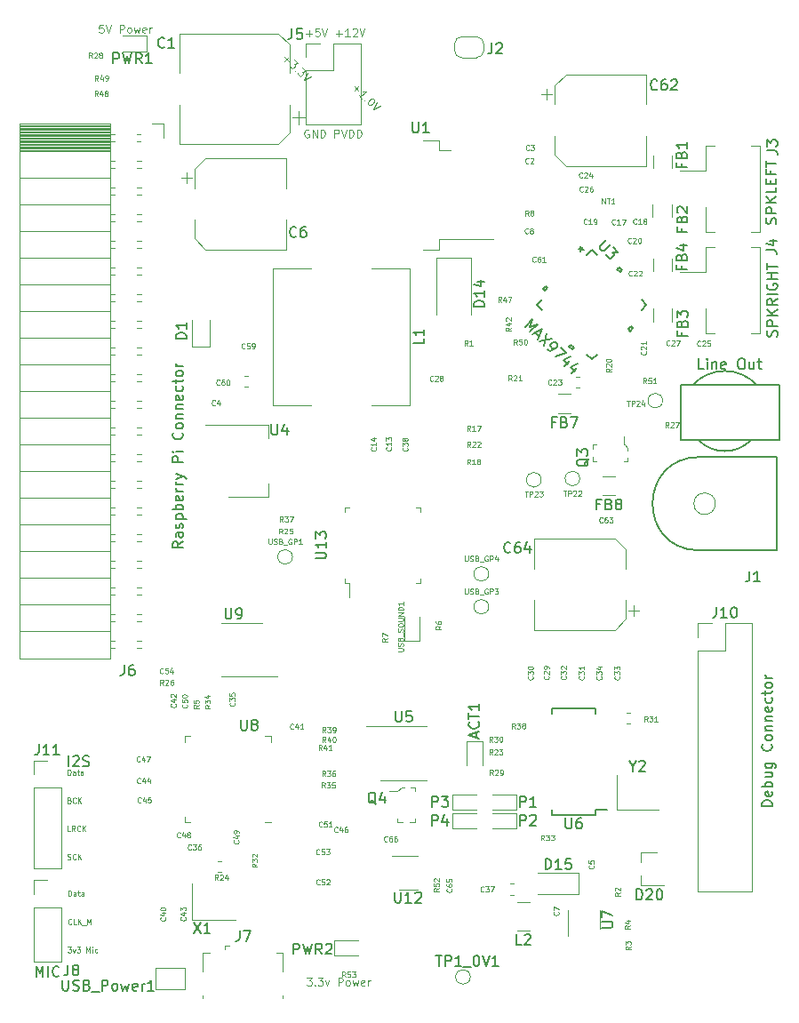
<source format=gbr>
G04 #@! TF.GenerationSoftware,KiCad,Pcbnew,(5.1.6)-1*
G04 #@! TF.CreationDate,2020-07-24T10:27:29-07:00*
G04 #@! TF.ProjectId,Mycroft - Mark 2,4d796372-6f66-4742-902d-204d61726b20,rev?*
G04 #@! TF.SameCoordinates,Original*
G04 #@! TF.FileFunction,Legend,Top*
G04 #@! TF.FilePolarity,Positive*
%FSLAX46Y46*%
G04 Gerber Fmt 4.6, Leading zero omitted, Abs format (unit mm)*
G04 Created by KiCad (PCBNEW (5.1.6)-1) date 2020-07-24 10:27:29*
%MOMM*%
%LPD*%
G01*
G04 APERTURE LIST*
%ADD10C,0.100000*%
%ADD11C,0.150000*%
%ADD12C,0.120000*%
%ADD13C,0.152400*%
%ADD14C,0.050000*%
G04 APERTURE END LIST*
D10*
X26806822Y-90978485D02*
X27271108Y-90978485D01*
X27021108Y-91264200D01*
X27128251Y-91264200D01*
X27199680Y-91299914D01*
X27235394Y-91335628D01*
X27271108Y-91407057D01*
X27271108Y-91585628D01*
X27235394Y-91657057D01*
X27199680Y-91692771D01*
X27128251Y-91728485D01*
X26913965Y-91728485D01*
X26842537Y-91692771D01*
X26806822Y-91657057D01*
X27592537Y-91657057D02*
X27628251Y-91692771D01*
X27592537Y-91728485D01*
X27556822Y-91692771D01*
X27592537Y-91657057D01*
X27592537Y-91728485D01*
X27878251Y-90978485D02*
X28342537Y-90978485D01*
X28092537Y-91264200D01*
X28199680Y-91264200D01*
X28271108Y-91299914D01*
X28306822Y-91335628D01*
X28342537Y-91407057D01*
X28342537Y-91585628D01*
X28306822Y-91657057D01*
X28271108Y-91692771D01*
X28199680Y-91728485D01*
X27985394Y-91728485D01*
X27913965Y-91692771D01*
X27878251Y-91657057D01*
X28592537Y-91228485D02*
X28771108Y-91728485D01*
X28949680Y-91228485D01*
X29806822Y-91728485D02*
X29806822Y-90978485D01*
X30092537Y-90978485D01*
X30163965Y-91014200D01*
X30199680Y-91049914D01*
X30235394Y-91121342D01*
X30235394Y-91228485D01*
X30199680Y-91299914D01*
X30163965Y-91335628D01*
X30092537Y-91371342D01*
X29806822Y-91371342D01*
X30663965Y-91728485D02*
X30592537Y-91692771D01*
X30556822Y-91657057D01*
X30521108Y-91585628D01*
X30521108Y-91371342D01*
X30556822Y-91299914D01*
X30592537Y-91264200D01*
X30663965Y-91228485D01*
X30771108Y-91228485D01*
X30842537Y-91264200D01*
X30878251Y-91299914D01*
X30913965Y-91371342D01*
X30913965Y-91585628D01*
X30878251Y-91657057D01*
X30842537Y-91692771D01*
X30771108Y-91728485D01*
X30663965Y-91728485D01*
X31163965Y-91228485D02*
X31306822Y-91728485D01*
X31449680Y-91371342D01*
X31592537Y-91728485D01*
X31735394Y-91228485D01*
X32306822Y-91692771D02*
X32235394Y-91728485D01*
X32092537Y-91728485D01*
X32021108Y-91692771D01*
X31985394Y-91621342D01*
X31985394Y-91335628D01*
X32021108Y-91264200D01*
X32092537Y-91228485D01*
X32235394Y-91228485D01*
X32306822Y-91264200D01*
X32342537Y-91335628D01*
X32342537Y-91407057D01*
X31985394Y-91478485D01*
X32663965Y-91728485D02*
X32663965Y-91228485D01*
X32663965Y-91371342D02*
X32699680Y-91299914D01*
X32735394Y-91264200D01*
X32806822Y-91228485D01*
X32878251Y-91228485D01*
D11*
X64611239Y-32989780D02*
X64135048Y-32989780D01*
X64135048Y-31989780D01*
X64944572Y-32989780D02*
X64944572Y-32323114D01*
X64944572Y-31989780D02*
X64896953Y-32037400D01*
X64944572Y-32085019D01*
X64992191Y-32037400D01*
X64944572Y-31989780D01*
X64944572Y-32085019D01*
X65420762Y-32323114D02*
X65420762Y-32989780D01*
X65420762Y-32418352D02*
X65468381Y-32370733D01*
X65563620Y-32323114D01*
X65706477Y-32323114D01*
X65801715Y-32370733D01*
X65849334Y-32465971D01*
X65849334Y-32989780D01*
X66706477Y-32942161D02*
X66611239Y-32989780D01*
X66420762Y-32989780D01*
X66325524Y-32942161D01*
X66277905Y-32846923D01*
X66277905Y-32465971D01*
X66325524Y-32370733D01*
X66420762Y-32323114D01*
X66611239Y-32323114D01*
X66706477Y-32370733D01*
X66754096Y-32465971D01*
X66754096Y-32561209D01*
X66277905Y-32656447D01*
X68135048Y-31989780D02*
X68325524Y-31989780D01*
X68420762Y-32037400D01*
X68516000Y-32132638D01*
X68563620Y-32323114D01*
X68563620Y-32656447D01*
X68516000Y-32846923D01*
X68420762Y-32942161D01*
X68325524Y-32989780D01*
X68135048Y-32989780D01*
X68039810Y-32942161D01*
X67944572Y-32846923D01*
X67896953Y-32656447D01*
X67896953Y-32323114D01*
X67944572Y-32132638D01*
X68039810Y-32037400D01*
X68135048Y-31989780D01*
X69420762Y-32323114D02*
X69420762Y-32989780D01*
X68992191Y-32323114D02*
X68992191Y-32846923D01*
X69039810Y-32942161D01*
X69135048Y-32989780D01*
X69277905Y-32989780D01*
X69373143Y-32942161D01*
X69420762Y-32894542D01*
X69754096Y-32323114D02*
X70135048Y-32323114D01*
X69896953Y-31989780D02*
X69896953Y-32846923D01*
X69944572Y-32942161D01*
X70039810Y-32989780D01*
X70135048Y-32989780D01*
D10*
X4108347Y-83208641D02*
X4108347Y-82678641D01*
X4227395Y-82678641D01*
X4298823Y-82703880D01*
X4346442Y-82754356D01*
X4370252Y-82804832D01*
X4394061Y-82905784D01*
X4394061Y-82981499D01*
X4370252Y-83082451D01*
X4346442Y-83132927D01*
X4298823Y-83183403D01*
X4227395Y-83208641D01*
X4108347Y-83208641D01*
X4822633Y-83208641D02*
X4822633Y-82931022D01*
X4798823Y-82880546D01*
X4751204Y-82855308D01*
X4655966Y-82855308D01*
X4608347Y-82880546D01*
X4822633Y-83183403D02*
X4775014Y-83208641D01*
X4655966Y-83208641D01*
X4608347Y-83183403D01*
X4584538Y-83132927D01*
X4584538Y-83082451D01*
X4608347Y-83031975D01*
X4655966Y-83006737D01*
X4775014Y-83006737D01*
X4822633Y-82981499D01*
X4989300Y-82855308D02*
X5179776Y-82855308D01*
X5060728Y-82678641D02*
X5060728Y-83132927D01*
X5084538Y-83183403D01*
X5132157Y-83208641D01*
X5179776Y-83208641D01*
X5560728Y-83208641D02*
X5560728Y-82931022D01*
X5536919Y-82880546D01*
X5489300Y-82855308D01*
X5394061Y-82855308D01*
X5346442Y-82880546D01*
X5560728Y-83183403D02*
X5513109Y-83208641D01*
X5394061Y-83208641D01*
X5346442Y-83183403D01*
X5322633Y-83132927D01*
X5322633Y-83082451D01*
X5346442Y-83031975D01*
X5394061Y-83006737D01*
X5513109Y-83006737D01*
X5560728Y-82981499D01*
X4394061Y-85843165D02*
X4370252Y-85868403D01*
X4298823Y-85893641D01*
X4251204Y-85893641D01*
X4179776Y-85868403D01*
X4132157Y-85817927D01*
X4108347Y-85767451D01*
X4084538Y-85666499D01*
X4084538Y-85590784D01*
X4108347Y-85489832D01*
X4132157Y-85439356D01*
X4179776Y-85388880D01*
X4251204Y-85363641D01*
X4298823Y-85363641D01*
X4370252Y-85388880D01*
X4394061Y-85414118D01*
X4846442Y-85893641D02*
X4608347Y-85893641D01*
X4608347Y-85363641D01*
X5013109Y-85893641D02*
X5013109Y-85363641D01*
X5298823Y-85893641D02*
X5084538Y-85590784D01*
X5298823Y-85363641D02*
X5013109Y-85666499D01*
X5394061Y-85944118D02*
X5775014Y-85944118D01*
X5894061Y-85893641D02*
X5894061Y-85363641D01*
X6060728Y-85742213D01*
X6227395Y-85363641D01*
X6227395Y-85893641D01*
X4060728Y-88048641D02*
X4370252Y-88048641D01*
X4203585Y-88250546D01*
X4275014Y-88250546D01*
X4322633Y-88275784D01*
X4346442Y-88301022D01*
X4370252Y-88351499D01*
X4370252Y-88477689D01*
X4346442Y-88528165D01*
X4322633Y-88553403D01*
X4275014Y-88578641D01*
X4132157Y-88578641D01*
X4084538Y-88553403D01*
X4060728Y-88528165D01*
X4536919Y-88225308D02*
X4655966Y-88578641D01*
X4775014Y-88225308D01*
X4917871Y-88048641D02*
X5227395Y-88048641D01*
X5060728Y-88250546D01*
X5132157Y-88250546D01*
X5179776Y-88275784D01*
X5203585Y-88301022D01*
X5227395Y-88351499D01*
X5227395Y-88477689D01*
X5203585Y-88528165D01*
X5179776Y-88553403D01*
X5132157Y-88578641D01*
X4989300Y-88578641D01*
X4941680Y-88553403D01*
X4917871Y-88528165D01*
X5822633Y-88578641D02*
X5822633Y-88048641D01*
X5989300Y-88427213D01*
X6155966Y-88048641D01*
X6155966Y-88578641D01*
X6394061Y-88578641D02*
X6394061Y-88225308D01*
X6394061Y-88048641D02*
X6370252Y-88073880D01*
X6394061Y-88099118D01*
X6417871Y-88073880D01*
X6394061Y-88048641D01*
X6394061Y-88099118D01*
X6846442Y-88553403D02*
X6798823Y-88578641D01*
X6703585Y-88578641D01*
X6655966Y-88553403D01*
X6632157Y-88528165D01*
X6608347Y-88477689D01*
X6608347Y-88326260D01*
X6632157Y-88275784D01*
X6655966Y-88250546D01*
X6703585Y-88225308D01*
X6798823Y-88225308D01*
X6846442Y-88250546D01*
X4047387Y-71650261D02*
X4047387Y-71120261D01*
X4166435Y-71120261D01*
X4237863Y-71145500D01*
X4285482Y-71195976D01*
X4309292Y-71246452D01*
X4333101Y-71347404D01*
X4333101Y-71423119D01*
X4309292Y-71524071D01*
X4285482Y-71574547D01*
X4237863Y-71625023D01*
X4166435Y-71650261D01*
X4047387Y-71650261D01*
X4761673Y-71650261D02*
X4761673Y-71372642D01*
X4737863Y-71322166D01*
X4690244Y-71296928D01*
X4595006Y-71296928D01*
X4547387Y-71322166D01*
X4761673Y-71625023D02*
X4714054Y-71650261D01*
X4595006Y-71650261D01*
X4547387Y-71625023D01*
X4523578Y-71574547D01*
X4523578Y-71524071D01*
X4547387Y-71473595D01*
X4595006Y-71448357D01*
X4714054Y-71448357D01*
X4761673Y-71423119D01*
X4928340Y-71296928D02*
X5118816Y-71296928D01*
X4999768Y-71120261D02*
X4999768Y-71574547D01*
X5023578Y-71625023D01*
X5071197Y-71650261D01*
X5118816Y-71650261D01*
X5499768Y-71650261D02*
X5499768Y-71372642D01*
X5475959Y-71322166D01*
X5428340Y-71296928D01*
X5333101Y-71296928D01*
X5285482Y-71322166D01*
X5499768Y-71625023D02*
X5452149Y-71650261D01*
X5333101Y-71650261D01*
X5285482Y-71625023D01*
X5261673Y-71574547D01*
X5261673Y-71524071D01*
X5285482Y-71473595D01*
X5333101Y-71448357D01*
X5452149Y-71448357D01*
X5499768Y-71423119D01*
X4214054Y-74057642D02*
X4285482Y-74082880D01*
X4309292Y-74108119D01*
X4333101Y-74158595D01*
X4333101Y-74234309D01*
X4309292Y-74284785D01*
X4285482Y-74310023D01*
X4237863Y-74335261D01*
X4047387Y-74335261D01*
X4047387Y-73805261D01*
X4214054Y-73805261D01*
X4261673Y-73830500D01*
X4285482Y-73855738D01*
X4309292Y-73906214D01*
X4309292Y-73956690D01*
X4285482Y-74007166D01*
X4261673Y-74032404D01*
X4214054Y-74057642D01*
X4047387Y-74057642D01*
X4833101Y-74284785D02*
X4809292Y-74310023D01*
X4737863Y-74335261D01*
X4690244Y-74335261D01*
X4618816Y-74310023D01*
X4571197Y-74259547D01*
X4547387Y-74209071D01*
X4523578Y-74108119D01*
X4523578Y-74032404D01*
X4547387Y-73931452D01*
X4571197Y-73880976D01*
X4618816Y-73830500D01*
X4690244Y-73805261D01*
X4737863Y-73805261D01*
X4809292Y-73830500D01*
X4833101Y-73855738D01*
X5047387Y-74335261D02*
X5047387Y-73805261D01*
X5333101Y-74335261D02*
X5118816Y-74032404D01*
X5333101Y-73805261D02*
X5047387Y-74108119D01*
X4285482Y-77020261D02*
X4047387Y-77020261D01*
X4047387Y-76490261D01*
X4737863Y-77020261D02*
X4571197Y-76767880D01*
X4452149Y-77020261D02*
X4452149Y-76490261D01*
X4642625Y-76490261D01*
X4690244Y-76515500D01*
X4714054Y-76540738D01*
X4737863Y-76591214D01*
X4737863Y-76666928D01*
X4714054Y-76717404D01*
X4690244Y-76742642D01*
X4642625Y-76767880D01*
X4452149Y-76767880D01*
X5237863Y-76969785D02*
X5214054Y-76995023D01*
X5142625Y-77020261D01*
X5095006Y-77020261D01*
X5023578Y-76995023D01*
X4975959Y-76944547D01*
X4952149Y-76894071D01*
X4928340Y-76793119D01*
X4928340Y-76717404D01*
X4952149Y-76616452D01*
X4975959Y-76565976D01*
X5023578Y-76515500D01*
X5095006Y-76490261D01*
X5142625Y-76490261D01*
X5214054Y-76515500D01*
X5237863Y-76540738D01*
X5452149Y-77020261D02*
X5452149Y-76490261D01*
X5737863Y-77020261D02*
X5523578Y-76717404D01*
X5737863Y-76490261D02*
X5452149Y-76793119D01*
X4023578Y-79680023D02*
X4095006Y-79705261D01*
X4214054Y-79705261D01*
X4261673Y-79680023D01*
X4285482Y-79654785D01*
X4309292Y-79604309D01*
X4309292Y-79553833D01*
X4285482Y-79503357D01*
X4261673Y-79478119D01*
X4214054Y-79452880D01*
X4118816Y-79427642D01*
X4071197Y-79402404D01*
X4047387Y-79377166D01*
X4023578Y-79326690D01*
X4023578Y-79276214D01*
X4047387Y-79225738D01*
X4071197Y-79200500D01*
X4118816Y-79175261D01*
X4237863Y-79175261D01*
X4309292Y-79200500D01*
X4809292Y-79654785D02*
X4785482Y-79680023D01*
X4714054Y-79705261D01*
X4666435Y-79705261D01*
X4595006Y-79680023D01*
X4547387Y-79629547D01*
X4523578Y-79579071D01*
X4499768Y-79478119D01*
X4499768Y-79402404D01*
X4523578Y-79301452D01*
X4547387Y-79250976D01*
X4595006Y-79200500D01*
X4666435Y-79175261D01*
X4714054Y-79175261D01*
X4785482Y-79200500D01*
X4809292Y-79225738D01*
X5023578Y-79705261D02*
X5023578Y-79175261D01*
X5309292Y-79705261D02*
X5095006Y-79402404D01*
X5309292Y-79175261D02*
X5023578Y-79478119D01*
X31334719Y-6063820D02*
X31738780Y-6467881D01*
X31334719Y-6467881D02*
X31738780Y-6063820D01*
X32067079Y-7200242D02*
X31764033Y-6897196D01*
X31915556Y-7048719D02*
X32445886Y-6518389D01*
X32319617Y-6543643D01*
X32218602Y-6543643D01*
X32142841Y-6518389D01*
X32344871Y-7377018D02*
X32344871Y-7427526D01*
X32294364Y-7427526D01*
X32294364Y-7377018D01*
X32344871Y-7377018D01*
X32294364Y-7427526D01*
X33178247Y-7250749D02*
X33228755Y-7301257D01*
X33254008Y-7377018D01*
X33254008Y-7427526D01*
X33228755Y-7503287D01*
X33152993Y-7629556D01*
X33026724Y-7755826D01*
X32900455Y-7831587D01*
X32824694Y-7856841D01*
X32774186Y-7856841D01*
X32698425Y-7831587D01*
X32647917Y-7781079D01*
X32622663Y-7705318D01*
X32622663Y-7654810D01*
X32647917Y-7579049D01*
X32723678Y-7452780D01*
X32849947Y-7326511D01*
X32976216Y-7250749D01*
X33051978Y-7225495D01*
X33102486Y-7225495D01*
X33178247Y-7250749D01*
X33506547Y-7579049D02*
X33152993Y-8286156D01*
X33860100Y-7932602D01*
X7417934Y-203965D02*
X7060791Y-203965D01*
X7025077Y-561108D01*
X7060791Y-525394D01*
X7132220Y-489680D01*
X7310791Y-489680D01*
X7382220Y-525394D01*
X7417934Y-561108D01*
X7453648Y-632537D01*
X7453648Y-811108D01*
X7417934Y-882537D01*
X7382220Y-918251D01*
X7310791Y-953965D01*
X7132220Y-953965D01*
X7060791Y-918251D01*
X7025077Y-882537D01*
X7667934Y-203965D02*
X7917934Y-953965D01*
X8167934Y-203965D01*
X8989362Y-953965D02*
X8989362Y-203965D01*
X9275077Y-203965D01*
X9346505Y-239680D01*
X9382220Y-275394D01*
X9417934Y-346822D01*
X9417934Y-453965D01*
X9382220Y-525394D01*
X9346505Y-561108D01*
X9275077Y-596822D01*
X8989362Y-596822D01*
X9846505Y-953965D02*
X9775077Y-918251D01*
X9739362Y-882537D01*
X9703648Y-811108D01*
X9703648Y-596822D01*
X9739362Y-525394D01*
X9775077Y-489680D01*
X9846505Y-453965D01*
X9953648Y-453965D01*
X10025077Y-489680D01*
X10060791Y-525394D01*
X10096505Y-596822D01*
X10096505Y-811108D01*
X10060791Y-882537D01*
X10025077Y-918251D01*
X9953648Y-953965D01*
X9846505Y-953965D01*
X10346505Y-453965D02*
X10489362Y-953965D01*
X10632220Y-596822D01*
X10775077Y-953965D01*
X10917934Y-453965D01*
X11489362Y-918251D02*
X11417934Y-953965D01*
X11275077Y-953965D01*
X11203648Y-918251D01*
X11167934Y-846822D01*
X11167934Y-561108D01*
X11203648Y-489680D01*
X11275077Y-453965D01*
X11417934Y-453965D01*
X11489362Y-489680D01*
X11525077Y-561108D01*
X11525077Y-632537D01*
X11167934Y-703965D01*
X11846505Y-953965D02*
X11846505Y-453965D01*
X11846505Y-596822D02*
X11882220Y-525394D01*
X11917934Y-489680D01*
X11989362Y-453965D01*
X12060791Y-453965D01*
X24700239Y-3264740D02*
X25104300Y-3668801D01*
X24700239Y-3668801D02*
X25104300Y-3264740D01*
X25634630Y-3542532D02*
X25962929Y-3870832D01*
X25584122Y-3896085D01*
X25659884Y-3971847D01*
X25685137Y-4047608D01*
X25685137Y-4098116D01*
X25659884Y-4173877D01*
X25533614Y-4300146D01*
X25457853Y-4325400D01*
X25407345Y-4325400D01*
X25331584Y-4300146D01*
X25180061Y-4148624D01*
X25154807Y-4072862D01*
X25154807Y-4022354D01*
X25710391Y-4577938D02*
X25710391Y-4628446D01*
X25659884Y-4628446D01*
X25659884Y-4577938D01*
X25710391Y-4577938D01*
X25659884Y-4628446D01*
X26392244Y-4300146D02*
X26720544Y-4628446D01*
X26341736Y-4653700D01*
X26417498Y-4729461D01*
X26442752Y-4805223D01*
X26442752Y-4855730D01*
X26417498Y-4931492D01*
X26291229Y-5057761D01*
X26215467Y-5083015D01*
X26164960Y-5083015D01*
X26089198Y-5057761D01*
X25937675Y-4906238D01*
X25912422Y-4830476D01*
X25912422Y-4779969D01*
X26872067Y-4779969D02*
X26518513Y-5487076D01*
X27225620Y-5133522D01*
X26994008Y-10211720D02*
X26922580Y-10176005D01*
X26815437Y-10176005D01*
X26708294Y-10211720D01*
X26636865Y-10283148D01*
X26601151Y-10354577D01*
X26565437Y-10497434D01*
X26565437Y-10604577D01*
X26601151Y-10747434D01*
X26636865Y-10818862D01*
X26708294Y-10890291D01*
X26815437Y-10926005D01*
X26886865Y-10926005D01*
X26994008Y-10890291D01*
X27029722Y-10854577D01*
X27029722Y-10604577D01*
X26886865Y-10604577D01*
X27351151Y-10926005D02*
X27351151Y-10176005D01*
X27779722Y-10926005D01*
X27779722Y-10176005D01*
X28136865Y-10926005D02*
X28136865Y-10176005D01*
X28315437Y-10176005D01*
X28422580Y-10211720D01*
X28494008Y-10283148D01*
X28529722Y-10354577D01*
X28565437Y-10497434D01*
X28565437Y-10604577D01*
X28529722Y-10747434D01*
X28494008Y-10818862D01*
X28422580Y-10890291D01*
X28315437Y-10926005D01*
X28136865Y-10926005D01*
X29458294Y-10926005D02*
X29458294Y-10176005D01*
X29744008Y-10176005D01*
X29815437Y-10211720D01*
X29851151Y-10247434D01*
X29886865Y-10318862D01*
X29886865Y-10426005D01*
X29851151Y-10497434D01*
X29815437Y-10533148D01*
X29744008Y-10568862D01*
X29458294Y-10568862D01*
X30101151Y-10176005D02*
X30351151Y-10926005D01*
X30601151Y-10176005D01*
X30851151Y-10926005D02*
X30851151Y-10176005D01*
X31029722Y-10176005D01*
X31136865Y-10211720D01*
X31208294Y-10283148D01*
X31244008Y-10354577D01*
X31279722Y-10497434D01*
X31279722Y-10604577D01*
X31244008Y-10747434D01*
X31208294Y-10818862D01*
X31136865Y-10890291D01*
X31029722Y-10926005D01*
X30851151Y-10926005D01*
X31601151Y-10926005D02*
X31601151Y-10176005D01*
X31779722Y-10176005D01*
X31886865Y-10211720D01*
X31958294Y-10283148D01*
X31994008Y-10354577D01*
X32029722Y-10497434D01*
X32029722Y-10604577D01*
X31994008Y-10747434D01*
X31958294Y-10818862D01*
X31886865Y-10890291D01*
X31779722Y-10926005D01*
X31601151Y-10926005D01*
X26731780Y-1013691D02*
X27303208Y-1013691D01*
X27017494Y-1299405D02*
X27017494Y-727977D01*
X28017494Y-549405D02*
X27660351Y-549405D01*
X27624637Y-906548D01*
X27660351Y-870834D01*
X27731780Y-835120D01*
X27910351Y-835120D01*
X27981780Y-870834D01*
X28017494Y-906548D01*
X28053208Y-977977D01*
X28053208Y-1156548D01*
X28017494Y-1227977D01*
X27981780Y-1263691D01*
X27910351Y-1299405D01*
X27731780Y-1299405D01*
X27660351Y-1263691D01*
X27624637Y-1227977D01*
X28267494Y-549405D02*
X28517494Y-1299405D01*
X28767494Y-549405D01*
X29588922Y-1013691D02*
X30160351Y-1013691D01*
X29874637Y-1299405D02*
X29874637Y-727977D01*
X30910351Y-1299405D02*
X30481780Y-1299405D01*
X30696065Y-1299405D02*
X30696065Y-549405D01*
X30624637Y-656548D01*
X30553208Y-727977D01*
X30481780Y-763691D01*
X31196065Y-620834D02*
X31231780Y-585120D01*
X31303208Y-549405D01*
X31481780Y-549405D01*
X31553208Y-585120D01*
X31588922Y-620834D01*
X31624637Y-692262D01*
X31624637Y-763691D01*
X31588922Y-870834D01*
X31160351Y-1299405D01*
X31624637Y-1299405D01*
X31838922Y-549405D02*
X32088922Y-1299405D01*
X32338922Y-549405D01*
D11*
X15014200Y-49433097D02*
X14538010Y-49766430D01*
X15014200Y-50004525D02*
X14014200Y-50004525D01*
X14014200Y-49623573D01*
X14061820Y-49528335D01*
X14109439Y-49480716D01*
X14204677Y-49433097D01*
X14347534Y-49433097D01*
X14442772Y-49480716D01*
X14490391Y-49528335D01*
X14538010Y-49623573D01*
X14538010Y-50004525D01*
X15014200Y-48575954D02*
X14490391Y-48575954D01*
X14395153Y-48623573D01*
X14347534Y-48718811D01*
X14347534Y-48909287D01*
X14395153Y-49004525D01*
X14966581Y-48575954D02*
X15014200Y-48671192D01*
X15014200Y-48909287D01*
X14966581Y-49004525D01*
X14871343Y-49052144D01*
X14776105Y-49052144D01*
X14680867Y-49004525D01*
X14633248Y-48909287D01*
X14633248Y-48671192D01*
X14585629Y-48575954D01*
X14966581Y-48147382D02*
X15014200Y-48052144D01*
X15014200Y-47861668D01*
X14966581Y-47766430D01*
X14871343Y-47718811D01*
X14823724Y-47718811D01*
X14728486Y-47766430D01*
X14680867Y-47861668D01*
X14680867Y-48004525D01*
X14633248Y-48099763D01*
X14538010Y-48147382D01*
X14490391Y-48147382D01*
X14395153Y-48099763D01*
X14347534Y-48004525D01*
X14347534Y-47861668D01*
X14395153Y-47766430D01*
X14347534Y-47290240D02*
X15347534Y-47290240D01*
X14395153Y-47290240D02*
X14347534Y-47195001D01*
X14347534Y-47004525D01*
X14395153Y-46909287D01*
X14442772Y-46861668D01*
X14538010Y-46814049D01*
X14823724Y-46814049D01*
X14918962Y-46861668D01*
X14966581Y-46909287D01*
X15014200Y-47004525D01*
X15014200Y-47195001D01*
X14966581Y-47290240D01*
X15014200Y-46385478D02*
X14014200Y-46385478D01*
X14395153Y-46385478D02*
X14347534Y-46290240D01*
X14347534Y-46099763D01*
X14395153Y-46004525D01*
X14442772Y-45956906D01*
X14538010Y-45909287D01*
X14823724Y-45909287D01*
X14918962Y-45956906D01*
X14966581Y-46004525D01*
X15014200Y-46099763D01*
X15014200Y-46290240D01*
X14966581Y-46385478D01*
X14966581Y-45099763D02*
X15014200Y-45195001D01*
X15014200Y-45385478D01*
X14966581Y-45480716D01*
X14871343Y-45528335D01*
X14490391Y-45528335D01*
X14395153Y-45480716D01*
X14347534Y-45385478D01*
X14347534Y-45195001D01*
X14395153Y-45099763D01*
X14490391Y-45052144D01*
X14585629Y-45052144D01*
X14680867Y-45528335D01*
X15014200Y-44623573D02*
X14347534Y-44623573D01*
X14538010Y-44623573D02*
X14442772Y-44575954D01*
X14395153Y-44528335D01*
X14347534Y-44433097D01*
X14347534Y-44337859D01*
X15014200Y-44004525D02*
X14347534Y-44004525D01*
X14538010Y-44004525D02*
X14442772Y-43956906D01*
X14395153Y-43909287D01*
X14347534Y-43814049D01*
X14347534Y-43718811D01*
X14347534Y-43480716D02*
X15014200Y-43242620D01*
X14347534Y-43004525D02*
X15014200Y-43242620D01*
X15252296Y-43337859D01*
X15299915Y-43385478D01*
X15347534Y-43480716D01*
X15014200Y-41861668D02*
X14014200Y-41861668D01*
X14014200Y-41480716D01*
X14061820Y-41385478D01*
X14109439Y-41337859D01*
X14204677Y-41290240D01*
X14347534Y-41290240D01*
X14442772Y-41337859D01*
X14490391Y-41385478D01*
X14538010Y-41480716D01*
X14538010Y-41861668D01*
X15014200Y-40861668D02*
X14347534Y-40861668D01*
X14014200Y-40861668D02*
X14061820Y-40909287D01*
X14109439Y-40861668D01*
X14061820Y-40814049D01*
X14014200Y-40861668D01*
X14109439Y-40861668D01*
X14918962Y-39052144D02*
X14966581Y-39099763D01*
X15014200Y-39242620D01*
X15014200Y-39337859D01*
X14966581Y-39480716D01*
X14871343Y-39575954D01*
X14776105Y-39623573D01*
X14585629Y-39671192D01*
X14442772Y-39671192D01*
X14252296Y-39623573D01*
X14157058Y-39575954D01*
X14061820Y-39480716D01*
X14014200Y-39337859D01*
X14014200Y-39242620D01*
X14061820Y-39099763D01*
X14109439Y-39052144D01*
X15014200Y-38480716D02*
X14966581Y-38575954D01*
X14918962Y-38623573D01*
X14823724Y-38671192D01*
X14538010Y-38671192D01*
X14442772Y-38623573D01*
X14395153Y-38575954D01*
X14347534Y-38480716D01*
X14347534Y-38337859D01*
X14395153Y-38242620D01*
X14442772Y-38195001D01*
X14538010Y-38147382D01*
X14823724Y-38147382D01*
X14918962Y-38195001D01*
X14966581Y-38242620D01*
X15014200Y-38337859D01*
X15014200Y-38480716D01*
X14347534Y-37718811D02*
X15014200Y-37718811D01*
X14442772Y-37718811D02*
X14395153Y-37671192D01*
X14347534Y-37575954D01*
X14347534Y-37433097D01*
X14395153Y-37337859D01*
X14490391Y-37290240D01*
X15014200Y-37290240D01*
X14347534Y-36814049D02*
X15014200Y-36814049D01*
X14442772Y-36814049D02*
X14395153Y-36766430D01*
X14347534Y-36671192D01*
X14347534Y-36528335D01*
X14395153Y-36433097D01*
X14490391Y-36385478D01*
X15014200Y-36385478D01*
X14966581Y-35528335D02*
X15014200Y-35623573D01*
X15014200Y-35814049D01*
X14966581Y-35909287D01*
X14871343Y-35956906D01*
X14490391Y-35956906D01*
X14395153Y-35909287D01*
X14347534Y-35814049D01*
X14347534Y-35623573D01*
X14395153Y-35528335D01*
X14490391Y-35480716D01*
X14585629Y-35480716D01*
X14680867Y-35956906D01*
X14966581Y-34623573D02*
X15014200Y-34718811D01*
X15014200Y-34909287D01*
X14966581Y-35004525D01*
X14918962Y-35052144D01*
X14823724Y-35099763D01*
X14538010Y-35099763D01*
X14442772Y-35052144D01*
X14395153Y-35004525D01*
X14347534Y-34909287D01*
X14347534Y-34718811D01*
X14395153Y-34623573D01*
X14347534Y-34337859D02*
X14347534Y-33956906D01*
X14014200Y-34195001D02*
X14871343Y-34195001D01*
X14966581Y-34147382D01*
X15014200Y-34052144D01*
X15014200Y-33956906D01*
X15014200Y-33480716D02*
X14966581Y-33575954D01*
X14918962Y-33623573D01*
X14823724Y-33671192D01*
X14538010Y-33671192D01*
X14442772Y-33623573D01*
X14395153Y-33575954D01*
X14347534Y-33480716D01*
X14347534Y-33337859D01*
X14395153Y-33242620D01*
X14442772Y-33195001D01*
X14538010Y-33147382D01*
X14823724Y-33147382D01*
X14918962Y-33195001D01*
X14966581Y-33242620D01*
X15014200Y-33337859D01*
X15014200Y-33480716D01*
X15014200Y-32718811D02*
X14347534Y-32718811D01*
X14538010Y-32718811D02*
X14442772Y-32671192D01*
X14395153Y-32623573D01*
X14347534Y-32528335D01*
X14347534Y-32433097D01*
D12*
X65732947Y-45819060D02*
G75*
G03*
X65732947Y-45819060I-1023907J0D01*
G01*
D11*
X64201040Y-41374060D02*
X71567040Y-41374060D01*
X71567040Y-41374060D02*
X71567040Y-50264060D01*
X71567040Y-50264060D02*
X64089950Y-50262672D01*
X64089950Y-50262672D02*
G75*
G02*
X64201040Y-41374060I111090J4443612D01*
G01*
X62440820Y-34513520D02*
X63583820Y-34513520D01*
X62440820Y-39720520D02*
X62440820Y-34513520D01*
X71838820Y-39720520D02*
X62440820Y-39720520D01*
X71838820Y-34513521D02*
X71838820Y-39720520D01*
X63583821Y-34513521D02*
X71838820Y-34513521D01*
X69680838Y-34514633D02*
G75*
G03*
X63583821Y-34513521I-3049018J-2792887D01*
G01*
X64093404Y-39722186D02*
G75*
G03*
X69171820Y-39720520I2538416J2414666D01*
G01*
D12*
X765500Y-70272600D02*
X2095500Y-70272600D01*
X765500Y-71602600D02*
X765500Y-70272600D01*
X765500Y-72872600D02*
X3425500Y-72872600D01*
X3425500Y-72872600D02*
X3425500Y-80552600D01*
X765500Y-72872600D02*
X765500Y-80552600D01*
X765500Y-80552600D02*
X3425500Y-80552600D01*
X30893780Y-53404160D02*
X30893780Y-54694160D01*
X30443780Y-53404160D02*
X30893780Y-53404160D01*
X30443780Y-52954160D02*
X30443780Y-53404160D01*
X30443780Y-46184160D02*
X30893780Y-46184160D01*
X30443780Y-46634160D02*
X30443780Y-46184160D01*
X37663780Y-53404160D02*
X37213780Y-53404160D01*
X37663780Y-52954160D02*
X37663780Y-53404160D01*
X37663780Y-46184160D02*
X37213780Y-46184160D01*
X37663780Y-46634160D02*
X37663780Y-46184160D01*
X37582780Y-58873760D02*
X37582780Y-56588760D01*
X36112780Y-58873760D02*
X37582780Y-58873760D01*
X36112780Y-56588760D02*
X36112780Y-58873760D01*
X44146700Y-52511960D02*
G75*
G03*
X44146700Y-52511960I-700000J0D01*
G01*
X44146700Y-55636160D02*
G75*
G03*
X44146700Y-55636160I-700000J0D01*
G01*
X25452300Y-50891440D02*
G75*
G03*
X25452300Y-50891440I-700000J0D01*
G01*
X765500Y-89417200D02*
X3425500Y-89417200D01*
X765500Y-84277200D02*
X765500Y-89417200D01*
X3425500Y-84277200D02*
X3425500Y-89417200D01*
X765500Y-84277200D02*
X3425500Y-84277200D01*
X765500Y-83007200D02*
X765500Y-81677200D01*
X765500Y-81677200D02*
X2095500Y-81677200D01*
X59140180Y-13651320D02*
X59140180Y-10801320D01*
X59140180Y-4931320D02*
X59140180Y-7781320D01*
X51484617Y-4931320D02*
X59140180Y-4931320D01*
X51484617Y-13651320D02*
X59140180Y-13651320D01*
X50420180Y-12586883D02*
X50420180Y-10801320D01*
X50420180Y-5995757D02*
X50420180Y-7781320D01*
X50420180Y-5995757D02*
X51484617Y-4931320D01*
X50420180Y-12586883D02*
X51484617Y-13651320D01*
X49180180Y-6781320D02*
X50180180Y-6781320D01*
X49680180Y-6281320D02*
X49680180Y-7281320D01*
X52707100Y-83001360D02*
X52707100Y-81001360D01*
X52707100Y-81001360D02*
X48807100Y-81001360D01*
X52707100Y-83001360D02*
X48807100Y-83001360D01*
X46194661Y-82034920D02*
X46520219Y-82034920D01*
X46194661Y-83054920D02*
X46520219Y-83054920D01*
X54755220Y-86335760D02*
X54755220Y-84575760D01*
X51685220Y-84575760D02*
X51685220Y-87005760D01*
X48051804Y-86465240D02*
X46847676Y-86465240D01*
X48051804Y-83745240D02*
X46847676Y-83745240D01*
X48507560Y-49134940D02*
X48507560Y-51984940D01*
X48507560Y-57854940D02*
X48507560Y-55004940D01*
X56163123Y-57854940D02*
X48507560Y-57854940D01*
X56163123Y-49134940D02*
X48507560Y-49134940D01*
X57227560Y-50199377D02*
X57227560Y-51984940D01*
X57227560Y-56790503D02*
X57227560Y-55004940D01*
X57227560Y-56790503D02*
X56163123Y-57854940D01*
X57227560Y-50199377D02*
X56163123Y-49134940D01*
X58467560Y-56004940D02*
X57467560Y-56004940D01*
X57967560Y-56504940D02*
X57967560Y-55504940D01*
X24834940Y-21616760D02*
X24834940Y-18766760D01*
X24834940Y-12896760D02*
X24834940Y-15746760D01*
X17179377Y-12896760D02*
X24834940Y-12896760D01*
X17179377Y-21616760D02*
X24834940Y-21616760D01*
X16114940Y-20552323D02*
X16114940Y-18766760D01*
X16114940Y-13961197D02*
X16114940Y-15746760D01*
X16114940Y-13961197D02*
X17179377Y-12896760D01*
X16114940Y-20552323D02*
X17179377Y-21616760D01*
X14874940Y-14746760D02*
X15874940Y-14746760D01*
X15374940Y-14246760D02*
X15374940Y-15246760D01*
X18697159Y-80865440D02*
X18371601Y-80865440D01*
X18697159Y-79845440D02*
X18371601Y-79845440D01*
X52433001Y-33724120D02*
X52758559Y-33724120D01*
X52433001Y-34744120D02*
X52758559Y-34744120D01*
X15850180Y-81963320D02*
X15850180Y-85463320D01*
X15850180Y-85463320D02*
X20050180Y-85463320D01*
X56197584Y-45022180D02*
X54993456Y-45022180D01*
X56197584Y-43202180D02*
X54993456Y-43202180D01*
X51943084Y-37201520D02*
X50738956Y-37201520D01*
X51943084Y-35381520D02*
X50738956Y-35381520D01*
X59798540Y-23644944D02*
X59798540Y-22440816D01*
X61618540Y-23644944D02*
X61618540Y-22440816D01*
X61638860Y-27256656D02*
X61638860Y-28460784D01*
X59818860Y-27256656D02*
X59818860Y-28460784D01*
X61588060Y-17330336D02*
X61588060Y-18534464D01*
X59768060Y-17330336D02*
X59768060Y-18534464D01*
X59778220Y-13825304D02*
X59778220Y-12621176D01*
X61598220Y-13825304D02*
X61598220Y-12621176D01*
X36029900Y-72190760D02*
X38229900Y-72190760D01*
X36029900Y-72190760D02*
X33829900Y-72190760D01*
X36029900Y-66970760D02*
X38229900Y-66970760D01*
X36029900Y-66970760D02*
X32429900Y-66970760D01*
X57284401Y-66786220D02*
X57609959Y-66786220D01*
X57284401Y-65766220D02*
X57609959Y-65766220D01*
X15736380Y-76190120D02*
X15186380Y-76190120D01*
X15186380Y-76190120D02*
X15186380Y-75640120D01*
X22856380Y-67970120D02*
X23406380Y-67970120D01*
X23406380Y-67970120D02*
X23406380Y-68520120D01*
X15736380Y-67970120D02*
X15186380Y-67970120D01*
X15186380Y-67970120D02*
X15186380Y-68520120D01*
X22856380Y-76190120D02*
X23406380Y-76190120D01*
X16934180Y-88607320D02*
X17594180Y-88607320D01*
X16934180Y-90337320D02*
X16934180Y-88607320D01*
X24554180Y-92907320D02*
X24554180Y-92697320D01*
X16934180Y-92907320D02*
X16934180Y-92697320D01*
X24554180Y-90337320D02*
X24554180Y-88607320D01*
X24554180Y-88607320D02*
X23904180Y-88607320D01*
X18984180Y-87907320D02*
X19434180Y-87907320D01*
X18984180Y-87907320D02*
X18984180Y-88297320D01*
X12092940Y-9647880D02*
X13202940Y-9647880D01*
X13202940Y-9647880D02*
X13202940Y-10977880D01*
X-537060Y-9647880D02*
X-537060Y-60567880D01*
X-537060Y-60567880D02*
X8092940Y-60567880D01*
X8092940Y-9647880D02*
X8092940Y-60567880D01*
X-537060Y-9647880D02*
X8092940Y-9647880D01*
X-537060Y-57967880D02*
X8092940Y-57967880D01*
X-537060Y-55427880D02*
X8092940Y-55427880D01*
X-537060Y-52887880D02*
X8092940Y-52887880D01*
X-537060Y-50347880D02*
X8092940Y-50347880D01*
X-537060Y-47807880D02*
X8092940Y-47807880D01*
X-537060Y-45267880D02*
X8092940Y-45267880D01*
X-537060Y-42727880D02*
X8092940Y-42727880D01*
X-537060Y-40187880D02*
X8092940Y-40187880D01*
X-537060Y-37647880D02*
X8092940Y-37647880D01*
X-537060Y-35107880D02*
X8092940Y-35107880D01*
X-537060Y-32567880D02*
X8092940Y-32567880D01*
X-537060Y-30027880D02*
X8092940Y-30027880D01*
X-537060Y-27487880D02*
X8092940Y-27487880D01*
X-537060Y-24947880D02*
X8092940Y-24947880D01*
X-537060Y-22407880D02*
X8092940Y-22407880D01*
X-537060Y-19867880D02*
X8092940Y-19867880D01*
X-537060Y-17327880D02*
X8092940Y-17327880D01*
X-537060Y-14787880D02*
X8092940Y-14787880D01*
X-537060Y-12247880D02*
X8092940Y-12247880D01*
X10602940Y-59597880D02*
X11042940Y-59597880D01*
X8092940Y-59597880D02*
X8502940Y-59597880D01*
X10602940Y-58877880D02*
X11042940Y-58877880D01*
X8092940Y-58877880D02*
X8502940Y-58877880D01*
X10602940Y-57057880D02*
X11042940Y-57057880D01*
X8092940Y-57057880D02*
X8502940Y-57057880D01*
X10602940Y-56337880D02*
X11042940Y-56337880D01*
X8092940Y-56337880D02*
X8502940Y-56337880D01*
X10602940Y-54517880D02*
X11042940Y-54517880D01*
X8092940Y-54517880D02*
X8502940Y-54517880D01*
X10602940Y-53797880D02*
X11042940Y-53797880D01*
X8092940Y-53797880D02*
X8502940Y-53797880D01*
X10602940Y-51977880D02*
X11042940Y-51977880D01*
X8092940Y-51977880D02*
X8502940Y-51977880D01*
X10602940Y-51257880D02*
X11042940Y-51257880D01*
X8092940Y-51257880D02*
X8502940Y-51257880D01*
X10602940Y-49437880D02*
X11042940Y-49437880D01*
X8092940Y-49437880D02*
X8502940Y-49437880D01*
X10602940Y-48717880D02*
X11042940Y-48717880D01*
X8092940Y-48717880D02*
X8502940Y-48717880D01*
X10602940Y-46897880D02*
X11042940Y-46897880D01*
X8092940Y-46897880D02*
X8502940Y-46897880D01*
X10602940Y-46177880D02*
X11042940Y-46177880D01*
X8092940Y-46177880D02*
X8502940Y-46177880D01*
X10602940Y-44357880D02*
X11042940Y-44357880D01*
X8092940Y-44357880D02*
X8502940Y-44357880D01*
X10602940Y-43637880D02*
X11042940Y-43637880D01*
X8092940Y-43637880D02*
X8502940Y-43637880D01*
X10602940Y-41817880D02*
X11042940Y-41817880D01*
X8092940Y-41817880D02*
X8502940Y-41817880D01*
X10602940Y-41097880D02*
X11042940Y-41097880D01*
X8092940Y-41097880D02*
X8502940Y-41097880D01*
X10602940Y-39277880D02*
X11042940Y-39277880D01*
X8092940Y-39277880D02*
X8502940Y-39277880D01*
X10602940Y-38557880D02*
X11042940Y-38557880D01*
X8092940Y-38557880D02*
X8502940Y-38557880D01*
X10602940Y-36737880D02*
X11042940Y-36737880D01*
X8092940Y-36737880D02*
X8502940Y-36737880D01*
X10602940Y-36017880D02*
X11042940Y-36017880D01*
X8092940Y-36017880D02*
X8502940Y-36017880D01*
X10602940Y-34197880D02*
X11042940Y-34197880D01*
X8092940Y-34197880D02*
X8502940Y-34197880D01*
X10602940Y-33477880D02*
X11042940Y-33477880D01*
X8092940Y-33477880D02*
X8502940Y-33477880D01*
X10602940Y-31657880D02*
X11042940Y-31657880D01*
X8092940Y-31657880D02*
X8502940Y-31657880D01*
X10602940Y-30937880D02*
X11042940Y-30937880D01*
X8092940Y-30937880D02*
X8502940Y-30937880D01*
X10602940Y-29117880D02*
X11042940Y-29117880D01*
X8092940Y-29117880D02*
X8502940Y-29117880D01*
X10602940Y-28397880D02*
X11042940Y-28397880D01*
X8092940Y-28397880D02*
X8502940Y-28397880D01*
X10602940Y-26577880D02*
X11042940Y-26577880D01*
X8092940Y-26577880D02*
X8502940Y-26577880D01*
X10602940Y-25857880D02*
X11042940Y-25857880D01*
X8092940Y-25857880D02*
X8502940Y-25857880D01*
X10602940Y-24037880D02*
X11042940Y-24037880D01*
X8092940Y-24037880D02*
X8502940Y-24037880D01*
X10602940Y-23317880D02*
X11042940Y-23317880D01*
X8092940Y-23317880D02*
X8502940Y-23317880D01*
X10602940Y-21497880D02*
X11042940Y-21497880D01*
X8092940Y-21497880D02*
X8502940Y-21497880D01*
X10602940Y-20777880D02*
X11042940Y-20777880D01*
X8092940Y-20777880D02*
X8502940Y-20777880D01*
X10602940Y-18957880D02*
X11042940Y-18957880D01*
X8092940Y-18957880D02*
X8502940Y-18957880D01*
X10602940Y-18237880D02*
X11042940Y-18237880D01*
X8092940Y-18237880D02*
X8502940Y-18237880D01*
X10602940Y-16417880D02*
X11042940Y-16417880D01*
X8092940Y-16417880D02*
X8502940Y-16417880D01*
X10602940Y-15697880D02*
X11042940Y-15697880D01*
X8092940Y-15697880D02*
X8502940Y-15697880D01*
X10602940Y-13877880D02*
X11042940Y-13877880D01*
X8092940Y-13877880D02*
X8502940Y-13877880D01*
X10602940Y-13157880D02*
X11042940Y-13157880D01*
X8092940Y-13157880D02*
X8502940Y-13157880D01*
X10602940Y-11337880D02*
X10982940Y-11337880D01*
X8092940Y-11337880D02*
X8502940Y-11337880D01*
X10602940Y-10617880D02*
X10982940Y-10617880D01*
X8092940Y-10617880D02*
X8502940Y-10617880D01*
X-537060Y-12129780D02*
X8092940Y-12129780D01*
X-537060Y-12011685D02*
X8092940Y-12011685D01*
X-537060Y-11893590D02*
X8092940Y-11893590D01*
X-537060Y-11775495D02*
X8092940Y-11775495D01*
X-537060Y-11657400D02*
X8092940Y-11657400D01*
X-537060Y-11539305D02*
X8092940Y-11539305D01*
X-537060Y-11421210D02*
X8092940Y-11421210D01*
X-537060Y-11303115D02*
X8092940Y-11303115D01*
X-537060Y-11185020D02*
X8092940Y-11185020D01*
X-537060Y-11066925D02*
X8092940Y-11066925D01*
X-537060Y-10948830D02*
X8092940Y-10948830D01*
X-537060Y-10830735D02*
X8092940Y-10830735D01*
X-537060Y-10712640D02*
X8092940Y-10712640D01*
X-537060Y-10594545D02*
X8092940Y-10594545D01*
X-537060Y-10476450D02*
X8092940Y-10476450D01*
X-537060Y-10358355D02*
X8092940Y-10358355D01*
X-537060Y-10240260D02*
X8092940Y-10240260D01*
X-537060Y-10122165D02*
X8092940Y-10122165D01*
X-537060Y-10004070D02*
X8092940Y-10004070D01*
X-537060Y-9885975D02*
X8092940Y-9885975D01*
X-537060Y-9767880D02*
X8092940Y-9767880D01*
X42434780Y-22426720D02*
X39134780Y-22426720D01*
X39134780Y-22426720D02*
X39134780Y-27826720D01*
X42434780Y-22426720D02*
X42434780Y-27826720D01*
X39416780Y-12153320D02*
X40516780Y-12153320D01*
X39416780Y-11203320D02*
X39416780Y-12153320D01*
X37916780Y-11203320D02*
X39416780Y-11203320D01*
X39416780Y-20653320D02*
X44541780Y-20653320D01*
X39416780Y-21603320D02*
X39416780Y-20653320D01*
X37916780Y-21603320D02*
X39416780Y-21603320D01*
X36591380Y-36416120D02*
X32991380Y-36416120D01*
X36591380Y-23416120D02*
X36591380Y-36416120D01*
X32991380Y-23416120D02*
X36591380Y-23416120D01*
X23591380Y-36416120D02*
X27191380Y-36416120D01*
X23591380Y-23416120D02*
X23591380Y-36416120D01*
X27191380Y-23416120D02*
X23591380Y-23416120D01*
X26056380Y-9679120D02*
X26056380Y-8429120D01*
X26681380Y-9054120D02*
X25431380Y-9054120D01*
X25191380Y-2098557D02*
X24126943Y-1034120D01*
X25191380Y-10489683D02*
X24126943Y-11554120D01*
X25191380Y-10489683D02*
X25191380Y-7804120D01*
X25191380Y-2098557D02*
X25191380Y-4784120D01*
X24126943Y-1034120D02*
X14671380Y-1034120D01*
X24126943Y-11554120D02*
X14671380Y-11554120D01*
X14671380Y-11554120D02*
X14671380Y-7804120D01*
X14671380Y-1034120D02*
X14671380Y-4784120D01*
X42394100Y-90901520D02*
G75*
G03*
X42394100Y-90901520I-700000J0D01*
G01*
X37417580Y-79360120D02*
X34967580Y-79360120D01*
X35617580Y-82580120D02*
X37417580Y-82580120D01*
D10*
X37101280Y-72893920D02*
X37101280Y-73193920D01*
X36726280Y-72893920D02*
X37101280Y-72893920D01*
X37101280Y-76193920D02*
X36651280Y-76193920D01*
X37101280Y-75893920D02*
X37101280Y-76193920D01*
X37101280Y-75968920D02*
X37101280Y-75843920D01*
X35451280Y-76193920D02*
X35451280Y-75843920D01*
X35926280Y-76193920D02*
X35451280Y-76193920D01*
X35451280Y-73218920D02*
X34676280Y-73218920D01*
X35451280Y-73168920D02*
X35451280Y-73218920D01*
X35826280Y-72893920D02*
X35451280Y-73168920D01*
X36101280Y-72893920D02*
X35826280Y-72893920D01*
D12*
X29444580Y-88880620D02*
X31729580Y-88880620D01*
X29444580Y-87410620D02*
X29444580Y-88880620D01*
X31729580Y-87410620D02*
X29444580Y-87410620D01*
X26729380Y-1966920D02*
X28059380Y-1966920D01*
X26729380Y-3296920D02*
X26729380Y-1966920D01*
X29329380Y-1966920D02*
X31929380Y-1966920D01*
X29329380Y-4566920D02*
X29329380Y-1966920D01*
X26729380Y-4566920D02*
X29329380Y-4566920D01*
X31929380Y-1966920D02*
X31929380Y-9706920D01*
X26729380Y-4566920D02*
X26729380Y-9706920D01*
X26729380Y-9706920D02*
X31929380Y-9706920D01*
X43683380Y-2031720D02*
X43683380Y-2631720D01*
X41583380Y-1331720D02*
X42983380Y-1331720D01*
X40883380Y-2631720D02*
X40883380Y-2031720D01*
X42983380Y-3331720D02*
X41583380Y-3331720D01*
X43683380Y-2631720D02*
G75*
G02*
X42983380Y-3331720I-700000J0D01*
G01*
X42983380Y-1331720D02*
G75*
G02*
X43683380Y-2031720I0J-700000D01*
G01*
X40883380Y-2031720D02*
G75*
G02*
X41583380Y-1331720I700000J0D01*
G01*
X41583380Y-3331720D02*
G75*
G02*
X40883380Y-2631720I0J700000D01*
G01*
X21186359Y-33660620D02*
X20860801Y-33660620D01*
X21186359Y-34680620D02*
X20860801Y-34680620D01*
X49145420Y-43540680D02*
G75*
G03*
X49145420Y-43540680I-700000J0D01*
G01*
X52820800Y-43418760D02*
G75*
G03*
X52820800Y-43418760I-700000J0D01*
G01*
X60712580Y-36001960D02*
G75*
G03*
X60712580Y-36001960I-700000J0D01*
G01*
X56336180Y-74949320D02*
X60336180Y-74949320D01*
X56336180Y-71649320D02*
X56336180Y-74949320D01*
X15184580Y-90079320D02*
X15184580Y-92079320D01*
X12384580Y-90079320D02*
X15184580Y-90079320D01*
X12384580Y-92079320D02*
X12384580Y-90079320D01*
X15184580Y-92079320D02*
X12384580Y-92079320D01*
X11571020Y-1256200D02*
X9286020Y-1256200D01*
X11571020Y-2726200D02*
X11571020Y-1256200D01*
X9286020Y-2726200D02*
X11571020Y-2726200D01*
X40671380Y-76752120D02*
X42956380Y-76752120D01*
X40671380Y-75282120D02*
X40671380Y-76752120D01*
X42956380Y-75282120D02*
X40671380Y-75282120D01*
X40671380Y-74974120D02*
X42956380Y-74974120D01*
X40671380Y-73504120D02*
X40671380Y-74974120D01*
X42956380Y-73504120D02*
X40671380Y-73504120D01*
X46790880Y-75282120D02*
X44505880Y-75282120D01*
X46790880Y-76752120D02*
X46790880Y-75282120D01*
X44505880Y-76752120D02*
X46790880Y-76752120D01*
X46816380Y-73504120D02*
X44531380Y-73504120D01*
X46816380Y-74974120D02*
X46816380Y-73504120D01*
X44531380Y-74974120D02*
X46816380Y-74974120D01*
X42056380Y-68436120D02*
X42056380Y-70721120D01*
X43526380Y-68436120D02*
X42056380Y-68436120D01*
X43526380Y-70721120D02*
X43526380Y-68436120D01*
X23124080Y-45149820D02*
X23124080Y-43889820D01*
X23124080Y-38329820D02*
X23124080Y-39589820D01*
X19364080Y-45149820D02*
X23124080Y-45149820D01*
X17114080Y-38329820D02*
X23124080Y-38329820D01*
X65641380Y-21386120D02*
X64791380Y-21386120D01*
X64791380Y-21386120D02*
X64791380Y-23711120D01*
X64791380Y-23711120D02*
X62401380Y-23711120D01*
X65641380Y-29556120D02*
X64791380Y-29556120D01*
X64791380Y-29556120D02*
X64791380Y-27231120D01*
X69161380Y-21386120D02*
X70011380Y-21386120D01*
X70011380Y-21386120D02*
X70011380Y-29556120D01*
X70011380Y-29556120D02*
X69161380Y-29556120D01*
D13*
X48758831Y-26868120D02*
X49252293Y-27361582D01*
X53967380Y-32076669D02*
X54460842Y-31583207D01*
X59175929Y-26868120D02*
X58682467Y-26374658D01*
X53967380Y-21659571D02*
X53473918Y-22153033D01*
X49252293Y-26374658D02*
X48758831Y-26868120D01*
X53473918Y-31583207D02*
X53967380Y-32076669D01*
X58682467Y-27361582D02*
X59175929Y-26868120D01*
X54460842Y-22153033D02*
X53967380Y-21659571D01*
X49598661Y-25058422D02*
X49329254Y-25327830D01*
X49329254Y-25327830D02*
X49508859Y-25507435D01*
X49508859Y-25507435D02*
X49778267Y-25238027D01*
X49778267Y-25238027D02*
X49598661Y-25058422D01*
X51983733Y-30703679D02*
X51804128Y-30883284D01*
X51804128Y-30883284D02*
X52073536Y-31152692D01*
X52073536Y-31152692D02*
X52253141Y-30973087D01*
X52253141Y-30973087D02*
X51983733Y-30703679D01*
X57898399Y-29115517D02*
X57628992Y-29384924D01*
X57628992Y-29384924D02*
X57449387Y-29205319D01*
X57449387Y-29205319D02*
X57718794Y-28935912D01*
X57718794Y-28935912D02*
X57898399Y-29115517D01*
X56388726Y-23470260D02*
X56568332Y-23290655D01*
X56568332Y-23290655D02*
X56837739Y-23560063D01*
X56837739Y-23560063D02*
X56658134Y-23739668D01*
X56658134Y-23739668D02*
X56388726Y-23470260D01*
D12*
X65641380Y-11734120D02*
X64791380Y-11734120D01*
X64791380Y-11734120D02*
X64791380Y-14059120D01*
X64791380Y-14059120D02*
X62401380Y-14059120D01*
X65641380Y-19904120D02*
X64791380Y-19904120D01*
X64791380Y-19904120D02*
X64791380Y-17579120D01*
X69161380Y-11734120D02*
X70011380Y-11734120D01*
X70011380Y-11734120D02*
X70011380Y-19904120D01*
X70011380Y-19904120D02*
X69161380Y-19904120D01*
X58668380Y-79009120D02*
X58668380Y-79939120D01*
X58668380Y-82169120D02*
X58668380Y-81239120D01*
X58668380Y-82169120D02*
X60828380Y-82169120D01*
X58668380Y-79009120D02*
X60128380Y-79009120D01*
X20591780Y-57175720D02*
X18641780Y-57175720D01*
X20591780Y-57175720D02*
X22541780Y-57175720D01*
X20591780Y-62295720D02*
X18641780Y-62295720D01*
X20591780Y-62295720D02*
X24041780Y-62295720D01*
D11*
X54315180Y-75483720D02*
X54315180Y-75003720D01*
X50165180Y-75483720D02*
X50165180Y-75003720D01*
X50165180Y-65323720D02*
X50165180Y-65803720D01*
X54315180Y-65323720D02*
X54315180Y-65803720D01*
X54315180Y-75483720D02*
X50165180Y-75483720D01*
X54315180Y-65323720D02*
X50165180Y-65323720D01*
X54315180Y-75003720D02*
X55440180Y-75003720D01*
D10*
X57364900Y-40797740D02*
X57364900Y-40522740D01*
X57364900Y-40522740D02*
X57089900Y-40147740D01*
X57089900Y-40147740D02*
X57039900Y-40147740D01*
X57039900Y-40147740D02*
X57039900Y-39372740D01*
X54064900Y-40622740D02*
X54064900Y-40147740D01*
X54064900Y-40147740D02*
X54414900Y-40147740D01*
X54289900Y-41797740D02*
X54414900Y-41797740D01*
X54364900Y-41797740D02*
X54064900Y-41797740D01*
X54064900Y-41797740D02*
X54064900Y-41347740D01*
X57364900Y-41422740D02*
X57364900Y-41797740D01*
X57364900Y-41797740D02*
X57064900Y-41797740D01*
D12*
X64041980Y-82731920D02*
X69241980Y-82731920D01*
X64041980Y-59811920D02*
X64041980Y-82731920D01*
X69241980Y-57211920D02*
X69241980Y-82731920D01*
X64041980Y-59811920D02*
X66641980Y-59811920D01*
X66641980Y-59811920D02*
X66641980Y-57211920D01*
X66641980Y-57211920D02*
X69241980Y-57211920D01*
X64041980Y-58541920D02*
X64041980Y-57211920D01*
X64041980Y-57211920D02*
X65371980Y-57211920D01*
X15886060Y-30862400D02*
X15886060Y-28312400D01*
X17586060Y-30862400D02*
X17586060Y-28312400D01*
X15886060Y-30862400D02*
X17586060Y-30862400D01*
D11*
X68970566Y-52236120D02*
X68970566Y-52950406D01*
X68922947Y-53093263D01*
X68827709Y-53188501D01*
X68684852Y-53236120D01*
X68589614Y-53236120D01*
X69970566Y-53236120D02*
X69399138Y-53236120D01*
X69684852Y-53236120D02*
X69684852Y-52236120D01*
X69589614Y-52378978D01*
X69494376Y-52474216D01*
X69399138Y-52521835D01*
X1285976Y-68724980D02*
X1285976Y-69439266D01*
X1238357Y-69582123D01*
X1143119Y-69677361D01*
X1000261Y-69724980D01*
X905023Y-69724980D01*
X2285976Y-69724980D02*
X1714547Y-69724980D01*
X2000261Y-69724980D02*
X2000261Y-68724980D01*
X1905023Y-68867838D01*
X1809785Y-68963076D01*
X1714547Y-69010695D01*
X3238357Y-69724980D02*
X2666928Y-69724980D01*
X2952642Y-69724980D02*
X2952642Y-68724980D01*
X2857404Y-68867838D01*
X2762166Y-68963076D01*
X2666928Y-69010695D01*
X4109839Y-70830700D02*
X4109839Y-69830700D01*
X4538410Y-69925939D02*
X4586029Y-69878320D01*
X4681267Y-69830700D01*
X4919362Y-69830700D01*
X5014600Y-69878320D01*
X5062220Y-69925939D01*
X5109839Y-70021177D01*
X5109839Y-70116415D01*
X5062220Y-70259272D01*
X4490791Y-70830700D01*
X5109839Y-70830700D01*
X5490791Y-70783081D02*
X5633648Y-70830700D01*
X5871743Y-70830700D01*
X5966981Y-70783081D01*
X6014600Y-70735462D01*
X6062220Y-70640224D01*
X6062220Y-70544986D01*
X6014600Y-70449748D01*
X5966981Y-70402129D01*
X5871743Y-70354510D01*
X5681267Y-70306891D01*
X5586029Y-70259272D01*
X5538410Y-70211653D01*
X5490791Y-70116415D01*
X5490791Y-70021177D01*
X5538410Y-69925939D01*
X5586029Y-69878320D01*
X5681267Y-69830700D01*
X5919362Y-69830700D01*
X6062220Y-69878320D01*
X27656160Y-51032255D02*
X28465684Y-51032255D01*
X28560922Y-50984636D01*
X28608541Y-50937017D01*
X28656160Y-50841779D01*
X28656160Y-50651302D01*
X28608541Y-50556064D01*
X28560922Y-50508445D01*
X28465684Y-50460826D01*
X27656160Y-50460826D01*
X28656160Y-49460826D02*
X28656160Y-50032255D01*
X28656160Y-49746540D02*
X27656160Y-49746540D01*
X27799018Y-49841779D01*
X27894256Y-49937017D01*
X27941875Y-50032255D01*
X27656160Y-49127493D02*
X27656160Y-48508445D01*
X28037113Y-48841779D01*
X28037113Y-48698921D01*
X28084732Y-48603683D01*
X28132351Y-48556064D01*
X28227589Y-48508445D01*
X28465684Y-48508445D01*
X28560922Y-48556064D01*
X28608541Y-48603683D01*
X28656160Y-48698921D01*
X28656160Y-48984636D01*
X28608541Y-49079874D01*
X28560922Y-49127493D01*
D14*
X35491930Y-59874493D02*
X35896692Y-59874493D01*
X35944311Y-59850683D01*
X35968120Y-59826874D01*
X35991930Y-59779255D01*
X35991930Y-59684017D01*
X35968120Y-59636398D01*
X35944311Y-59612588D01*
X35896692Y-59588779D01*
X35491930Y-59588779D01*
X35968120Y-59374493D02*
X35991930Y-59303064D01*
X35991930Y-59184017D01*
X35968120Y-59136398D01*
X35944311Y-59112588D01*
X35896692Y-59088779D01*
X35849073Y-59088779D01*
X35801454Y-59112588D01*
X35777644Y-59136398D01*
X35753835Y-59184017D01*
X35730025Y-59279255D01*
X35706216Y-59326874D01*
X35682406Y-59350683D01*
X35634787Y-59374493D01*
X35587168Y-59374493D01*
X35539549Y-59350683D01*
X35515740Y-59326874D01*
X35491930Y-59279255D01*
X35491930Y-59160207D01*
X35515740Y-59088779D01*
X35730025Y-58707826D02*
X35753835Y-58636398D01*
X35777644Y-58612588D01*
X35825263Y-58588779D01*
X35896692Y-58588779D01*
X35944311Y-58612588D01*
X35968120Y-58636398D01*
X35991930Y-58684017D01*
X35991930Y-58874493D01*
X35491930Y-58874493D01*
X35491930Y-58707826D01*
X35515740Y-58660207D01*
X35539549Y-58636398D01*
X35587168Y-58612588D01*
X35634787Y-58612588D01*
X35682406Y-58636398D01*
X35706216Y-58660207D01*
X35730025Y-58707826D01*
X35730025Y-58874493D01*
X36039549Y-58493540D02*
X36039549Y-58112588D01*
X35968120Y-58017350D02*
X35991930Y-57945921D01*
X35991930Y-57826874D01*
X35968120Y-57779255D01*
X35944311Y-57755445D01*
X35896692Y-57731636D01*
X35849073Y-57731636D01*
X35801454Y-57755445D01*
X35777644Y-57779255D01*
X35753835Y-57826874D01*
X35730025Y-57922112D01*
X35706216Y-57969731D01*
X35682406Y-57993540D01*
X35634787Y-58017350D01*
X35587168Y-58017350D01*
X35539549Y-57993540D01*
X35515740Y-57969731D01*
X35491930Y-57922112D01*
X35491930Y-57803064D01*
X35515740Y-57731636D01*
X35491930Y-57422112D02*
X35491930Y-57326874D01*
X35515740Y-57279255D01*
X35563359Y-57231636D01*
X35658597Y-57207826D01*
X35825263Y-57207826D01*
X35920501Y-57231636D01*
X35968120Y-57279255D01*
X35991930Y-57326874D01*
X35991930Y-57422112D01*
X35968120Y-57469731D01*
X35920501Y-57517350D01*
X35825263Y-57541160D01*
X35658597Y-57541160D01*
X35563359Y-57517350D01*
X35515740Y-57469731D01*
X35491930Y-57422112D01*
X35491930Y-56993540D02*
X35896692Y-56993540D01*
X35944311Y-56969731D01*
X35968120Y-56945921D01*
X35991930Y-56898302D01*
X35991930Y-56803064D01*
X35968120Y-56755445D01*
X35944311Y-56731636D01*
X35896692Y-56707826D01*
X35491930Y-56707826D01*
X35991930Y-56469731D02*
X35491930Y-56469731D01*
X35991930Y-56184017D01*
X35491930Y-56184017D01*
X35991930Y-55945921D02*
X35491930Y-55945921D01*
X35491930Y-55826874D01*
X35515740Y-55755445D01*
X35563359Y-55707826D01*
X35610978Y-55684017D01*
X35706216Y-55660207D01*
X35777644Y-55660207D01*
X35872882Y-55684017D01*
X35920501Y-55707826D01*
X35968120Y-55755445D01*
X35991930Y-55826874D01*
X35991930Y-55945921D01*
X35991930Y-55184017D02*
X35991930Y-55469731D01*
X35991930Y-55326874D02*
X35491930Y-55326874D01*
X35563359Y-55374493D01*
X35610978Y-55422112D01*
X35634787Y-55469731D01*
X41887176Y-50790150D02*
X41887176Y-51194912D01*
X41910985Y-51242531D01*
X41934795Y-51266340D01*
X41982414Y-51290150D01*
X42077652Y-51290150D01*
X42125271Y-51266340D01*
X42149080Y-51242531D01*
X42172890Y-51194912D01*
X42172890Y-50790150D01*
X42387176Y-51266340D02*
X42458604Y-51290150D01*
X42577652Y-51290150D01*
X42625271Y-51266340D01*
X42649080Y-51242531D01*
X42672890Y-51194912D01*
X42672890Y-51147293D01*
X42649080Y-51099674D01*
X42625271Y-51075864D01*
X42577652Y-51052055D01*
X42482414Y-51028245D01*
X42434795Y-51004436D01*
X42410985Y-50980626D01*
X42387176Y-50933007D01*
X42387176Y-50885388D01*
X42410985Y-50837769D01*
X42434795Y-50813960D01*
X42482414Y-50790150D01*
X42601461Y-50790150D01*
X42672890Y-50813960D01*
X43053842Y-51028245D02*
X43125271Y-51052055D01*
X43149080Y-51075864D01*
X43172890Y-51123483D01*
X43172890Y-51194912D01*
X43149080Y-51242531D01*
X43125271Y-51266340D01*
X43077652Y-51290150D01*
X42887176Y-51290150D01*
X42887176Y-50790150D01*
X43053842Y-50790150D01*
X43101461Y-50813960D01*
X43125271Y-50837769D01*
X43149080Y-50885388D01*
X43149080Y-50933007D01*
X43125271Y-50980626D01*
X43101461Y-51004436D01*
X43053842Y-51028245D01*
X42887176Y-51028245D01*
X43268128Y-51337769D02*
X43649080Y-51337769D01*
X44030033Y-50813960D02*
X43982414Y-50790150D01*
X43910985Y-50790150D01*
X43839557Y-50813960D01*
X43791938Y-50861579D01*
X43768128Y-50909198D01*
X43744319Y-51004436D01*
X43744319Y-51075864D01*
X43768128Y-51171102D01*
X43791938Y-51218721D01*
X43839557Y-51266340D01*
X43910985Y-51290150D01*
X43958604Y-51290150D01*
X44030033Y-51266340D01*
X44053842Y-51242531D01*
X44053842Y-51075864D01*
X43958604Y-51075864D01*
X44268128Y-51290150D02*
X44268128Y-50790150D01*
X44458604Y-50790150D01*
X44506223Y-50813960D01*
X44530033Y-50837769D01*
X44553842Y-50885388D01*
X44553842Y-50956817D01*
X44530033Y-51004436D01*
X44506223Y-51028245D01*
X44458604Y-51052055D01*
X44268128Y-51052055D01*
X44982414Y-50956817D02*
X44982414Y-51290150D01*
X44863366Y-50766340D02*
X44744319Y-51123483D01*
X45053842Y-51123483D01*
X41887176Y-53914350D02*
X41887176Y-54319112D01*
X41910985Y-54366731D01*
X41934795Y-54390540D01*
X41982414Y-54414350D01*
X42077652Y-54414350D01*
X42125271Y-54390540D01*
X42149080Y-54366731D01*
X42172890Y-54319112D01*
X42172890Y-53914350D01*
X42387176Y-54390540D02*
X42458604Y-54414350D01*
X42577652Y-54414350D01*
X42625271Y-54390540D01*
X42649080Y-54366731D01*
X42672890Y-54319112D01*
X42672890Y-54271493D01*
X42649080Y-54223874D01*
X42625271Y-54200064D01*
X42577652Y-54176255D01*
X42482414Y-54152445D01*
X42434795Y-54128636D01*
X42410985Y-54104826D01*
X42387176Y-54057207D01*
X42387176Y-54009588D01*
X42410985Y-53961969D01*
X42434795Y-53938160D01*
X42482414Y-53914350D01*
X42601461Y-53914350D01*
X42672890Y-53938160D01*
X43053842Y-54152445D02*
X43125271Y-54176255D01*
X43149080Y-54200064D01*
X43172890Y-54247683D01*
X43172890Y-54319112D01*
X43149080Y-54366731D01*
X43125271Y-54390540D01*
X43077652Y-54414350D01*
X42887176Y-54414350D01*
X42887176Y-53914350D01*
X43053842Y-53914350D01*
X43101461Y-53938160D01*
X43125271Y-53961969D01*
X43149080Y-54009588D01*
X43149080Y-54057207D01*
X43125271Y-54104826D01*
X43101461Y-54128636D01*
X43053842Y-54152445D01*
X42887176Y-54152445D01*
X43268128Y-54461969D02*
X43649080Y-54461969D01*
X44030033Y-53938160D02*
X43982414Y-53914350D01*
X43910985Y-53914350D01*
X43839557Y-53938160D01*
X43791938Y-53985779D01*
X43768128Y-54033398D01*
X43744319Y-54128636D01*
X43744319Y-54200064D01*
X43768128Y-54295302D01*
X43791938Y-54342921D01*
X43839557Y-54390540D01*
X43910985Y-54414350D01*
X43958604Y-54414350D01*
X44030033Y-54390540D01*
X44053842Y-54366731D01*
X44053842Y-54200064D01*
X43958604Y-54200064D01*
X44268128Y-54414350D02*
X44268128Y-53914350D01*
X44458604Y-53914350D01*
X44506223Y-53938160D01*
X44530033Y-53961969D01*
X44553842Y-54009588D01*
X44553842Y-54081017D01*
X44530033Y-54128636D01*
X44506223Y-54152445D01*
X44458604Y-54176255D01*
X44268128Y-54176255D01*
X44720509Y-53914350D02*
X45030033Y-53914350D01*
X44863366Y-54104826D01*
X44934795Y-54104826D01*
X44982414Y-54128636D01*
X45006223Y-54152445D01*
X45030033Y-54200064D01*
X45030033Y-54319112D01*
X45006223Y-54366731D01*
X44982414Y-54390540D01*
X44934795Y-54414350D01*
X44791938Y-54414350D01*
X44744319Y-54390540D01*
X44720509Y-54366731D01*
X23192776Y-49169630D02*
X23192776Y-49574392D01*
X23216585Y-49622011D01*
X23240395Y-49645820D01*
X23288014Y-49669630D01*
X23383252Y-49669630D01*
X23430871Y-49645820D01*
X23454680Y-49622011D01*
X23478490Y-49574392D01*
X23478490Y-49169630D01*
X23692776Y-49645820D02*
X23764204Y-49669630D01*
X23883252Y-49669630D01*
X23930871Y-49645820D01*
X23954680Y-49622011D01*
X23978490Y-49574392D01*
X23978490Y-49526773D01*
X23954680Y-49479154D01*
X23930871Y-49455344D01*
X23883252Y-49431535D01*
X23788014Y-49407725D01*
X23740395Y-49383916D01*
X23716585Y-49360106D01*
X23692776Y-49312487D01*
X23692776Y-49264868D01*
X23716585Y-49217249D01*
X23740395Y-49193440D01*
X23788014Y-49169630D01*
X23907061Y-49169630D01*
X23978490Y-49193440D01*
X24359442Y-49407725D02*
X24430871Y-49431535D01*
X24454680Y-49455344D01*
X24478490Y-49502963D01*
X24478490Y-49574392D01*
X24454680Y-49622011D01*
X24430871Y-49645820D01*
X24383252Y-49669630D01*
X24192776Y-49669630D01*
X24192776Y-49169630D01*
X24359442Y-49169630D01*
X24407061Y-49193440D01*
X24430871Y-49217249D01*
X24454680Y-49264868D01*
X24454680Y-49312487D01*
X24430871Y-49360106D01*
X24407061Y-49383916D01*
X24359442Y-49407725D01*
X24192776Y-49407725D01*
X24573728Y-49717249D02*
X24954680Y-49717249D01*
X25335633Y-49193440D02*
X25288014Y-49169630D01*
X25216585Y-49169630D01*
X25145157Y-49193440D01*
X25097538Y-49241059D01*
X25073728Y-49288678D01*
X25049919Y-49383916D01*
X25049919Y-49455344D01*
X25073728Y-49550582D01*
X25097538Y-49598201D01*
X25145157Y-49645820D01*
X25216585Y-49669630D01*
X25264204Y-49669630D01*
X25335633Y-49645820D01*
X25359442Y-49622011D01*
X25359442Y-49455344D01*
X25264204Y-49455344D01*
X25573728Y-49669630D02*
X25573728Y-49169630D01*
X25764204Y-49169630D01*
X25811823Y-49193440D01*
X25835633Y-49217249D01*
X25859442Y-49264868D01*
X25859442Y-49336297D01*
X25835633Y-49383916D01*
X25811823Y-49407725D01*
X25764204Y-49431535D01*
X25573728Y-49431535D01*
X26335633Y-49669630D02*
X26049919Y-49669630D01*
X26192776Y-49669630D02*
X26192776Y-49169630D01*
X26145157Y-49241059D01*
X26097538Y-49288678D01*
X26049919Y-49312487D01*
X24552791Y-47526070D02*
X24386124Y-47287975D01*
X24267077Y-47526070D02*
X24267077Y-47026070D01*
X24457553Y-47026070D01*
X24505172Y-47049880D01*
X24528981Y-47073689D01*
X24552791Y-47121308D01*
X24552791Y-47192737D01*
X24528981Y-47240356D01*
X24505172Y-47264165D01*
X24457553Y-47287975D01*
X24267077Y-47287975D01*
X24719458Y-47026070D02*
X25028981Y-47026070D01*
X24862315Y-47216546D01*
X24933743Y-47216546D01*
X24981362Y-47240356D01*
X25005172Y-47264165D01*
X25028981Y-47311784D01*
X25028981Y-47430832D01*
X25005172Y-47478451D01*
X24981362Y-47502260D01*
X24933743Y-47526070D01*
X24790886Y-47526070D01*
X24743267Y-47502260D01*
X24719458Y-47478451D01*
X25195648Y-47026070D02*
X25528981Y-47026070D01*
X25314696Y-47526070D01*
X24491831Y-48674150D02*
X24325164Y-48436055D01*
X24206117Y-48674150D02*
X24206117Y-48174150D01*
X24396593Y-48174150D01*
X24444212Y-48197960D01*
X24468021Y-48221769D01*
X24491831Y-48269388D01*
X24491831Y-48340817D01*
X24468021Y-48388436D01*
X24444212Y-48412245D01*
X24396593Y-48436055D01*
X24206117Y-48436055D01*
X24682307Y-48221769D02*
X24706117Y-48197960D01*
X24753736Y-48174150D01*
X24872783Y-48174150D01*
X24920402Y-48197960D01*
X24944212Y-48221769D01*
X24968021Y-48269388D01*
X24968021Y-48317007D01*
X24944212Y-48388436D01*
X24658498Y-48674150D01*
X24968021Y-48674150D01*
X25420402Y-48174150D02*
X25182307Y-48174150D01*
X25158498Y-48412245D01*
X25182307Y-48388436D01*
X25229926Y-48364626D01*
X25348974Y-48364626D01*
X25396593Y-48388436D01*
X25420402Y-48412245D01*
X25444212Y-48459864D01*
X25444212Y-48578912D01*
X25420402Y-48626531D01*
X25396593Y-48650340D01*
X25348974Y-48674150D01*
X25229926Y-48674150D01*
X25182307Y-48650340D01*
X25158498Y-48626531D01*
X34483170Y-58650653D02*
X34245075Y-58817320D01*
X34483170Y-58936367D02*
X33983170Y-58936367D01*
X33983170Y-58745891D01*
X34006980Y-58698272D01*
X34030789Y-58674462D01*
X34078408Y-58650653D01*
X34149837Y-58650653D01*
X34197456Y-58674462D01*
X34221265Y-58698272D01*
X34245075Y-58745891D01*
X34245075Y-58936367D01*
X33983170Y-58483986D02*
X33983170Y-58150653D01*
X34483170Y-58364939D01*
X39613970Y-57466693D02*
X39375875Y-57633360D01*
X39613970Y-57752407D02*
X39113970Y-57752407D01*
X39113970Y-57561931D01*
X39137780Y-57514312D01*
X39161589Y-57490502D01*
X39209208Y-57466693D01*
X39280637Y-57466693D01*
X39328256Y-57490502D01*
X39352065Y-57514312D01*
X39375875Y-57561931D01*
X39375875Y-57752407D01*
X39113970Y-57038121D02*
X39113970Y-57133360D01*
X39137780Y-57180979D01*
X39161589Y-57204788D01*
X39233018Y-57252407D01*
X39328256Y-57276217D01*
X39518732Y-57276217D01*
X39566351Y-57252407D01*
X39590160Y-57228598D01*
X39613970Y-57180979D01*
X39613970Y-57085740D01*
X39590160Y-57038121D01*
X39566351Y-57014312D01*
X39518732Y-56990502D01*
X39399684Y-56990502D01*
X39352065Y-57014312D01*
X39328256Y-57038121D01*
X39304446Y-57085740D01*
X39304446Y-57180979D01*
X39328256Y-57228598D01*
X39352065Y-57252407D01*
X39399684Y-57276217D01*
X36371031Y-40494068D02*
X36394840Y-40517878D01*
X36418650Y-40589306D01*
X36418650Y-40636925D01*
X36394840Y-40708354D01*
X36347221Y-40755973D01*
X36299602Y-40779782D01*
X36204364Y-40803592D01*
X36132936Y-40803592D01*
X36037698Y-40779782D01*
X35990079Y-40755973D01*
X35942460Y-40708354D01*
X35918650Y-40636925D01*
X35918650Y-40589306D01*
X35942460Y-40517878D01*
X35966269Y-40494068D01*
X35918650Y-40327401D02*
X35918650Y-40017878D01*
X36109126Y-40184544D01*
X36109126Y-40113116D01*
X36132936Y-40065497D01*
X36156745Y-40041687D01*
X36204364Y-40017878D01*
X36323412Y-40017878D01*
X36371031Y-40041687D01*
X36394840Y-40065497D01*
X36418650Y-40113116D01*
X36418650Y-40255973D01*
X36394840Y-40303592D01*
X36371031Y-40327401D01*
X36132936Y-39732163D02*
X36109126Y-39779782D01*
X36085317Y-39803592D01*
X36037698Y-39827401D01*
X36013888Y-39827401D01*
X35966269Y-39803592D01*
X35942460Y-39779782D01*
X35918650Y-39732163D01*
X35918650Y-39636925D01*
X35942460Y-39589306D01*
X35966269Y-39565497D01*
X36013888Y-39541687D01*
X36037698Y-39541687D01*
X36085317Y-39565497D01*
X36109126Y-39589306D01*
X36132936Y-39636925D01*
X36132936Y-39732163D01*
X36156745Y-39779782D01*
X36180555Y-39803592D01*
X36228174Y-39827401D01*
X36323412Y-39827401D01*
X36371031Y-39803592D01*
X36394840Y-39779782D01*
X36418650Y-39732163D01*
X36418650Y-39636925D01*
X36394840Y-39589306D01*
X36371031Y-39565497D01*
X36323412Y-39541687D01*
X36228174Y-39541687D01*
X36180555Y-39565497D01*
X36156745Y-39589306D01*
X36132936Y-39636925D01*
D11*
X4063406Y-89749380D02*
X4063406Y-90463666D01*
X4015787Y-90606523D01*
X3920549Y-90701761D01*
X3777692Y-90749380D01*
X3682454Y-90749380D01*
X4682454Y-90177952D02*
X4587216Y-90130333D01*
X4539597Y-90082714D01*
X4491978Y-89987476D01*
X4491978Y-89939857D01*
X4539597Y-89844619D01*
X4587216Y-89797000D01*
X4682454Y-89749380D01*
X4872930Y-89749380D01*
X4968168Y-89797000D01*
X5015787Y-89844619D01*
X5063406Y-89939857D01*
X5063406Y-89987476D01*
X5015787Y-90082714D01*
X4968168Y-90130333D01*
X4872930Y-90177952D01*
X4682454Y-90177952D01*
X4587216Y-90225571D01*
X4539597Y-90273190D01*
X4491978Y-90368428D01*
X4491978Y-90558904D01*
X4539597Y-90654142D01*
X4587216Y-90701761D01*
X4682454Y-90749380D01*
X4872930Y-90749380D01*
X4968168Y-90701761D01*
X5015787Y-90654142D01*
X5063406Y-90558904D01*
X5063406Y-90368428D01*
X5015787Y-90273190D01*
X4968168Y-90225571D01*
X4872930Y-90177952D01*
X1024071Y-90869580D02*
X1024071Y-89869580D01*
X1357404Y-90583866D01*
X1690738Y-89869580D01*
X1690738Y-90869580D01*
X2166928Y-90869580D02*
X2166928Y-89869580D01*
X3214547Y-90774342D02*
X3166928Y-90821961D01*
X3024071Y-90869580D01*
X2928833Y-90869580D01*
X2785976Y-90821961D01*
X2690738Y-90726723D01*
X2643119Y-90631485D01*
X2595500Y-90441009D01*
X2595500Y-90298152D01*
X2643119Y-90107676D01*
X2690738Y-90012438D01*
X2785976Y-89917200D01*
X2928833Y-89869580D01*
X3024071Y-89869580D01*
X3166928Y-89917200D01*
X3214547Y-89964819D01*
X60182522Y-6315982D02*
X60134903Y-6363601D01*
X59992046Y-6411220D01*
X59896808Y-6411220D01*
X59753951Y-6363601D01*
X59658713Y-6268363D01*
X59611094Y-6173125D01*
X59563475Y-5982649D01*
X59563475Y-5839792D01*
X59611094Y-5649316D01*
X59658713Y-5554078D01*
X59753951Y-5458840D01*
X59896808Y-5411220D01*
X59992046Y-5411220D01*
X60134903Y-5458840D01*
X60182522Y-5506459D01*
X61039665Y-5411220D02*
X60849189Y-5411220D01*
X60753951Y-5458840D01*
X60706332Y-5506459D01*
X60611094Y-5649316D01*
X60563475Y-5839792D01*
X60563475Y-6220744D01*
X60611094Y-6315982D01*
X60658713Y-6363601D01*
X60753951Y-6411220D01*
X60944427Y-6411220D01*
X61039665Y-6363601D01*
X61087284Y-6315982D01*
X61134903Y-6220744D01*
X61134903Y-5982649D01*
X61087284Y-5887411D01*
X61039665Y-5839792D01*
X60944427Y-5792173D01*
X60753951Y-5792173D01*
X60658713Y-5839792D01*
X60611094Y-5887411D01*
X60563475Y-5982649D01*
X61515856Y-5506459D02*
X61563475Y-5458840D01*
X61658713Y-5411220D01*
X61896808Y-5411220D01*
X61992046Y-5458840D01*
X62039665Y-5506459D01*
X62087284Y-5601697D01*
X62087284Y-5696935D01*
X62039665Y-5839792D01*
X61468237Y-6411220D01*
X62087284Y-6411220D01*
D14*
X16525370Y-64995573D02*
X16287275Y-65162240D01*
X16525370Y-65281287D02*
X16025370Y-65281287D01*
X16025370Y-65090811D01*
X16049180Y-65043192D01*
X16072989Y-65019382D01*
X16120608Y-64995573D01*
X16192037Y-64995573D01*
X16239656Y-65019382D01*
X16263465Y-65043192D01*
X16287275Y-65090811D01*
X16287275Y-65281287D01*
X16025370Y-64543192D02*
X16025370Y-64781287D01*
X16263465Y-64805097D01*
X16239656Y-64781287D01*
X16215846Y-64733668D01*
X16215846Y-64614620D01*
X16239656Y-64567001D01*
X16263465Y-64543192D01*
X16311084Y-64519382D01*
X16430132Y-64519382D01*
X16477751Y-64543192D01*
X16501560Y-64567001D01*
X16525370Y-64614620D01*
X16525370Y-64733668D01*
X16501560Y-64781287D01*
X16477751Y-64805097D01*
D11*
X49542534Y-80645260D02*
X49542534Y-79645260D01*
X49780629Y-79645260D01*
X49923486Y-79692880D01*
X50018724Y-79788118D01*
X50066343Y-79883356D01*
X50113962Y-80073832D01*
X50113962Y-80216689D01*
X50066343Y-80407165D01*
X50018724Y-80502403D01*
X49923486Y-80597641D01*
X49780629Y-80645260D01*
X49542534Y-80645260D01*
X51066343Y-80645260D02*
X50494915Y-80645260D01*
X50780629Y-80645260D02*
X50780629Y-79645260D01*
X50685391Y-79788118D01*
X50590153Y-79883356D01*
X50494915Y-79930975D01*
X51971105Y-79645260D02*
X51494915Y-79645260D01*
X51447296Y-80121451D01*
X51494915Y-80073832D01*
X51590153Y-80026213D01*
X51828248Y-80026213D01*
X51923486Y-80073832D01*
X51971105Y-80121451D01*
X52018724Y-80216689D01*
X52018724Y-80454784D01*
X51971105Y-80550022D01*
X51923486Y-80597641D01*
X51828248Y-80645260D01*
X51590153Y-80645260D01*
X51494915Y-80597641D01*
X51447296Y-80550022D01*
D14*
X54110391Y-80281293D02*
X54134200Y-80305102D01*
X54158010Y-80376531D01*
X54158010Y-80424150D01*
X54134200Y-80495579D01*
X54086581Y-80543198D01*
X54038962Y-80567007D01*
X53943724Y-80590817D01*
X53872296Y-80590817D01*
X53777058Y-80567007D01*
X53729439Y-80543198D01*
X53681820Y-80495579D01*
X53658010Y-80424150D01*
X53658010Y-80376531D01*
X53681820Y-80305102D01*
X53705629Y-80281293D01*
X53658010Y-79828912D02*
X53658010Y-80067007D01*
X53896105Y-80090817D01*
X53872296Y-80067007D01*
X53848486Y-80019388D01*
X53848486Y-79900340D01*
X53872296Y-79852721D01*
X53896105Y-79828912D01*
X53943724Y-79805102D01*
X54062772Y-79805102D01*
X54110391Y-79828912D01*
X54134200Y-79852721D01*
X54158010Y-79900340D01*
X54158010Y-80019388D01*
X54134200Y-80067007D01*
X54110391Y-80090817D01*
X50757591Y-84711053D02*
X50781400Y-84734862D01*
X50805210Y-84806291D01*
X50805210Y-84853910D01*
X50781400Y-84925339D01*
X50733781Y-84972958D01*
X50686162Y-84996767D01*
X50590924Y-85020577D01*
X50519496Y-85020577D01*
X50424258Y-84996767D01*
X50376639Y-84972958D01*
X50329020Y-84925339D01*
X50305210Y-84853910D01*
X50305210Y-84806291D01*
X50329020Y-84734862D01*
X50352829Y-84711053D01*
X50305210Y-84544386D02*
X50305210Y-84211053D01*
X50805210Y-84425339D01*
X43689151Y-82743811D02*
X43665341Y-82767620D01*
X43593913Y-82791430D01*
X43546294Y-82791430D01*
X43474865Y-82767620D01*
X43427246Y-82720001D01*
X43403437Y-82672382D01*
X43379627Y-82577144D01*
X43379627Y-82505716D01*
X43403437Y-82410478D01*
X43427246Y-82362859D01*
X43474865Y-82315240D01*
X43546294Y-82291430D01*
X43593913Y-82291430D01*
X43665341Y-82315240D01*
X43689151Y-82339049D01*
X43855818Y-82291430D02*
X44165341Y-82291430D01*
X43998675Y-82481906D01*
X44070103Y-82481906D01*
X44117722Y-82505716D01*
X44141532Y-82529525D01*
X44165341Y-82577144D01*
X44165341Y-82696192D01*
X44141532Y-82743811D01*
X44117722Y-82767620D01*
X44070103Y-82791430D01*
X43927246Y-82791430D01*
X43879627Y-82767620D01*
X43855818Y-82743811D01*
X44332008Y-82291430D02*
X44665341Y-82291430D01*
X44451056Y-82791430D01*
X57663210Y-87987653D02*
X57425115Y-88154320D01*
X57663210Y-88273367D02*
X57163210Y-88273367D01*
X57163210Y-88082891D01*
X57187020Y-88035272D01*
X57210829Y-88011462D01*
X57258448Y-87987653D01*
X57329877Y-87987653D01*
X57377496Y-88011462D01*
X57401305Y-88035272D01*
X57425115Y-88082891D01*
X57425115Y-88273367D01*
X57163210Y-87820986D02*
X57163210Y-87511462D01*
X57353686Y-87678129D01*
X57353686Y-87606700D01*
X57377496Y-87559081D01*
X57401305Y-87535272D01*
X57448924Y-87511462D01*
X57567972Y-87511462D01*
X57615591Y-87535272D01*
X57639400Y-87559081D01*
X57663210Y-87606700D01*
X57663210Y-87749558D01*
X57639400Y-87797177D01*
X57615591Y-87820986D01*
X57632730Y-85996293D02*
X57394635Y-86162960D01*
X57632730Y-86282007D02*
X57132730Y-86282007D01*
X57132730Y-86091531D01*
X57156540Y-86043912D01*
X57180349Y-86020102D01*
X57227968Y-85996293D01*
X57299397Y-85996293D01*
X57347016Y-86020102D01*
X57370825Y-86043912D01*
X57394635Y-86091531D01*
X57394635Y-86282007D01*
X57299397Y-85567721D02*
X57632730Y-85567721D01*
X57108920Y-85686769D02*
X57466063Y-85805817D01*
X57466063Y-85496293D01*
D11*
X54943760Y-86197344D02*
X55753284Y-86197344D01*
X55848522Y-86149725D01*
X55896141Y-86102106D01*
X55943760Y-86006868D01*
X55943760Y-85816392D01*
X55896141Y-85721154D01*
X55848522Y-85673535D01*
X55753284Y-85625916D01*
X54943760Y-85625916D01*
X54943760Y-85244963D02*
X54943760Y-84578297D01*
X55943760Y-85006868D01*
X47283073Y-87837620D02*
X46806882Y-87837620D01*
X46806882Y-86837620D01*
X47568787Y-86932859D02*
X47616406Y-86885240D01*
X47711644Y-86837620D01*
X47949740Y-86837620D01*
X48044978Y-86885240D01*
X48092597Y-86932859D01*
X48140216Y-87028097D01*
X48140216Y-87123335D01*
X48092597Y-87266192D01*
X47521168Y-87837620D01*
X48140216Y-87837620D01*
D14*
X56647210Y-82861933D02*
X56409115Y-83028600D01*
X56647210Y-83147647D02*
X56147210Y-83147647D01*
X56147210Y-82957171D01*
X56171020Y-82909552D01*
X56194829Y-82885742D01*
X56242448Y-82861933D01*
X56313877Y-82861933D01*
X56361496Y-82885742D01*
X56385305Y-82909552D01*
X56409115Y-82957171D01*
X56409115Y-83147647D01*
X56194829Y-82671457D02*
X56171020Y-82647647D01*
X56147210Y-82600028D01*
X56147210Y-82480980D01*
X56171020Y-82433361D01*
X56194829Y-82409552D01*
X56242448Y-82385742D01*
X56290067Y-82385742D01*
X56361496Y-82409552D01*
X56647210Y-82695266D01*
X56647210Y-82385742D01*
D11*
X46230302Y-50392602D02*
X46182683Y-50440221D01*
X46039826Y-50487840D01*
X45944588Y-50487840D01*
X45801731Y-50440221D01*
X45706493Y-50344983D01*
X45658874Y-50249745D01*
X45611255Y-50059269D01*
X45611255Y-49916412D01*
X45658874Y-49725936D01*
X45706493Y-49630698D01*
X45801731Y-49535460D01*
X45944588Y-49487840D01*
X46039826Y-49487840D01*
X46182683Y-49535460D01*
X46230302Y-49583079D01*
X47087445Y-49487840D02*
X46896969Y-49487840D01*
X46801731Y-49535460D01*
X46754112Y-49583079D01*
X46658874Y-49725936D01*
X46611255Y-49916412D01*
X46611255Y-50297364D01*
X46658874Y-50392602D01*
X46706493Y-50440221D01*
X46801731Y-50487840D01*
X46992207Y-50487840D01*
X47087445Y-50440221D01*
X47135064Y-50392602D01*
X47182683Y-50297364D01*
X47182683Y-50059269D01*
X47135064Y-49964031D01*
X47087445Y-49916412D01*
X46992207Y-49868793D01*
X46801731Y-49868793D01*
X46706493Y-49916412D01*
X46658874Y-49964031D01*
X46611255Y-50059269D01*
X48039826Y-49821174D02*
X48039826Y-50487840D01*
X47801731Y-49440221D02*
X47563636Y-50154507D01*
X48182683Y-50154507D01*
X25820073Y-20326622D02*
X25772454Y-20374241D01*
X25629597Y-20421860D01*
X25534359Y-20421860D01*
X25391501Y-20374241D01*
X25296263Y-20279003D01*
X25248644Y-20183765D01*
X25201025Y-19993289D01*
X25201025Y-19850432D01*
X25248644Y-19659956D01*
X25296263Y-19564718D01*
X25391501Y-19469480D01*
X25534359Y-19421860D01*
X25629597Y-19421860D01*
X25772454Y-19469480D01*
X25820073Y-19517099D01*
X26677216Y-19421860D02*
X26486740Y-19421860D01*
X26391501Y-19469480D01*
X26343882Y-19517099D01*
X26248644Y-19659956D01*
X26201025Y-19850432D01*
X26201025Y-20231384D01*
X26248644Y-20326622D01*
X26296263Y-20374241D01*
X26391501Y-20421860D01*
X26581978Y-20421860D01*
X26677216Y-20374241D01*
X26724835Y-20326622D01*
X26772454Y-20231384D01*
X26772454Y-19993289D01*
X26724835Y-19898051D01*
X26677216Y-19850432D01*
X26581978Y-19802813D01*
X26391501Y-19802813D01*
X26296263Y-19850432D01*
X26248644Y-19898051D01*
X26201025Y-19993289D01*
D14*
X18360271Y-81648430D02*
X18193604Y-81410335D01*
X18074557Y-81648430D02*
X18074557Y-81148430D01*
X18265033Y-81148430D01*
X18312652Y-81172240D01*
X18336461Y-81196049D01*
X18360271Y-81243668D01*
X18360271Y-81315097D01*
X18336461Y-81362716D01*
X18312652Y-81386525D01*
X18265033Y-81410335D01*
X18074557Y-81410335D01*
X18550747Y-81196049D02*
X18574557Y-81172240D01*
X18622176Y-81148430D01*
X18741223Y-81148430D01*
X18788842Y-81172240D01*
X18812652Y-81196049D01*
X18836461Y-81243668D01*
X18836461Y-81291287D01*
X18812652Y-81362716D01*
X18526938Y-81648430D01*
X18836461Y-81648430D01*
X19265033Y-81315097D02*
X19265033Y-81648430D01*
X19145985Y-81124620D02*
X19026938Y-81481763D01*
X19336461Y-81481763D01*
X50110271Y-34438091D02*
X50086461Y-34461900D01*
X50015033Y-34485710D01*
X49967414Y-34485710D01*
X49895985Y-34461900D01*
X49848366Y-34414281D01*
X49824557Y-34366662D01*
X49800747Y-34271424D01*
X49800747Y-34199996D01*
X49824557Y-34104758D01*
X49848366Y-34057139D01*
X49895985Y-34009520D01*
X49967414Y-33985710D01*
X50015033Y-33985710D01*
X50086461Y-34009520D01*
X50110271Y-34033329D01*
X50300747Y-34033329D02*
X50324557Y-34009520D01*
X50372176Y-33985710D01*
X50491223Y-33985710D01*
X50538842Y-34009520D01*
X50562652Y-34033329D01*
X50586461Y-34080948D01*
X50586461Y-34128567D01*
X50562652Y-34199996D01*
X50276938Y-34485710D01*
X50586461Y-34485710D01*
X50753128Y-33985710D02*
X51062652Y-33985710D01*
X50895985Y-34176186D01*
X50967414Y-34176186D01*
X51015033Y-34199996D01*
X51038842Y-34223805D01*
X51062652Y-34271424D01*
X51062652Y-34390472D01*
X51038842Y-34438091D01*
X51015033Y-34461900D01*
X50967414Y-34485710D01*
X50824557Y-34485710D01*
X50776938Y-34461900D01*
X50753128Y-34438091D01*
D11*
X16033216Y-85705700D02*
X16699882Y-86705700D01*
X16699882Y-85705700D02*
X16033216Y-86705700D01*
X17604644Y-86705700D02*
X17033216Y-86705700D01*
X17318930Y-86705700D02*
X17318930Y-85705700D01*
X17223692Y-85848558D01*
X17128454Y-85943796D01*
X17033216Y-85991415D01*
X54762186Y-45860751D02*
X54428853Y-45860751D01*
X54428853Y-46384560D02*
X54428853Y-45384560D01*
X54905043Y-45384560D01*
X55619329Y-45860751D02*
X55762186Y-45908370D01*
X55809805Y-45955989D01*
X55857424Y-46051227D01*
X55857424Y-46194084D01*
X55809805Y-46289322D01*
X55762186Y-46336941D01*
X55666948Y-46384560D01*
X55285996Y-46384560D01*
X55285996Y-45384560D01*
X55619329Y-45384560D01*
X55714567Y-45432180D01*
X55762186Y-45479799D01*
X55809805Y-45575037D01*
X55809805Y-45670275D01*
X55762186Y-45765513D01*
X55714567Y-45813132D01*
X55619329Y-45860751D01*
X55285996Y-45860751D01*
X56428853Y-45813132D02*
X56333615Y-45765513D01*
X56285996Y-45717894D01*
X56238377Y-45622656D01*
X56238377Y-45575037D01*
X56285996Y-45479799D01*
X56333615Y-45432180D01*
X56428853Y-45384560D01*
X56619329Y-45384560D01*
X56714567Y-45432180D01*
X56762186Y-45479799D01*
X56809805Y-45575037D01*
X56809805Y-45622656D01*
X56762186Y-45717894D01*
X56714567Y-45765513D01*
X56619329Y-45813132D01*
X56428853Y-45813132D01*
X56333615Y-45860751D01*
X56285996Y-45908370D01*
X56238377Y-46003608D01*
X56238377Y-46194084D01*
X56285996Y-46289322D01*
X56333615Y-46336941D01*
X56428853Y-46384560D01*
X56619329Y-46384560D01*
X56714567Y-46336941D01*
X56762186Y-46289322D01*
X56809805Y-46194084D01*
X56809805Y-46003608D01*
X56762186Y-45908370D01*
X56714567Y-45860751D01*
X56619329Y-45813132D01*
X50507686Y-38040091D02*
X50174353Y-38040091D01*
X50174353Y-38563900D02*
X50174353Y-37563900D01*
X50650543Y-37563900D01*
X51364829Y-38040091D02*
X51507686Y-38087710D01*
X51555305Y-38135329D01*
X51602924Y-38230567D01*
X51602924Y-38373424D01*
X51555305Y-38468662D01*
X51507686Y-38516281D01*
X51412448Y-38563900D01*
X51031496Y-38563900D01*
X51031496Y-37563900D01*
X51364829Y-37563900D01*
X51460067Y-37611520D01*
X51507686Y-37659139D01*
X51555305Y-37754377D01*
X51555305Y-37849615D01*
X51507686Y-37944853D01*
X51460067Y-37992472D01*
X51364829Y-38040091D01*
X51031496Y-38040091D01*
X51936258Y-37563900D02*
X52602924Y-37563900D01*
X52174353Y-38563900D01*
X62511631Y-23170093D02*
X62511631Y-23503426D01*
X63035440Y-23503426D02*
X62035440Y-23503426D01*
X62035440Y-23027236D01*
X62511631Y-22312950D02*
X62559250Y-22170093D01*
X62606869Y-22122474D01*
X62702107Y-22074855D01*
X62844964Y-22074855D01*
X62940202Y-22122474D01*
X62987821Y-22170093D01*
X63035440Y-22265331D01*
X63035440Y-22646283D01*
X62035440Y-22646283D01*
X62035440Y-22312950D01*
X62083060Y-22217712D01*
X62130679Y-22170093D01*
X62225917Y-22122474D01*
X62321155Y-22122474D01*
X62416393Y-22170093D01*
X62464012Y-22217712D01*
X62511631Y-22312950D01*
X62511631Y-22646283D01*
X62368774Y-21217712D02*
X63035440Y-21217712D01*
X61987821Y-21455807D02*
X62702107Y-21693902D01*
X62702107Y-21074855D01*
X62567511Y-29494693D02*
X62567511Y-29828026D01*
X63091320Y-29828026D02*
X62091320Y-29828026D01*
X62091320Y-29351836D01*
X62567511Y-28637550D02*
X62615130Y-28494693D01*
X62662749Y-28447074D01*
X62757987Y-28399455D01*
X62900844Y-28399455D01*
X62996082Y-28447074D01*
X63043701Y-28494693D01*
X63091320Y-28589931D01*
X63091320Y-28970883D01*
X62091320Y-28970883D01*
X62091320Y-28637550D01*
X62138940Y-28542312D01*
X62186559Y-28494693D01*
X62281797Y-28447074D01*
X62377035Y-28447074D01*
X62472273Y-28494693D01*
X62519892Y-28542312D01*
X62567511Y-28637550D01*
X62567511Y-28970883D01*
X62091320Y-28066121D02*
X62091320Y-27447074D01*
X62472273Y-27780407D01*
X62472273Y-27637550D01*
X62519892Y-27542312D01*
X62567511Y-27494693D01*
X62662749Y-27447074D01*
X62900844Y-27447074D01*
X62996082Y-27494693D01*
X63043701Y-27542312D01*
X63091320Y-27637550D01*
X63091320Y-27923264D01*
X63043701Y-28018502D01*
X62996082Y-28066121D01*
X62547191Y-19563293D02*
X62547191Y-19896626D01*
X63071000Y-19896626D02*
X62071000Y-19896626D01*
X62071000Y-19420436D01*
X62547191Y-18706150D02*
X62594810Y-18563293D01*
X62642429Y-18515674D01*
X62737667Y-18468055D01*
X62880524Y-18468055D01*
X62975762Y-18515674D01*
X63023381Y-18563293D01*
X63071000Y-18658531D01*
X63071000Y-19039483D01*
X62071000Y-19039483D01*
X62071000Y-18706150D01*
X62118620Y-18610912D01*
X62166239Y-18563293D01*
X62261477Y-18515674D01*
X62356715Y-18515674D01*
X62451953Y-18563293D01*
X62499572Y-18610912D01*
X62547191Y-18706150D01*
X62547191Y-19039483D01*
X62166239Y-18087102D02*
X62118620Y-18039483D01*
X62071000Y-17944245D01*
X62071000Y-17706150D01*
X62118620Y-17610912D01*
X62166239Y-17563293D01*
X62261477Y-17515674D01*
X62356715Y-17515674D01*
X62499572Y-17563293D01*
X63071000Y-18134721D01*
X63071000Y-17515674D01*
X62491311Y-13431733D02*
X62491311Y-13765066D01*
X63015120Y-13765066D02*
X62015120Y-13765066D01*
X62015120Y-13288876D01*
X62491311Y-12574590D02*
X62538930Y-12431733D01*
X62586549Y-12384114D01*
X62681787Y-12336495D01*
X62824644Y-12336495D01*
X62919882Y-12384114D01*
X62967501Y-12431733D01*
X63015120Y-12526971D01*
X63015120Y-12907923D01*
X62015120Y-12907923D01*
X62015120Y-12574590D01*
X62062740Y-12479352D01*
X62110359Y-12431733D01*
X62205597Y-12384114D01*
X62300835Y-12384114D01*
X62396073Y-12431733D01*
X62443692Y-12479352D01*
X62491311Y-12574590D01*
X62491311Y-12907923D01*
X63015120Y-11384114D02*
X63015120Y-11955542D01*
X63015120Y-11669828D02*
X62015120Y-11669828D01*
X62157978Y-11765066D01*
X62253216Y-11860304D01*
X62300835Y-11955542D01*
X35267995Y-65583140D02*
X35267995Y-66392664D01*
X35315614Y-66487902D01*
X35363233Y-66535521D01*
X35458471Y-66583140D01*
X35648947Y-66583140D01*
X35744185Y-66535521D01*
X35791804Y-66487902D01*
X35839423Y-66392664D01*
X35839423Y-65583140D01*
X36791804Y-65583140D02*
X36315614Y-65583140D01*
X36267995Y-66059331D01*
X36315614Y-66011712D01*
X36410852Y-65964093D01*
X36648947Y-65964093D01*
X36744185Y-66011712D01*
X36791804Y-66059331D01*
X36839423Y-66154569D01*
X36839423Y-66392664D01*
X36791804Y-66487902D01*
X36744185Y-66535521D01*
X36648947Y-66583140D01*
X36410852Y-66583140D01*
X36315614Y-66535521D01*
X36267995Y-66487902D01*
D14*
X59279671Y-66565910D02*
X59113004Y-66327815D01*
X58993957Y-66565910D02*
X58993957Y-66065910D01*
X59184433Y-66065910D01*
X59232052Y-66089720D01*
X59255861Y-66113529D01*
X59279671Y-66161148D01*
X59279671Y-66232577D01*
X59255861Y-66280196D01*
X59232052Y-66304005D01*
X59184433Y-66327815D01*
X58993957Y-66327815D01*
X59446338Y-66065910D02*
X59755861Y-66065910D01*
X59589195Y-66256386D01*
X59660623Y-66256386D01*
X59708242Y-66280196D01*
X59732052Y-66304005D01*
X59755861Y-66351624D01*
X59755861Y-66470672D01*
X59732052Y-66518291D01*
X59708242Y-66542100D01*
X59660623Y-66565910D01*
X59517766Y-66565910D01*
X59470147Y-66542100D01*
X59446338Y-66518291D01*
X60232052Y-66565910D02*
X59946338Y-66565910D01*
X60089195Y-66565910D02*
X60089195Y-66065910D01*
X60041576Y-66137339D01*
X59993957Y-66184958D01*
X59946338Y-66208767D01*
D11*
X20541075Y-66401700D02*
X20541075Y-67211224D01*
X20588694Y-67306462D01*
X20636313Y-67354081D01*
X20731551Y-67401700D01*
X20922027Y-67401700D01*
X21017265Y-67354081D01*
X21064884Y-67306462D01*
X21112503Y-67211224D01*
X21112503Y-66401700D01*
X21731551Y-66830272D02*
X21636313Y-66782653D01*
X21588694Y-66735034D01*
X21541075Y-66639796D01*
X21541075Y-66592177D01*
X21588694Y-66496939D01*
X21636313Y-66449320D01*
X21731551Y-66401700D01*
X21922027Y-66401700D01*
X22017265Y-66449320D01*
X22064884Y-66496939D01*
X22112503Y-66592177D01*
X22112503Y-66639796D01*
X22064884Y-66735034D01*
X22017265Y-66782653D01*
X21922027Y-66830272D01*
X21731551Y-66830272D01*
X21636313Y-66877891D01*
X21588694Y-66925510D01*
X21541075Y-67020748D01*
X21541075Y-67211224D01*
X21588694Y-67306462D01*
X21636313Y-67354081D01*
X21731551Y-67401700D01*
X21922027Y-67401700D01*
X22017265Y-67354081D01*
X22064884Y-67306462D01*
X22112503Y-67211224D01*
X22112503Y-67020748D01*
X22064884Y-66925510D01*
X22017265Y-66877891D01*
X21922027Y-66830272D01*
X20410846Y-86469700D02*
X20410846Y-87183986D01*
X20363227Y-87326843D01*
X20267989Y-87422081D01*
X20125132Y-87469700D01*
X20029894Y-87469700D01*
X20791799Y-86469700D02*
X21458465Y-86469700D01*
X21029894Y-87469700D01*
X9417726Y-61184540D02*
X9417726Y-61898826D01*
X9370107Y-62041683D01*
X9274869Y-62136921D01*
X9132012Y-62184540D01*
X9036774Y-62184540D01*
X10322488Y-61184540D02*
X10132012Y-61184540D01*
X10036774Y-61232160D01*
X9989155Y-61279779D01*
X9893917Y-61422636D01*
X9846298Y-61613112D01*
X9846298Y-61994064D01*
X9893917Y-62089302D01*
X9941536Y-62136921D01*
X10036774Y-62184540D01*
X10227250Y-62184540D01*
X10322488Y-62136921D01*
X10370107Y-62089302D01*
X10417726Y-61994064D01*
X10417726Y-61755969D01*
X10370107Y-61660731D01*
X10322488Y-61613112D01*
X10227250Y-61565493D01*
X10036774Y-61565493D01*
X9941536Y-61613112D01*
X9893917Y-61660731D01*
X9846298Y-61755969D01*
X43737160Y-27041005D02*
X42737160Y-27041005D01*
X42737160Y-26802910D01*
X42784780Y-26660053D01*
X42880018Y-26564815D01*
X42975256Y-26517196D01*
X43165732Y-26469577D01*
X43308589Y-26469577D01*
X43499065Y-26517196D01*
X43594303Y-26564815D01*
X43689541Y-26660053D01*
X43737160Y-26802910D01*
X43737160Y-27041005D01*
X43737160Y-25517196D02*
X43737160Y-26088624D01*
X43737160Y-25802910D02*
X42737160Y-25802910D01*
X42880018Y-25898148D01*
X42975256Y-25993386D01*
X43022875Y-26088624D01*
X43070494Y-24660053D02*
X43737160Y-24660053D01*
X42689541Y-24898148D02*
X43403827Y-25136243D01*
X43403827Y-24517196D01*
X36878355Y-9475220D02*
X36878355Y-10284744D01*
X36925974Y-10379982D01*
X36973593Y-10427601D01*
X37068831Y-10475220D01*
X37259307Y-10475220D01*
X37354545Y-10427601D01*
X37402164Y-10379982D01*
X37449783Y-10284744D01*
X37449783Y-9475220D01*
X38449783Y-10475220D02*
X37878355Y-10475220D01*
X38164069Y-10475220D02*
X38164069Y-9475220D01*
X38068831Y-9618078D01*
X37973593Y-9713316D01*
X37878355Y-9760935D01*
D14*
X42139086Y-30741750D02*
X41972420Y-30503655D01*
X41853372Y-30741750D02*
X41853372Y-30241750D01*
X42043848Y-30241750D01*
X42091467Y-30265560D01*
X42115277Y-30289369D01*
X42139086Y-30336988D01*
X42139086Y-30408417D01*
X42115277Y-30456036D01*
X42091467Y-30479845D01*
X42043848Y-30503655D01*
X41853372Y-30503655D01*
X42615277Y-30741750D02*
X42329562Y-30741750D01*
X42472420Y-30741750D02*
X42472420Y-30241750D01*
X42424800Y-30313179D01*
X42377181Y-30360798D01*
X42329562Y-30384607D01*
D11*
X37943760Y-30082786D02*
X37943760Y-30558977D01*
X36943760Y-30558977D01*
X37943760Y-29225643D02*
X37943760Y-29797072D01*
X37943760Y-29511358D02*
X36943760Y-29511358D01*
X37086618Y-29606596D01*
X37181856Y-29701834D01*
X37229475Y-29797072D01*
D14*
X18070046Y-36406591D02*
X18046237Y-36430400D01*
X17974808Y-36454210D01*
X17927189Y-36454210D01*
X17855760Y-36430400D01*
X17808141Y-36382781D01*
X17784332Y-36335162D01*
X17760522Y-36239924D01*
X17760522Y-36168496D01*
X17784332Y-36073258D01*
X17808141Y-36025639D01*
X17855760Y-35978020D01*
X17927189Y-35954210D01*
X17974808Y-35954210D01*
X18046237Y-35978020D01*
X18070046Y-36001829D01*
X18498618Y-36120877D02*
X18498618Y-36454210D01*
X18379570Y-35930400D02*
X18260522Y-36287543D01*
X18570046Y-36287543D01*
X47981086Y-12091171D02*
X47957277Y-12114980D01*
X47885848Y-12138790D01*
X47838229Y-12138790D01*
X47766800Y-12114980D01*
X47719181Y-12067361D01*
X47695372Y-12019742D01*
X47671562Y-11924504D01*
X47671562Y-11853076D01*
X47695372Y-11757838D01*
X47719181Y-11710219D01*
X47766800Y-11662600D01*
X47838229Y-11638790D01*
X47885848Y-11638790D01*
X47957277Y-11662600D01*
X47981086Y-11686409D01*
X48147753Y-11638790D02*
X48457277Y-11638790D01*
X48290610Y-11829266D01*
X48362039Y-11829266D01*
X48409658Y-11853076D01*
X48433467Y-11876885D01*
X48457277Y-11924504D01*
X48457277Y-12043552D01*
X48433467Y-12091171D01*
X48409658Y-12114980D01*
X48362039Y-12138790D01*
X48219181Y-12138790D01*
X48171562Y-12114980D01*
X48147753Y-12091171D01*
D11*
X13252153Y-2307862D02*
X13204534Y-2355481D01*
X13061677Y-2403100D01*
X12966439Y-2403100D01*
X12823581Y-2355481D01*
X12728343Y-2260243D01*
X12680724Y-2165005D01*
X12633105Y-1974529D01*
X12633105Y-1831672D01*
X12680724Y-1641196D01*
X12728343Y-1545958D01*
X12823581Y-1450720D01*
X12966439Y-1403100D01*
X13061677Y-1403100D01*
X13204534Y-1450720D01*
X13252153Y-1498339D01*
X14204534Y-2403100D02*
X13633105Y-2403100D01*
X13918820Y-2403100D02*
X13918820Y-1403100D01*
X13823581Y-1545958D01*
X13728343Y-1641196D01*
X13633105Y-1688815D01*
X39114790Y-88855300D02*
X39686219Y-88855300D01*
X39400504Y-89855300D02*
X39400504Y-88855300D01*
X40019552Y-89855300D02*
X40019552Y-88855300D01*
X40400504Y-88855300D01*
X40495742Y-88902920D01*
X40543361Y-88950539D01*
X40590980Y-89045777D01*
X40590980Y-89188634D01*
X40543361Y-89283872D01*
X40495742Y-89331491D01*
X40400504Y-89379110D01*
X40019552Y-89379110D01*
X41543361Y-89855300D02*
X40971933Y-89855300D01*
X41257647Y-89855300D02*
X41257647Y-88855300D01*
X41162409Y-88998158D01*
X41067171Y-89093396D01*
X40971933Y-89141015D01*
X41733838Y-89950539D02*
X42495742Y-89950539D01*
X42924314Y-88855300D02*
X43019552Y-88855300D01*
X43114790Y-88902920D01*
X43162409Y-88950539D01*
X43210028Y-89045777D01*
X43257647Y-89236253D01*
X43257647Y-89474348D01*
X43210028Y-89664824D01*
X43162409Y-89760062D01*
X43114790Y-89807681D01*
X43019552Y-89855300D01*
X42924314Y-89855300D01*
X42829076Y-89807681D01*
X42781457Y-89760062D01*
X42733838Y-89664824D01*
X42686219Y-89474348D01*
X42686219Y-89236253D01*
X42733838Y-89045777D01*
X42781457Y-88950539D01*
X42829076Y-88902920D01*
X42924314Y-88855300D01*
X43543361Y-88855300D02*
X43876695Y-89855300D01*
X44210028Y-88855300D01*
X45067171Y-89855300D02*
X44495742Y-89855300D01*
X44781457Y-89855300D02*
X44781457Y-88855300D01*
X44686219Y-88998158D01*
X44590980Y-89093396D01*
X44495742Y-89141015D01*
X35203284Y-82822800D02*
X35203284Y-83632324D01*
X35250903Y-83727562D01*
X35298522Y-83775181D01*
X35393760Y-83822800D01*
X35584237Y-83822800D01*
X35679475Y-83775181D01*
X35727094Y-83727562D01*
X35774713Y-83632324D01*
X35774713Y-82822800D01*
X36774713Y-83822800D02*
X36203284Y-83822800D01*
X36488999Y-83822800D02*
X36488999Y-82822800D01*
X36393760Y-82965658D01*
X36298522Y-83060896D01*
X36203284Y-83108515D01*
X37155665Y-82918039D02*
X37203284Y-82870420D01*
X37298522Y-82822800D01*
X37536618Y-82822800D01*
X37631856Y-82870420D01*
X37679475Y-82918039D01*
X37727094Y-83013277D01*
X37727094Y-83108515D01*
X37679475Y-83251372D01*
X37108046Y-83822800D01*
X37727094Y-83822800D01*
D14*
X30486231Y-90919430D02*
X30319564Y-90681335D01*
X30200517Y-90919430D02*
X30200517Y-90419430D01*
X30390993Y-90419430D01*
X30438612Y-90443240D01*
X30462421Y-90467049D01*
X30486231Y-90514668D01*
X30486231Y-90586097D01*
X30462421Y-90633716D01*
X30438612Y-90657525D01*
X30390993Y-90681335D01*
X30200517Y-90681335D01*
X30938612Y-90419430D02*
X30700517Y-90419430D01*
X30676707Y-90657525D01*
X30700517Y-90633716D01*
X30748136Y-90609906D01*
X30867183Y-90609906D01*
X30914802Y-90633716D01*
X30938612Y-90657525D01*
X30962421Y-90705144D01*
X30962421Y-90824192D01*
X30938612Y-90871811D01*
X30914802Y-90895620D01*
X30867183Y-90919430D01*
X30748136Y-90919430D01*
X30700517Y-90895620D01*
X30676707Y-90871811D01*
X31129088Y-90419430D02*
X31438612Y-90419430D01*
X31271945Y-90609906D01*
X31343374Y-90609906D01*
X31390993Y-90633716D01*
X31414802Y-90657525D01*
X31438612Y-90705144D01*
X31438612Y-90824192D01*
X31414802Y-90871811D01*
X31390993Y-90895620D01*
X31343374Y-90919430D01*
X31200517Y-90919430D01*
X31152898Y-90895620D01*
X31129088Y-90871811D01*
X39410770Y-82459948D02*
X39172675Y-82626615D01*
X39410770Y-82745662D02*
X38910770Y-82745662D01*
X38910770Y-82555186D01*
X38934580Y-82507567D01*
X38958389Y-82483758D01*
X39006008Y-82459948D01*
X39077437Y-82459948D01*
X39125056Y-82483758D01*
X39148865Y-82507567D01*
X39172675Y-82555186D01*
X39172675Y-82745662D01*
X38910770Y-82007567D02*
X38910770Y-82245662D01*
X39148865Y-82269472D01*
X39125056Y-82245662D01*
X39101246Y-82198043D01*
X39101246Y-82078996D01*
X39125056Y-82031377D01*
X39148865Y-82007567D01*
X39196484Y-81983758D01*
X39315532Y-81983758D01*
X39363151Y-82007567D01*
X39386960Y-82031377D01*
X39410770Y-82078996D01*
X39410770Y-82198043D01*
X39386960Y-82245662D01*
X39363151Y-82269472D01*
X38958389Y-81793281D02*
X38934580Y-81769472D01*
X38910770Y-81721853D01*
X38910770Y-81602805D01*
X38934580Y-81555186D01*
X38958389Y-81531377D01*
X39006008Y-81507567D01*
X39053627Y-81507567D01*
X39125056Y-81531377D01*
X39410770Y-81817091D01*
X39410770Y-81507567D01*
D11*
X33404821Y-74426059D02*
X33309583Y-74378440D01*
X33214345Y-74283201D01*
X33071488Y-74140344D01*
X32976250Y-74092725D01*
X32881012Y-74092725D01*
X32928631Y-74330820D02*
X32833393Y-74283201D01*
X32738155Y-74187963D01*
X32690536Y-73997487D01*
X32690536Y-73664154D01*
X32738155Y-73473678D01*
X32833393Y-73378440D01*
X32928631Y-73330820D01*
X33119107Y-73330820D01*
X33214345Y-73378440D01*
X33309583Y-73473678D01*
X33357202Y-73664154D01*
X33357202Y-73997487D01*
X33309583Y-74187963D01*
X33214345Y-74283201D01*
X33119107Y-74330820D01*
X32928631Y-74330820D01*
X34214345Y-73664154D02*
X34214345Y-74330820D01*
X33976250Y-73283201D02*
X33738155Y-73997487D01*
X34357202Y-73997487D01*
X25538656Y-88725000D02*
X25538656Y-87725000D01*
X25919608Y-87725000D01*
X26014846Y-87772620D01*
X26062465Y-87820239D01*
X26110084Y-87915477D01*
X26110084Y-88058334D01*
X26062465Y-88153572D01*
X26014846Y-88201191D01*
X25919608Y-88248810D01*
X25538656Y-88248810D01*
X26443418Y-87725000D02*
X26681513Y-88725000D01*
X26871989Y-88010715D01*
X27062465Y-88725000D01*
X27300560Y-87725000D01*
X28252941Y-88725000D02*
X27919608Y-88248810D01*
X27681513Y-88725000D02*
X27681513Y-87725000D01*
X28062465Y-87725000D01*
X28157703Y-87772620D01*
X28205322Y-87820239D01*
X28252941Y-87915477D01*
X28252941Y-88058334D01*
X28205322Y-88153572D01*
X28157703Y-88201191D01*
X28062465Y-88248810D01*
X27681513Y-88248810D01*
X28633894Y-87820239D02*
X28681513Y-87772620D01*
X28776751Y-87725000D01*
X29014846Y-87725000D01*
X29110084Y-87772620D01*
X29157703Y-87820239D01*
X29205322Y-87915477D01*
X29205322Y-88010715D01*
X29157703Y-88153572D01*
X28586275Y-88725000D01*
X29205322Y-88725000D01*
D14*
X34484191Y-77953371D02*
X34460381Y-77977180D01*
X34388953Y-78000990D01*
X34341334Y-78000990D01*
X34269905Y-77977180D01*
X34222286Y-77929561D01*
X34198477Y-77881942D01*
X34174667Y-77786704D01*
X34174667Y-77715276D01*
X34198477Y-77620038D01*
X34222286Y-77572419D01*
X34269905Y-77524800D01*
X34341334Y-77500990D01*
X34388953Y-77500990D01*
X34460381Y-77524800D01*
X34484191Y-77548609D01*
X34912762Y-77500990D02*
X34817524Y-77500990D01*
X34769905Y-77524800D01*
X34746096Y-77548609D01*
X34698477Y-77620038D01*
X34674667Y-77715276D01*
X34674667Y-77905752D01*
X34698477Y-77953371D01*
X34722286Y-77977180D01*
X34769905Y-78000990D01*
X34865143Y-78000990D01*
X34912762Y-77977180D01*
X34936572Y-77953371D01*
X34960381Y-77905752D01*
X34960381Y-77786704D01*
X34936572Y-77739085D01*
X34912762Y-77715276D01*
X34865143Y-77691466D01*
X34769905Y-77691466D01*
X34722286Y-77715276D01*
X34698477Y-77739085D01*
X34674667Y-77786704D01*
X35388953Y-77500990D02*
X35293715Y-77500990D01*
X35246096Y-77524800D01*
X35222286Y-77548609D01*
X35174667Y-77620038D01*
X35150858Y-77715276D01*
X35150858Y-77905752D01*
X35174667Y-77953371D01*
X35198477Y-77977180D01*
X35246096Y-78000990D01*
X35341334Y-78000990D01*
X35388953Y-77977180D01*
X35412762Y-77953371D01*
X35436572Y-77905752D01*
X35436572Y-77786704D01*
X35412762Y-77739085D01*
X35388953Y-77715276D01*
X35341334Y-77691466D01*
X35246096Y-77691466D01*
X35198477Y-77715276D01*
X35174667Y-77739085D01*
X35150858Y-77786704D01*
X40582351Y-82498048D02*
X40606160Y-82521858D01*
X40629970Y-82593286D01*
X40629970Y-82640905D01*
X40606160Y-82712334D01*
X40558541Y-82759953D01*
X40510922Y-82783762D01*
X40415684Y-82807572D01*
X40344256Y-82807572D01*
X40249018Y-82783762D01*
X40201399Y-82759953D01*
X40153780Y-82712334D01*
X40129970Y-82640905D01*
X40129970Y-82593286D01*
X40153780Y-82521858D01*
X40177589Y-82498048D01*
X40129970Y-82069477D02*
X40129970Y-82164715D01*
X40153780Y-82212334D01*
X40177589Y-82236143D01*
X40249018Y-82283762D01*
X40344256Y-82307572D01*
X40534732Y-82307572D01*
X40582351Y-82283762D01*
X40606160Y-82259953D01*
X40629970Y-82212334D01*
X40629970Y-82117096D01*
X40606160Y-82069477D01*
X40582351Y-82045667D01*
X40534732Y-82021858D01*
X40415684Y-82021858D01*
X40368065Y-82045667D01*
X40344256Y-82069477D01*
X40320446Y-82117096D01*
X40320446Y-82212334D01*
X40344256Y-82259953D01*
X40368065Y-82283762D01*
X40415684Y-82307572D01*
X40129970Y-81569477D02*
X40129970Y-81807572D01*
X40368065Y-81831381D01*
X40344256Y-81807572D01*
X40320446Y-81759953D01*
X40320446Y-81640905D01*
X40344256Y-81593286D01*
X40368065Y-81569477D01*
X40415684Y-81545667D01*
X40534732Y-81545667D01*
X40582351Y-81569477D01*
X40606160Y-81593286D01*
X40629970Y-81640905D01*
X40629970Y-81759953D01*
X40606160Y-81807572D01*
X40582351Y-81831381D01*
D11*
X25399406Y-559820D02*
X25399406Y-1274106D01*
X25351787Y-1416963D01*
X25256549Y-1512201D01*
X25113692Y-1559820D01*
X25018454Y-1559820D01*
X26351787Y-559820D02*
X25875597Y-559820D01*
X25827978Y-1036011D01*
X25875597Y-988392D01*
X25970835Y-940773D01*
X26208930Y-940773D01*
X26304168Y-988392D01*
X26351787Y-1036011D01*
X26399406Y-1131249D01*
X26399406Y-1369344D01*
X26351787Y-1464582D01*
X26304168Y-1512201D01*
X26208930Y-1559820D01*
X25970835Y-1559820D01*
X25875597Y-1512201D01*
X25827978Y-1464582D01*
D14*
X54950431Y-17254350D02*
X54950431Y-16754350D01*
X55236145Y-17254350D01*
X55236145Y-16754350D01*
X55402812Y-16754350D02*
X55688526Y-16754350D01*
X55545669Y-17254350D02*
X55545669Y-16754350D01*
X56117098Y-17254350D02*
X55831383Y-17254350D01*
X55974240Y-17254350D02*
X55974240Y-16754350D01*
X55926621Y-16825779D01*
X55879002Y-16873398D01*
X55831383Y-16897207D01*
D11*
X44439246Y-1936500D02*
X44439246Y-2650786D01*
X44391627Y-2793643D01*
X44296389Y-2888881D01*
X44153532Y-2936500D01*
X44058294Y-2936500D01*
X44867818Y-2031739D02*
X44915437Y-1984120D01*
X45010675Y-1936500D01*
X45248770Y-1936500D01*
X45344008Y-1984120D01*
X45391627Y-2031739D01*
X45439246Y-2126977D01*
X45439246Y-2222215D01*
X45391627Y-2365072D01*
X44820199Y-2936500D01*
X45439246Y-2936500D01*
D14*
X18502511Y-34458411D02*
X18478701Y-34482220D01*
X18407273Y-34506030D01*
X18359654Y-34506030D01*
X18288225Y-34482220D01*
X18240606Y-34434601D01*
X18216797Y-34386982D01*
X18192987Y-34291744D01*
X18192987Y-34220316D01*
X18216797Y-34125078D01*
X18240606Y-34077459D01*
X18288225Y-34029840D01*
X18359654Y-34006030D01*
X18407273Y-34006030D01*
X18478701Y-34029840D01*
X18502511Y-34053649D01*
X18931082Y-34006030D02*
X18835844Y-34006030D01*
X18788225Y-34029840D01*
X18764416Y-34053649D01*
X18716797Y-34125078D01*
X18692987Y-34220316D01*
X18692987Y-34410792D01*
X18716797Y-34458411D01*
X18740606Y-34482220D01*
X18788225Y-34506030D01*
X18883463Y-34506030D01*
X18931082Y-34482220D01*
X18954892Y-34458411D01*
X18978701Y-34410792D01*
X18978701Y-34291744D01*
X18954892Y-34244125D01*
X18931082Y-34220316D01*
X18883463Y-34196506D01*
X18788225Y-34196506D01*
X18740606Y-34220316D01*
X18716797Y-34244125D01*
X18692987Y-34291744D01*
X19288225Y-34006030D02*
X19335844Y-34006030D01*
X19383463Y-34029840D01*
X19407273Y-34053649D01*
X19431082Y-34101268D01*
X19454892Y-34196506D01*
X19454892Y-34315554D01*
X19431082Y-34410792D01*
X19407273Y-34458411D01*
X19383463Y-34482220D01*
X19335844Y-34506030D01*
X19288225Y-34506030D01*
X19240606Y-34482220D01*
X19216797Y-34458411D01*
X19192987Y-34410792D01*
X19169178Y-34315554D01*
X19169178Y-34196506D01*
X19192987Y-34101268D01*
X19216797Y-34053649D01*
X19240606Y-34029840D01*
X19288225Y-34006030D01*
X20910431Y-30998931D02*
X20886621Y-31022740D01*
X20815193Y-31046550D01*
X20767574Y-31046550D01*
X20696145Y-31022740D01*
X20648526Y-30975121D01*
X20624717Y-30927502D01*
X20600907Y-30832264D01*
X20600907Y-30760836D01*
X20624717Y-30665598D01*
X20648526Y-30617979D01*
X20696145Y-30570360D01*
X20767574Y-30546550D01*
X20815193Y-30546550D01*
X20886621Y-30570360D01*
X20910431Y-30594169D01*
X21362812Y-30546550D02*
X21124717Y-30546550D01*
X21100907Y-30784645D01*
X21124717Y-30760836D01*
X21172336Y-30737026D01*
X21291383Y-30737026D01*
X21339002Y-30760836D01*
X21362812Y-30784645D01*
X21386621Y-30832264D01*
X21386621Y-30951312D01*
X21362812Y-30998931D01*
X21339002Y-31022740D01*
X21291383Y-31046550D01*
X21172336Y-31046550D01*
X21124717Y-31022740D01*
X21100907Y-30998931D01*
X21624717Y-31046550D02*
X21719955Y-31046550D01*
X21767574Y-31022740D01*
X21791383Y-30998931D01*
X21839002Y-30927502D01*
X21862812Y-30832264D01*
X21862812Y-30641788D01*
X21839002Y-30594169D01*
X21815193Y-30570360D01*
X21767574Y-30546550D01*
X21672336Y-30546550D01*
X21624717Y-30570360D01*
X21600907Y-30594169D01*
X21577098Y-30641788D01*
X21577098Y-30760836D01*
X21600907Y-30808455D01*
X21624717Y-30832264D01*
X21672336Y-30856074D01*
X21767574Y-30856074D01*
X21815193Y-30832264D01*
X21839002Y-30808455D01*
X21862812Y-30760836D01*
X54989611Y-47569891D02*
X54965801Y-47593700D01*
X54894373Y-47617510D01*
X54846754Y-47617510D01*
X54775325Y-47593700D01*
X54727706Y-47546081D01*
X54703897Y-47498462D01*
X54680087Y-47403224D01*
X54680087Y-47331796D01*
X54703897Y-47236558D01*
X54727706Y-47188939D01*
X54775325Y-47141320D01*
X54846754Y-47117510D01*
X54894373Y-47117510D01*
X54965801Y-47141320D01*
X54989611Y-47165129D01*
X55418182Y-47117510D02*
X55322944Y-47117510D01*
X55275325Y-47141320D01*
X55251516Y-47165129D01*
X55203897Y-47236558D01*
X55180087Y-47331796D01*
X55180087Y-47522272D01*
X55203897Y-47569891D01*
X55227706Y-47593700D01*
X55275325Y-47617510D01*
X55370563Y-47617510D01*
X55418182Y-47593700D01*
X55441992Y-47569891D01*
X55465801Y-47522272D01*
X55465801Y-47403224D01*
X55441992Y-47355605D01*
X55418182Y-47331796D01*
X55370563Y-47307986D01*
X55275325Y-47307986D01*
X55227706Y-47331796D01*
X55203897Y-47355605D01*
X55180087Y-47403224D01*
X55632468Y-47117510D02*
X55941992Y-47117510D01*
X55775325Y-47307986D01*
X55846754Y-47307986D01*
X55894373Y-47331796D01*
X55918182Y-47355605D01*
X55941992Y-47403224D01*
X55941992Y-47522272D01*
X55918182Y-47569891D01*
X55894373Y-47593700D01*
X55846754Y-47617510D01*
X55703897Y-47617510D01*
X55656278Y-47593700D01*
X55632468Y-47569891D01*
X48601511Y-22733771D02*
X48577701Y-22757580D01*
X48506273Y-22781390D01*
X48458654Y-22781390D01*
X48387225Y-22757580D01*
X48339606Y-22709961D01*
X48315797Y-22662342D01*
X48291987Y-22567104D01*
X48291987Y-22495676D01*
X48315797Y-22400438D01*
X48339606Y-22352819D01*
X48387225Y-22305200D01*
X48458654Y-22281390D01*
X48506273Y-22281390D01*
X48577701Y-22305200D01*
X48601511Y-22329009D01*
X49030082Y-22281390D02*
X48934844Y-22281390D01*
X48887225Y-22305200D01*
X48863416Y-22329009D01*
X48815797Y-22400438D01*
X48791987Y-22495676D01*
X48791987Y-22686152D01*
X48815797Y-22733771D01*
X48839606Y-22757580D01*
X48887225Y-22781390D01*
X48982463Y-22781390D01*
X49030082Y-22757580D01*
X49053892Y-22733771D01*
X49077701Y-22686152D01*
X49077701Y-22567104D01*
X49053892Y-22519485D01*
X49030082Y-22495676D01*
X48982463Y-22471866D01*
X48887225Y-22471866D01*
X48839606Y-22495676D01*
X48815797Y-22519485D01*
X48791987Y-22567104D01*
X49553892Y-22781390D02*
X49268178Y-22781390D01*
X49411035Y-22781390D02*
X49411035Y-22281390D01*
X49363416Y-22352819D01*
X49315797Y-22400438D01*
X49268178Y-22424247D01*
X47596692Y-44628310D02*
X47882406Y-44628310D01*
X47739549Y-45128310D02*
X47739549Y-44628310D01*
X48049073Y-45128310D02*
X48049073Y-44628310D01*
X48239549Y-44628310D01*
X48287168Y-44652120D01*
X48310978Y-44675929D01*
X48334787Y-44723548D01*
X48334787Y-44794977D01*
X48310978Y-44842596D01*
X48287168Y-44866405D01*
X48239549Y-44890215D01*
X48049073Y-44890215D01*
X48525263Y-44675929D02*
X48549073Y-44652120D01*
X48596692Y-44628310D01*
X48715740Y-44628310D01*
X48763359Y-44652120D01*
X48787168Y-44675929D01*
X48810978Y-44723548D01*
X48810978Y-44771167D01*
X48787168Y-44842596D01*
X48501454Y-45128310D01*
X48810978Y-45128310D01*
X48977644Y-44628310D02*
X49287168Y-44628310D01*
X49120501Y-44818786D01*
X49191930Y-44818786D01*
X49239549Y-44842596D01*
X49263359Y-44866405D01*
X49287168Y-44914024D01*
X49287168Y-45033072D01*
X49263359Y-45080691D01*
X49239549Y-45104500D01*
X49191930Y-45128310D01*
X49049073Y-45128310D01*
X49001454Y-45104500D01*
X48977644Y-45080691D01*
X51277152Y-44582590D02*
X51562866Y-44582590D01*
X51420009Y-45082590D02*
X51420009Y-44582590D01*
X51729533Y-45082590D02*
X51729533Y-44582590D01*
X51920009Y-44582590D01*
X51967628Y-44606400D01*
X51991438Y-44630209D01*
X52015247Y-44677828D01*
X52015247Y-44749257D01*
X51991438Y-44796876D01*
X51967628Y-44820685D01*
X51920009Y-44844495D01*
X51729533Y-44844495D01*
X52205723Y-44630209D02*
X52229533Y-44606400D01*
X52277152Y-44582590D01*
X52396200Y-44582590D01*
X52443819Y-44606400D01*
X52467628Y-44630209D01*
X52491438Y-44677828D01*
X52491438Y-44725447D01*
X52467628Y-44796876D01*
X52181914Y-45082590D01*
X52491438Y-45082590D01*
X52681914Y-44630209D02*
X52705723Y-44606400D01*
X52753342Y-44582590D01*
X52872390Y-44582590D01*
X52920009Y-44606400D01*
X52943819Y-44630209D01*
X52967628Y-44677828D01*
X52967628Y-44725447D01*
X52943819Y-44796876D01*
X52658104Y-45082590D01*
X52967628Y-45082590D01*
X59162831Y-34353630D02*
X58996164Y-34115535D01*
X58877117Y-34353630D02*
X58877117Y-33853630D01*
X59067593Y-33853630D01*
X59115212Y-33877440D01*
X59139021Y-33901249D01*
X59162831Y-33948868D01*
X59162831Y-34020297D01*
X59139021Y-34067916D01*
X59115212Y-34091725D01*
X59067593Y-34115535D01*
X58877117Y-34115535D01*
X59615212Y-33853630D02*
X59377117Y-33853630D01*
X59353307Y-34091725D01*
X59377117Y-34067916D01*
X59424736Y-34044106D01*
X59543783Y-34044106D01*
X59591402Y-34067916D01*
X59615212Y-34091725D01*
X59639021Y-34139344D01*
X59639021Y-34258392D01*
X59615212Y-34306011D01*
X59591402Y-34329820D01*
X59543783Y-34353630D01*
X59424736Y-34353630D01*
X59377117Y-34329820D01*
X59353307Y-34306011D01*
X60115212Y-34353630D02*
X59829498Y-34353630D01*
X59972355Y-34353630D02*
X59972355Y-33853630D01*
X59924736Y-33925059D01*
X59877117Y-33972678D01*
X59829498Y-33996487D01*
X46838751Y-30650310D02*
X46672084Y-30412215D01*
X46553037Y-30650310D02*
X46553037Y-30150310D01*
X46743513Y-30150310D01*
X46791132Y-30174120D01*
X46814941Y-30197929D01*
X46838751Y-30245548D01*
X46838751Y-30316977D01*
X46814941Y-30364596D01*
X46791132Y-30388405D01*
X46743513Y-30412215D01*
X46553037Y-30412215D01*
X47291132Y-30150310D02*
X47053037Y-30150310D01*
X47029227Y-30388405D01*
X47053037Y-30364596D01*
X47100656Y-30340786D01*
X47219703Y-30340786D01*
X47267322Y-30364596D01*
X47291132Y-30388405D01*
X47314941Y-30436024D01*
X47314941Y-30555072D01*
X47291132Y-30602691D01*
X47267322Y-30626500D01*
X47219703Y-30650310D01*
X47100656Y-30650310D01*
X47053037Y-30626500D01*
X47029227Y-30602691D01*
X47624465Y-30150310D02*
X47672084Y-30150310D01*
X47719703Y-30174120D01*
X47743513Y-30197929D01*
X47767322Y-30245548D01*
X47791132Y-30340786D01*
X47791132Y-30459834D01*
X47767322Y-30555072D01*
X47743513Y-30602691D01*
X47719703Y-30626500D01*
X47672084Y-30650310D01*
X47624465Y-30650310D01*
X47576846Y-30626500D01*
X47553037Y-30602691D01*
X47529227Y-30555072D01*
X47505418Y-30459834D01*
X47505418Y-30340786D01*
X47529227Y-30245548D01*
X47553037Y-30197929D01*
X47576846Y-30174120D01*
X47624465Y-30150310D01*
X46278930Y-29053908D02*
X46040835Y-29220575D01*
X46278930Y-29339622D02*
X45778930Y-29339622D01*
X45778930Y-29149146D01*
X45802740Y-29101527D01*
X45826549Y-29077718D01*
X45874168Y-29053908D01*
X45945597Y-29053908D01*
X45993216Y-29077718D01*
X46017025Y-29101527D01*
X46040835Y-29149146D01*
X46040835Y-29339622D01*
X45945597Y-28625337D02*
X46278930Y-28625337D01*
X45755120Y-28744384D02*
X46112263Y-28863432D01*
X46112263Y-28553908D01*
X45826549Y-28387241D02*
X45802740Y-28363432D01*
X45778930Y-28315813D01*
X45778930Y-28196765D01*
X45802740Y-28149146D01*
X45826549Y-28125337D01*
X45874168Y-28101527D01*
X45921787Y-28101527D01*
X45993216Y-28125337D01*
X46278930Y-28411051D01*
X46278930Y-28101527D01*
X6940431Y-5514470D02*
X6773764Y-5276375D01*
X6654717Y-5514470D02*
X6654717Y-5014470D01*
X6845193Y-5014470D01*
X6892812Y-5038280D01*
X6916621Y-5062089D01*
X6940431Y-5109708D01*
X6940431Y-5181137D01*
X6916621Y-5228756D01*
X6892812Y-5252565D01*
X6845193Y-5276375D01*
X6654717Y-5276375D01*
X7369002Y-5181137D02*
X7369002Y-5514470D01*
X7249955Y-4990660D02*
X7130907Y-5347803D01*
X7440431Y-5347803D01*
X7654717Y-5514470D02*
X7749955Y-5514470D01*
X7797574Y-5490660D01*
X7821383Y-5466851D01*
X7869002Y-5395422D01*
X7892812Y-5300184D01*
X7892812Y-5109708D01*
X7869002Y-5062089D01*
X7845193Y-5038280D01*
X7797574Y-5014470D01*
X7702336Y-5014470D01*
X7654717Y-5038280D01*
X7630907Y-5062089D01*
X7607098Y-5109708D01*
X7607098Y-5228756D01*
X7630907Y-5276375D01*
X7654717Y-5300184D01*
X7702336Y-5323994D01*
X7797574Y-5323994D01*
X7845193Y-5300184D01*
X7869002Y-5276375D01*
X7892812Y-5228756D01*
X6915031Y-6992750D02*
X6748364Y-6754655D01*
X6629317Y-6992750D02*
X6629317Y-6492750D01*
X6819793Y-6492750D01*
X6867412Y-6516560D01*
X6891221Y-6540369D01*
X6915031Y-6587988D01*
X6915031Y-6659417D01*
X6891221Y-6707036D01*
X6867412Y-6730845D01*
X6819793Y-6754655D01*
X6629317Y-6754655D01*
X7343602Y-6659417D02*
X7343602Y-6992750D01*
X7224555Y-6468940D02*
X7105507Y-6826083D01*
X7415031Y-6826083D01*
X7676936Y-6707036D02*
X7629317Y-6683226D01*
X7605507Y-6659417D01*
X7581698Y-6611798D01*
X7581698Y-6587988D01*
X7605507Y-6540369D01*
X7629317Y-6516560D01*
X7676936Y-6492750D01*
X7772174Y-6492750D01*
X7819793Y-6516560D01*
X7843602Y-6540369D01*
X7867412Y-6587988D01*
X7867412Y-6611798D01*
X7843602Y-6659417D01*
X7819793Y-6683226D01*
X7772174Y-6707036D01*
X7676936Y-6707036D01*
X7629317Y-6730845D01*
X7605507Y-6754655D01*
X7581698Y-6802274D01*
X7581698Y-6897512D01*
X7605507Y-6945131D01*
X7629317Y-6968940D01*
X7676936Y-6992750D01*
X7772174Y-6992750D01*
X7819793Y-6968940D01*
X7843602Y-6945131D01*
X7867412Y-6897512D01*
X7867412Y-6802274D01*
X7843602Y-6754655D01*
X7819793Y-6730845D01*
X7772174Y-6707036D01*
X57299492Y-35997390D02*
X57585206Y-35997390D01*
X57442349Y-36497390D02*
X57442349Y-35997390D01*
X57751873Y-36497390D02*
X57751873Y-35997390D01*
X57942349Y-35997390D01*
X57989968Y-36021200D01*
X58013778Y-36045009D01*
X58037587Y-36092628D01*
X58037587Y-36164057D01*
X58013778Y-36211676D01*
X57989968Y-36235485D01*
X57942349Y-36259295D01*
X57751873Y-36259295D01*
X58228063Y-36045009D02*
X58251873Y-36021200D01*
X58299492Y-35997390D01*
X58418540Y-35997390D01*
X58466159Y-36021200D01*
X58489968Y-36045009D01*
X58513778Y-36092628D01*
X58513778Y-36140247D01*
X58489968Y-36211676D01*
X58204254Y-36497390D01*
X58513778Y-36497390D01*
X58942349Y-36164057D02*
X58942349Y-36497390D01*
X58823301Y-35973580D02*
X58704254Y-36330723D01*
X59013778Y-36330723D01*
X45335071Y-26601550D02*
X45168404Y-26363455D01*
X45049357Y-26601550D02*
X45049357Y-26101550D01*
X45239833Y-26101550D01*
X45287452Y-26125360D01*
X45311261Y-26149169D01*
X45335071Y-26196788D01*
X45335071Y-26268217D01*
X45311261Y-26315836D01*
X45287452Y-26339645D01*
X45239833Y-26363455D01*
X45049357Y-26363455D01*
X45763642Y-26268217D02*
X45763642Y-26601550D01*
X45644595Y-26077740D02*
X45525547Y-26434883D01*
X45835071Y-26434883D01*
X45977928Y-26101550D02*
X46311261Y-26101550D01*
X46096976Y-26601550D01*
D11*
X57859989Y-70825510D02*
X57859989Y-71301700D01*
X57526656Y-70301700D02*
X57859989Y-70825510D01*
X58193322Y-70301700D01*
X58479037Y-70396939D02*
X58526656Y-70349320D01*
X58621894Y-70301700D01*
X58859989Y-70301700D01*
X58955227Y-70349320D01*
X59002846Y-70396939D01*
X59050465Y-70492177D01*
X59050465Y-70587415D01*
X59002846Y-70730272D01*
X58431418Y-71301700D01*
X59050465Y-71301700D01*
X3538126Y-91207340D02*
X3538126Y-92016864D01*
X3585745Y-92112102D01*
X3633364Y-92159721D01*
X3728602Y-92207340D01*
X3919079Y-92207340D01*
X4014317Y-92159721D01*
X4061936Y-92112102D01*
X4109555Y-92016864D01*
X4109555Y-91207340D01*
X4538126Y-92159721D02*
X4680983Y-92207340D01*
X4919079Y-92207340D01*
X5014317Y-92159721D01*
X5061936Y-92112102D01*
X5109555Y-92016864D01*
X5109555Y-91921626D01*
X5061936Y-91826388D01*
X5014317Y-91778769D01*
X4919079Y-91731150D01*
X4728602Y-91683531D01*
X4633364Y-91635912D01*
X4585745Y-91588293D01*
X4538126Y-91493055D01*
X4538126Y-91397817D01*
X4585745Y-91302579D01*
X4633364Y-91254960D01*
X4728602Y-91207340D01*
X4966698Y-91207340D01*
X5109555Y-91254960D01*
X5871460Y-91683531D02*
X6014317Y-91731150D01*
X6061936Y-91778769D01*
X6109555Y-91874007D01*
X6109555Y-92016864D01*
X6061936Y-92112102D01*
X6014317Y-92159721D01*
X5919079Y-92207340D01*
X5538126Y-92207340D01*
X5538126Y-91207340D01*
X5871460Y-91207340D01*
X5966698Y-91254960D01*
X6014317Y-91302579D01*
X6061936Y-91397817D01*
X6061936Y-91493055D01*
X6014317Y-91588293D01*
X5966698Y-91635912D01*
X5871460Y-91683531D01*
X5538126Y-91683531D01*
X6300031Y-92302579D02*
X7061936Y-92302579D01*
X7300031Y-92207340D02*
X7300031Y-91207340D01*
X7680983Y-91207340D01*
X7776221Y-91254960D01*
X7823840Y-91302579D01*
X7871460Y-91397817D01*
X7871460Y-91540674D01*
X7823840Y-91635912D01*
X7776221Y-91683531D01*
X7680983Y-91731150D01*
X7300031Y-91731150D01*
X8442888Y-92207340D02*
X8347650Y-92159721D01*
X8300031Y-92112102D01*
X8252412Y-92016864D01*
X8252412Y-91731150D01*
X8300031Y-91635912D01*
X8347650Y-91588293D01*
X8442888Y-91540674D01*
X8585745Y-91540674D01*
X8680983Y-91588293D01*
X8728602Y-91635912D01*
X8776221Y-91731150D01*
X8776221Y-92016864D01*
X8728602Y-92112102D01*
X8680983Y-92159721D01*
X8585745Y-92207340D01*
X8442888Y-92207340D01*
X9109555Y-91540674D02*
X9300031Y-92207340D01*
X9490507Y-91731150D01*
X9680983Y-92207340D01*
X9871460Y-91540674D01*
X10633364Y-92159721D02*
X10538126Y-92207340D01*
X10347650Y-92207340D01*
X10252412Y-92159721D01*
X10204793Y-92064483D01*
X10204793Y-91683531D01*
X10252412Y-91588293D01*
X10347650Y-91540674D01*
X10538126Y-91540674D01*
X10633364Y-91588293D01*
X10680983Y-91683531D01*
X10680983Y-91778769D01*
X10204793Y-91874007D01*
X11109555Y-92207340D02*
X11109555Y-91540674D01*
X11109555Y-91731150D02*
X11157174Y-91635912D01*
X11204793Y-91588293D01*
X11300031Y-91540674D01*
X11395269Y-91540674D01*
X12252412Y-92207340D02*
X11680983Y-92207340D01*
X11966698Y-92207340D02*
X11966698Y-91207340D01*
X11871460Y-91350198D01*
X11776221Y-91445436D01*
X11680983Y-91493055D01*
D14*
X28611711Y-68542030D02*
X28445044Y-68303935D01*
X28325997Y-68542030D02*
X28325997Y-68042030D01*
X28516473Y-68042030D01*
X28564092Y-68065840D01*
X28587901Y-68089649D01*
X28611711Y-68137268D01*
X28611711Y-68208697D01*
X28587901Y-68256316D01*
X28564092Y-68280125D01*
X28516473Y-68303935D01*
X28325997Y-68303935D01*
X29040282Y-68208697D02*
X29040282Y-68542030D01*
X28921235Y-68018220D02*
X28802187Y-68375363D01*
X29111711Y-68375363D01*
X29397425Y-68042030D02*
X29445044Y-68042030D01*
X29492663Y-68065840D01*
X29516473Y-68089649D01*
X29540282Y-68137268D01*
X29564092Y-68232506D01*
X29564092Y-68351554D01*
X29540282Y-68446792D01*
X29516473Y-68494411D01*
X29492663Y-68518220D01*
X29445044Y-68542030D01*
X29397425Y-68542030D01*
X29349806Y-68518220D01*
X29325997Y-68494411D01*
X29302187Y-68446792D01*
X29278378Y-68351554D01*
X29278378Y-68232506D01*
X29302187Y-68137268D01*
X29325997Y-68089649D01*
X29349806Y-68065840D01*
X29397425Y-68042030D01*
X28616791Y-67602230D02*
X28450124Y-67364135D01*
X28331077Y-67602230D02*
X28331077Y-67102230D01*
X28521553Y-67102230D01*
X28569172Y-67126040D01*
X28592981Y-67149849D01*
X28616791Y-67197468D01*
X28616791Y-67268897D01*
X28592981Y-67316516D01*
X28569172Y-67340325D01*
X28521553Y-67364135D01*
X28331077Y-67364135D01*
X28783458Y-67102230D02*
X29092981Y-67102230D01*
X28926315Y-67292706D01*
X28997743Y-67292706D01*
X29045362Y-67316516D01*
X29069172Y-67340325D01*
X29092981Y-67387944D01*
X29092981Y-67506992D01*
X29069172Y-67554611D01*
X29045362Y-67578420D01*
X28997743Y-67602230D01*
X28854886Y-67602230D01*
X28807267Y-67578420D01*
X28783458Y-67554611D01*
X29331077Y-67602230D02*
X29426315Y-67602230D01*
X29473934Y-67578420D01*
X29497743Y-67554611D01*
X29545362Y-67483182D01*
X29569172Y-67387944D01*
X29569172Y-67197468D01*
X29545362Y-67149849D01*
X29521553Y-67126040D01*
X29473934Y-67102230D01*
X29378696Y-67102230D01*
X29331077Y-67126040D01*
X29307267Y-67149849D01*
X29283458Y-67197468D01*
X29283458Y-67316516D01*
X29307267Y-67364135D01*
X29331077Y-67387944D01*
X29378696Y-67411754D01*
X29473934Y-67411754D01*
X29521553Y-67387944D01*
X29545362Y-67364135D01*
X29569172Y-67316516D01*
X46660951Y-67226310D02*
X46494284Y-66988215D01*
X46375237Y-67226310D02*
X46375237Y-66726310D01*
X46565713Y-66726310D01*
X46613332Y-66750120D01*
X46637141Y-66773929D01*
X46660951Y-66821548D01*
X46660951Y-66892977D01*
X46637141Y-66940596D01*
X46613332Y-66964405D01*
X46565713Y-66988215D01*
X46375237Y-66988215D01*
X46827618Y-66726310D02*
X47137141Y-66726310D01*
X46970475Y-66916786D01*
X47041903Y-66916786D01*
X47089522Y-66940596D01*
X47113332Y-66964405D01*
X47137141Y-67012024D01*
X47137141Y-67131072D01*
X47113332Y-67178691D01*
X47089522Y-67202500D01*
X47041903Y-67226310D01*
X46899046Y-67226310D01*
X46851427Y-67202500D01*
X46827618Y-67178691D01*
X47422856Y-66940596D02*
X47375237Y-66916786D01*
X47351427Y-66892977D01*
X47327618Y-66845358D01*
X47327618Y-66821548D01*
X47351427Y-66773929D01*
X47375237Y-66750120D01*
X47422856Y-66726310D01*
X47518094Y-66726310D01*
X47565713Y-66750120D01*
X47589522Y-66773929D01*
X47613332Y-66821548D01*
X47613332Y-66845358D01*
X47589522Y-66892977D01*
X47565713Y-66916786D01*
X47518094Y-66940596D01*
X47422856Y-66940596D01*
X47375237Y-66964405D01*
X47351427Y-66988215D01*
X47327618Y-67035834D01*
X47327618Y-67131072D01*
X47351427Y-67178691D01*
X47375237Y-67202500D01*
X47422856Y-67226310D01*
X47518094Y-67226310D01*
X47565713Y-67202500D01*
X47589522Y-67178691D01*
X47613332Y-67131072D01*
X47613332Y-67035834D01*
X47589522Y-66988215D01*
X47565713Y-66964405D01*
X47518094Y-66940596D01*
X49439711Y-77884150D02*
X49273044Y-77646055D01*
X49153997Y-77884150D02*
X49153997Y-77384150D01*
X49344473Y-77384150D01*
X49392092Y-77407960D01*
X49415901Y-77431769D01*
X49439711Y-77479388D01*
X49439711Y-77550817D01*
X49415901Y-77598436D01*
X49392092Y-77622245D01*
X49344473Y-77646055D01*
X49153997Y-77646055D01*
X49606378Y-77384150D02*
X49915901Y-77384150D01*
X49749235Y-77574626D01*
X49820663Y-77574626D01*
X49868282Y-77598436D01*
X49892092Y-77622245D01*
X49915901Y-77669864D01*
X49915901Y-77788912D01*
X49892092Y-77836531D01*
X49868282Y-77860340D01*
X49820663Y-77884150D01*
X49677806Y-77884150D01*
X49630187Y-77860340D01*
X49606378Y-77836531D01*
X50082568Y-77384150D02*
X50392092Y-77384150D01*
X50225425Y-77574626D01*
X50296854Y-77574626D01*
X50344473Y-77598436D01*
X50368282Y-77622245D01*
X50392092Y-77669864D01*
X50392092Y-77788912D01*
X50368282Y-77836531D01*
X50344473Y-77860340D01*
X50296854Y-77884150D01*
X50153997Y-77884150D01*
X50106378Y-77860340D01*
X50082568Y-77836531D01*
X44552751Y-71671310D02*
X44386084Y-71433215D01*
X44267037Y-71671310D02*
X44267037Y-71171310D01*
X44457513Y-71171310D01*
X44505132Y-71195120D01*
X44528941Y-71218929D01*
X44552751Y-71266548D01*
X44552751Y-71337977D01*
X44528941Y-71385596D01*
X44505132Y-71409405D01*
X44457513Y-71433215D01*
X44267037Y-71433215D01*
X44743227Y-71218929D02*
X44767037Y-71195120D01*
X44814656Y-71171310D01*
X44933703Y-71171310D01*
X44981322Y-71195120D01*
X45005132Y-71218929D01*
X45028941Y-71266548D01*
X45028941Y-71314167D01*
X45005132Y-71385596D01*
X44719418Y-71671310D01*
X45028941Y-71671310D01*
X45267037Y-71671310D02*
X45362275Y-71671310D01*
X45409894Y-71647500D01*
X45433703Y-71623691D01*
X45481322Y-71552262D01*
X45505132Y-71457024D01*
X45505132Y-71266548D01*
X45481322Y-71218929D01*
X45457513Y-71195120D01*
X45409894Y-71171310D01*
X45314656Y-71171310D01*
X45267037Y-71195120D01*
X45243227Y-71218929D01*
X45219418Y-71266548D01*
X45219418Y-71385596D01*
X45243227Y-71433215D01*
X45267037Y-71457024D01*
X45314656Y-71480834D01*
X45409894Y-71480834D01*
X45457513Y-71457024D01*
X45481322Y-71433215D01*
X45505132Y-71385596D01*
X6361311Y-3355470D02*
X6194644Y-3117375D01*
X6075597Y-3355470D02*
X6075597Y-2855470D01*
X6266073Y-2855470D01*
X6313692Y-2879280D01*
X6337501Y-2903089D01*
X6361311Y-2950708D01*
X6361311Y-3022137D01*
X6337501Y-3069756D01*
X6313692Y-3093565D01*
X6266073Y-3117375D01*
X6075597Y-3117375D01*
X6551787Y-2903089D02*
X6575597Y-2879280D01*
X6623216Y-2855470D01*
X6742263Y-2855470D01*
X6789882Y-2879280D01*
X6813692Y-2903089D01*
X6837501Y-2950708D01*
X6837501Y-2998327D01*
X6813692Y-3069756D01*
X6527978Y-3355470D01*
X6837501Y-3355470D01*
X7123216Y-3069756D02*
X7075597Y-3045946D01*
X7051787Y-3022137D01*
X7027978Y-2974518D01*
X7027978Y-2950708D01*
X7051787Y-2903089D01*
X7075597Y-2879280D01*
X7123216Y-2855470D01*
X7218454Y-2855470D01*
X7266073Y-2879280D01*
X7289882Y-2903089D01*
X7313692Y-2950708D01*
X7313692Y-2974518D01*
X7289882Y-3022137D01*
X7266073Y-3045946D01*
X7218454Y-3069756D01*
X7123216Y-3069756D01*
X7075597Y-3093565D01*
X7051787Y-3117375D01*
X7027978Y-3164994D01*
X7027978Y-3260232D01*
X7051787Y-3307851D01*
X7075597Y-3331660D01*
X7123216Y-3355470D01*
X7218454Y-3355470D01*
X7266073Y-3331660D01*
X7289882Y-3307851D01*
X7313692Y-3260232D01*
X7313692Y-3164994D01*
X7289882Y-3117375D01*
X7266073Y-3093565D01*
X7218454Y-3069756D01*
D11*
X8383496Y-3873580D02*
X8383496Y-2873580D01*
X8764448Y-2873580D01*
X8859686Y-2921200D01*
X8907305Y-2968819D01*
X8954924Y-3064057D01*
X8954924Y-3206914D01*
X8907305Y-3302152D01*
X8859686Y-3349771D01*
X8764448Y-3397390D01*
X8383496Y-3397390D01*
X9288258Y-2873580D02*
X9526353Y-3873580D01*
X9716829Y-3159295D01*
X9907305Y-3873580D01*
X10145400Y-2873580D01*
X11097781Y-3873580D02*
X10764448Y-3397390D01*
X10526353Y-3873580D02*
X10526353Y-2873580D01*
X10907305Y-2873580D01*
X11002543Y-2921200D01*
X11050162Y-2968819D01*
X11097781Y-3064057D01*
X11097781Y-3206914D01*
X11050162Y-3302152D01*
X11002543Y-3349771D01*
X10907305Y-3397390D01*
X10526353Y-3397390D01*
X12050162Y-3873580D02*
X11478734Y-3873580D01*
X11764448Y-3873580D02*
X11764448Y-2873580D01*
X11669210Y-3016438D01*
X11573972Y-3111676D01*
X11478734Y-3159295D01*
X38751284Y-76469500D02*
X38751284Y-75469500D01*
X39132237Y-75469500D01*
X39227475Y-75517120D01*
X39275094Y-75564739D01*
X39322713Y-75659977D01*
X39322713Y-75802834D01*
X39275094Y-75898072D01*
X39227475Y-75945691D01*
X39132237Y-75993310D01*
X38751284Y-75993310D01*
X40179856Y-75802834D02*
X40179856Y-76469500D01*
X39941760Y-75421881D02*
X39703665Y-76136167D01*
X40322713Y-76136167D01*
X38751284Y-74691500D02*
X38751284Y-73691500D01*
X39132237Y-73691500D01*
X39227475Y-73739120D01*
X39275094Y-73786739D01*
X39322713Y-73881977D01*
X39322713Y-74024834D01*
X39275094Y-74120072D01*
X39227475Y-74167691D01*
X39132237Y-74215310D01*
X38751284Y-74215310D01*
X39656046Y-73691500D02*
X40275094Y-73691500D01*
X39941760Y-74072453D01*
X40084618Y-74072453D01*
X40179856Y-74120072D01*
X40227475Y-74167691D01*
X40275094Y-74262929D01*
X40275094Y-74501024D01*
X40227475Y-74596262D01*
X40179856Y-74643881D01*
X40084618Y-74691500D01*
X39798903Y-74691500D01*
X39703665Y-74643881D01*
X39656046Y-74596262D01*
X47133284Y-76469500D02*
X47133284Y-75469500D01*
X47514237Y-75469500D01*
X47609475Y-75517120D01*
X47657094Y-75564739D01*
X47704713Y-75659977D01*
X47704713Y-75802834D01*
X47657094Y-75898072D01*
X47609475Y-75945691D01*
X47514237Y-75993310D01*
X47133284Y-75993310D01*
X48085665Y-75564739D02*
X48133284Y-75517120D01*
X48228522Y-75469500D01*
X48466618Y-75469500D01*
X48561856Y-75517120D01*
X48609475Y-75564739D01*
X48657094Y-75659977D01*
X48657094Y-75755215D01*
X48609475Y-75898072D01*
X48038046Y-76469500D01*
X48657094Y-76469500D01*
X47133284Y-74691500D02*
X47133284Y-73691500D01*
X47514237Y-73691500D01*
X47609475Y-73739120D01*
X47657094Y-73786739D01*
X47704713Y-73881977D01*
X47704713Y-74024834D01*
X47657094Y-74120072D01*
X47609475Y-74167691D01*
X47514237Y-74215310D01*
X47133284Y-74215310D01*
X48657094Y-74691500D02*
X48085665Y-74691500D01*
X48371380Y-74691500D02*
X48371380Y-73691500D01*
X48276141Y-73834358D01*
X48180903Y-73929596D01*
X48085665Y-73977215D01*
X42958046Y-68087358D02*
X42958046Y-67611167D01*
X43243760Y-68182596D02*
X42243760Y-67849262D01*
X43243760Y-67515929D01*
X43148522Y-66611167D02*
X43196141Y-66658786D01*
X43243760Y-66801643D01*
X43243760Y-66896881D01*
X43196141Y-67039739D01*
X43100903Y-67134977D01*
X43005665Y-67182596D01*
X42815189Y-67230215D01*
X42672332Y-67230215D01*
X42481856Y-67182596D01*
X42386618Y-67134977D01*
X42291380Y-67039739D01*
X42243760Y-66896881D01*
X42243760Y-66801643D01*
X42291380Y-66658786D01*
X42338999Y-66611167D01*
X42243760Y-66325453D02*
X42243760Y-65754024D01*
X43243760Y-66039739D02*
X42243760Y-66039739D01*
X43243760Y-64896881D02*
X43243760Y-65468310D01*
X43243760Y-65182596D02*
X42243760Y-65182596D01*
X42386618Y-65277834D01*
X42481856Y-65373072D01*
X42529475Y-65468310D01*
X23449375Y-38245800D02*
X23449375Y-39055324D01*
X23496994Y-39150562D01*
X23544613Y-39198181D01*
X23639851Y-39245800D01*
X23830327Y-39245800D01*
X23925565Y-39198181D01*
X23973184Y-39150562D01*
X24020803Y-39055324D01*
X24020803Y-38245800D01*
X24925565Y-38579134D02*
X24925565Y-39245800D01*
X24687470Y-38198181D02*
X24449375Y-38912467D01*
X25068422Y-38912467D01*
D14*
X54846991Y-62272028D02*
X54870800Y-62295838D01*
X54894610Y-62367266D01*
X54894610Y-62414885D01*
X54870800Y-62486314D01*
X54823181Y-62533933D01*
X54775562Y-62557742D01*
X54680324Y-62581552D01*
X54608896Y-62581552D01*
X54513658Y-62557742D01*
X54466039Y-62533933D01*
X54418420Y-62486314D01*
X54394610Y-62414885D01*
X54394610Y-62367266D01*
X54418420Y-62295838D01*
X54442229Y-62272028D01*
X54394610Y-62105361D02*
X54394610Y-61795838D01*
X54585086Y-61962504D01*
X54585086Y-61891076D01*
X54608896Y-61843457D01*
X54632705Y-61819647D01*
X54680324Y-61795838D01*
X54799372Y-61795838D01*
X54846991Y-61819647D01*
X54870800Y-61843457D01*
X54894610Y-61891076D01*
X54894610Y-62033933D01*
X54870800Y-62081552D01*
X54846991Y-62105361D01*
X54561277Y-61367266D02*
X54894610Y-61367266D01*
X54370800Y-61486314D02*
X54727943Y-61605361D01*
X54727943Y-61295838D01*
X13122791Y-61931051D02*
X13098981Y-61954860D01*
X13027553Y-61978670D01*
X12979934Y-61978670D01*
X12908505Y-61954860D01*
X12860886Y-61907241D01*
X12837077Y-61859622D01*
X12813267Y-61764384D01*
X12813267Y-61692956D01*
X12837077Y-61597718D01*
X12860886Y-61550099D01*
X12908505Y-61502480D01*
X12979934Y-61478670D01*
X13027553Y-61478670D01*
X13098981Y-61502480D01*
X13122791Y-61526289D01*
X13575172Y-61478670D02*
X13337077Y-61478670D01*
X13313267Y-61716765D01*
X13337077Y-61692956D01*
X13384696Y-61669146D01*
X13503743Y-61669146D01*
X13551362Y-61692956D01*
X13575172Y-61716765D01*
X13598981Y-61764384D01*
X13598981Y-61883432D01*
X13575172Y-61931051D01*
X13551362Y-61954860D01*
X13503743Y-61978670D01*
X13384696Y-61978670D01*
X13337077Y-61954860D01*
X13313267Y-61931051D01*
X14027553Y-61645337D02*
X14027553Y-61978670D01*
X13908505Y-61454860D02*
X13789458Y-61812003D01*
X14098981Y-61812003D01*
X28012271Y-79187811D02*
X27988461Y-79211620D01*
X27917033Y-79235430D01*
X27869414Y-79235430D01*
X27797985Y-79211620D01*
X27750366Y-79164001D01*
X27726557Y-79116382D01*
X27702747Y-79021144D01*
X27702747Y-78949716D01*
X27726557Y-78854478D01*
X27750366Y-78806859D01*
X27797985Y-78759240D01*
X27869414Y-78735430D01*
X27917033Y-78735430D01*
X27988461Y-78759240D01*
X28012271Y-78783049D01*
X28464652Y-78735430D02*
X28226557Y-78735430D01*
X28202747Y-78973525D01*
X28226557Y-78949716D01*
X28274176Y-78925906D01*
X28393223Y-78925906D01*
X28440842Y-78949716D01*
X28464652Y-78973525D01*
X28488461Y-79021144D01*
X28488461Y-79140192D01*
X28464652Y-79187811D01*
X28440842Y-79211620D01*
X28393223Y-79235430D01*
X28274176Y-79235430D01*
X28226557Y-79211620D01*
X28202747Y-79187811D01*
X28655128Y-78735430D02*
X28964652Y-78735430D01*
X28797985Y-78925906D01*
X28869414Y-78925906D01*
X28917033Y-78949716D01*
X28940842Y-78973525D01*
X28964652Y-79021144D01*
X28964652Y-79140192D01*
X28940842Y-79187811D01*
X28917033Y-79211620D01*
X28869414Y-79235430D01*
X28726557Y-79235430D01*
X28678938Y-79211620D01*
X28655128Y-79187811D01*
X28032591Y-82052931D02*
X28008781Y-82076740D01*
X27937353Y-82100550D01*
X27889734Y-82100550D01*
X27818305Y-82076740D01*
X27770686Y-82029121D01*
X27746877Y-81981502D01*
X27723067Y-81886264D01*
X27723067Y-81814836D01*
X27746877Y-81719598D01*
X27770686Y-81671979D01*
X27818305Y-81624360D01*
X27889734Y-81600550D01*
X27937353Y-81600550D01*
X28008781Y-81624360D01*
X28032591Y-81648169D01*
X28484972Y-81600550D02*
X28246877Y-81600550D01*
X28223067Y-81838645D01*
X28246877Y-81814836D01*
X28294496Y-81791026D01*
X28413543Y-81791026D01*
X28461162Y-81814836D01*
X28484972Y-81838645D01*
X28508781Y-81886264D01*
X28508781Y-82005312D01*
X28484972Y-82052931D01*
X28461162Y-82076740D01*
X28413543Y-82100550D01*
X28294496Y-82100550D01*
X28246877Y-82076740D01*
X28223067Y-82052931D01*
X28699258Y-81648169D02*
X28723067Y-81624360D01*
X28770686Y-81600550D01*
X28889734Y-81600550D01*
X28937353Y-81624360D01*
X28961162Y-81648169D01*
X28984972Y-81695788D01*
X28984972Y-81743407D01*
X28961162Y-81814836D01*
X28675448Y-82100550D01*
X28984972Y-82100550D01*
X28256111Y-76541131D02*
X28232301Y-76564940D01*
X28160873Y-76588750D01*
X28113254Y-76588750D01*
X28041825Y-76564940D01*
X27994206Y-76517321D01*
X27970397Y-76469702D01*
X27946587Y-76374464D01*
X27946587Y-76303036D01*
X27970397Y-76207798D01*
X27994206Y-76160179D01*
X28041825Y-76112560D01*
X28113254Y-76088750D01*
X28160873Y-76088750D01*
X28232301Y-76112560D01*
X28256111Y-76136369D01*
X28708492Y-76088750D02*
X28470397Y-76088750D01*
X28446587Y-76326845D01*
X28470397Y-76303036D01*
X28518016Y-76279226D01*
X28637063Y-76279226D01*
X28684682Y-76303036D01*
X28708492Y-76326845D01*
X28732301Y-76374464D01*
X28732301Y-76493512D01*
X28708492Y-76541131D01*
X28684682Y-76564940D01*
X28637063Y-76588750D01*
X28518016Y-76588750D01*
X28470397Y-76564940D01*
X28446587Y-76541131D01*
X29208492Y-76588750D02*
X28922778Y-76588750D01*
X29065635Y-76588750D02*
X29065635Y-76088750D01*
X29018016Y-76160179D01*
X28970397Y-76207798D01*
X28922778Y-76231607D01*
X15373697Y-64951728D02*
X15397506Y-64975538D01*
X15421316Y-65046966D01*
X15421316Y-65094585D01*
X15397506Y-65166014D01*
X15349887Y-65213633D01*
X15302268Y-65237442D01*
X15207030Y-65261252D01*
X15135602Y-65261252D01*
X15040364Y-65237442D01*
X14992745Y-65213633D01*
X14945126Y-65166014D01*
X14921316Y-65094585D01*
X14921316Y-65046966D01*
X14945126Y-64975538D01*
X14968935Y-64951728D01*
X14921316Y-64499347D02*
X14921316Y-64737442D01*
X15159411Y-64761252D01*
X15135602Y-64737442D01*
X15111792Y-64689823D01*
X15111792Y-64570776D01*
X15135602Y-64523157D01*
X15159411Y-64499347D01*
X15207030Y-64475538D01*
X15326078Y-64475538D01*
X15373697Y-64499347D01*
X15397506Y-64523157D01*
X15421316Y-64570776D01*
X15421316Y-64689823D01*
X15397506Y-64737442D01*
X15373697Y-64761252D01*
X14921316Y-64166014D02*
X14921316Y-64118395D01*
X14945126Y-64070776D01*
X14968935Y-64046966D01*
X15016554Y-64023157D01*
X15111792Y-63999347D01*
X15230840Y-63999347D01*
X15326078Y-64023157D01*
X15373697Y-64046966D01*
X15397506Y-64070776D01*
X15421316Y-64118395D01*
X15421316Y-64166014D01*
X15397506Y-64213633D01*
X15373697Y-64237442D01*
X15326078Y-64261252D01*
X15230840Y-64285061D01*
X15111792Y-64285061D01*
X15016554Y-64261252D01*
X14968935Y-64237442D01*
X14945126Y-64213633D01*
X14921316Y-64166014D01*
X20287751Y-77887948D02*
X20311560Y-77911758D01*
X20335370Y-77983186D01*
X20335370Y-78030805D01*
X20311560Y-78102234D01*
X20263941Y-78149853D01*
X20216322Y-78173662D01*
X20121084Y-78197472D01*
X20049656Y-78197472D01*
X19954418Y-78173662D01*
X19906799Y-78149853D01*
X19859180Y-78102234D01*
X19835370Y-78030805D01*
X19835370Y-77983186D01*
X19859180Y-77911758D01*
X19882989Y-77887948D01*
X20002037Y-77459377D02*
X20335370Y-77459377D01*
X19811560Y-77578424D02*
X20168703Y-77697472D01*
X20168703Y-77387948D01*
X20335370Y-77173662D02*
X20335370Y-77078424D01*
X20311560Y-77030805D01*
X20287751Y-77006996D01*
X20216322Y-76959377D01*
X20121084Y-76935567D01*
X19930608Y-76935567D01*
X19882989Y-76959377D01*
X19859180Y-76983186D01*
X19835370Y-77030805D01*
X19835370Y-77126043D01*
X19859180Y-77173662D01*
X19882989Y-77197472D01*
X19930608Y-77221281D01*
X20049656Y-77221281D01*
X20097275Y-77197472D01*
X20121084Y-77173662D01*
X20144894Y-77126043D01*
X20144894Y-77030805D01*
X20121084Y-76983186D01*
X20097275Y-76959377D01*
X20049656Y-76935567D01*
X14743311Y-77577451D02*
X14719501Y-77601260D01*
X14648073Y-77625070D01*
X14600454Y-77625070D01*
X14529025Y-77601260D01*
X14481406Y-77553641D01*
X14457597Y-77506022D01*
X14433787Y-77410784D01*
X14433787Y-77339356D01*
X14457597Y-77244118D01*
X14481406Y-77196499D01*
X14529025Y-77148880D01*
X14600454Y-77125070D01*
X14648073Y-77125070D01*
X14719501Y-77148880D01*
X14743311Y-77172689D01*
X15171882Y-77291737D02*
X15171882Y-77625070D01*
X15052835Y-77101260D02*
X14933787Y-77458403D01*
X15243311Y-77458403D01*
X15505216Y-77339356D02*
X15457597Y-77315546D01*
X15433787Y-77291737D01*
X15409978Y-77244118D01*
X15409978Y-77220308D01*
X15433787Y-77172689D01*
X15457597Y-77148880D01*
X15505216Y-77125070D01*
X15600454Y-77125070D01*
X15648073Y-77148880D01*
X15671882Y-77172689D01*
X15695692Y-77220308D01*
X15695692Y-77244118D01*
X15671882Y-77291737D01*
X15648073Y-77315546D01*
X15600454Y-77339356D01*
X15505216Y-77339356D01*
X15457597Y-77363165D01*
X15433787Y-77386975D01*
X15409978Y-77434594D01*
X15409978Y-77529832D01*
X15433787Y-77577451D01*
X15457597Y-77601260D01*
X15505216Y-77625070D01*
X15600454Y-77625070D01*
X15648073Y-77601260D01*
X15671882Y-77577451D01*
X15695692Y-77529832D01*
X15695692Y-77434594D01*
X15671882Y-77386975D01*
X15648073Y-77363165D01*
X15600454Y-77339356D01*
X10915391Y-70333371D02*
X10891581Y-70357180D01*
X10820153Y-70380990D01*
X10772534Y-70380990D01*
X10701105Y-70357180D01*
X10653486Y-70309561D01*
X10629677Y-70261942D01*
X10605867Y-70166704D01*
X10605867Y-70095276D01*
X10629677Y-70000038D01*
X10653486Y-69952419D01*
X10701105Y-69904800D01*
X10772534Y-69880990D01*
X10820153Y-69880990D01*
X10891581Y-69904800D01*
X10915391Y-69928609D01*
X11343962Y-70047657D02*
X11343962Y-70380990D01*
X11224915Y-69857180D02*
X11105867Y-70214323D01*
X11415391Y-70214323D01*
X11558248Y-69880990D02*
X11891581Y-69880990D01*
X11677296Y-70380990D01*
X29734391Y-77069451D02*
X29710581Y-77093260D01*
X29639153Y-77117070D01*
X29591534Y-77117070D01*
X29520105Y-77093260D01*
X29472486Y-77045641D01*
X29448677Y-76998022D01*
X29424867Y-76902784D01*
X29424867Y-76831356D01*
X29448677Y-76736118D01*
X29472486Y-76688499D01*
X29520105Y-76640880D01*
X29591534Y-76617070D01*
X29639153Y-76617070D01*
X29710581Y-76640880D01*
X29734391Y-76664689D01*
X30162962Y-76783737D02*
X30162962Y-77117070D01*
X30043915Y-76593260D02*
X29924867Y-76950403D01*
X30234391Y-76950403D01*
X30639153Y-76617070D02*
X30543915Y-76617070D01*
X30496296Y-76640880D01*
X30472486Y-76664689D01*
X30424867Y-76736118D01*
X30401058Y-76831356D01*
X30401058Y-77021832D01*
X30424867Y-77069451D01*
X30448677Y-77093260D01*
X30496296Y-77117070D01*
X30591534Y-77117070D01*
X30639153Y-77093260D01*
X30662962Y-77069451D01*
X30686772Y-77021832D01*
X30686772Y-76902784D01*
X30662962Y-76855165D01*
X30639153Y-76831356D01*
X30591534Y-76807546D01*
X30496296Y-76807546D01*
X30448677Y-76831356D01*
X30424867Y-76855165D01*
X30401058Y-76902784D01*
X11009511Y-74244971D02*
X10985701Y-74268780D01*
X10914273Y-74292590D01*
X10866654Y-74292590D01*
X10795225Y-74268780D01*
X10747606Y-74221161D01*
X10723797Y-74173542D01*
X10699987Y-74078304D01*
X10699987Y-74006876D01*
X10723797Y-73911638D01*
X10747606Y-73864019D01*
X10795225Y-73816400D01*
X10866654Y-73792590D01*
X10914273Y-73792590D01*
X10985701Y-73816400D01*
X11009511Y-73840209D01*
X11438082Y-73959257D02*
X11438082Y-74292590D01*
X11319035Y-73768780D02*
X11199987Y-74125923D01*
X11509511Y-74125923D01*
X11938082Y-73792590D02*
X11699987Y-73792590D01*
X11676178Y-74030685D01*
X11699987Y-74006876D01*
X11747606Y-73983066D01*
X11866654Y-73983066D01*
X11914273Y-74006876D01*
X11938082Y-74030685D01*
X11961892Y-74078304D01*
X11961892Y-74197352D01*
X11938082Y-74244971D01*
X11914273Y-74268780D01*
X11866654Y-74292590D01*
X11747606Y-74292590D01*
X11699987Y-74268780D01*
X11676178Y-74244971D01*
X10956031Y-72395851D02*
X10932221Y-72419660D01*
X10860793Y-72443470D01*
X10813174Y-72443470D01*
X10741745Y-72419660D01*
X10694126Y-72372041D01*
X10670317Y-72324422D01*
X10646507Y-72229184D01*
X10646507Y-72157756D01*
X10670317Y-72062518D01*
X10694126Y-72014899D01*
X10741745Y-71967280D01*
X10813174Y-71943470D01*
X10860793Y-71943470D01*
X10932221Y-71967280D01*
X10956031Y-71991089D01*
X11384602Y-72110137D02*
X11384602Y-72443470D01*
X11265555Y-71919660D02*
X11146507Y-72276803D01*
X11456031Y-72276803D01*
X11860793Y-72110137D02*
X11860793Y-72443470D01*
X11741745Y-71919660D02*
X11622698Y-72276803D01*
X11932221Y-72276803D01*
X15238231Y-85213308D02*
X15262040Y-85237118D01*
X15285850Y-85308546D01*
X15285850Y-85356165D01*
X15262040Y-85427594D01*
X15214421Y-85475213D01*
X15166802Y-85499022D01*
X15071564Y-85522832D01*
X15000136Y-85522832D01*
X14904898Y-85499022D01*
X14857279Y-85475213D01*
X14809660Y-85427594D01*
X14785850Y-85356165D01*
X14785850Y-85308546D01*
X14809660Y-85237118D01*
X14833469Y-85213308D01*
X14952517Y-84784737D02*
X15285850Y-84784737D01*
X14762040Y-84903784D02*
X15119183Y-85022832D01*
X15119183Y-84713308D01*
X14785850Y-84570451D02*
X14785850Y-84260927D01*
X14976326Y-84427594D01*
X14976326Y-84356165D01*
X15000136Y-84308546D01*
X15023945Y-84284737D01*
X15071564Y-84260927D01*
X15190612Y-84260927D01*
X15238231Y-84284737D01*
X15262040Y-84308546D01*
X15285850Y-84356165D01*
X15285850Y-84499022D01*
X15262040Y-84546641D01*
X15238231Y-84570451D01*
X14311131Y-64900928D02*
X14334940Y-64924738D01*
X14358750Y-64996166D01*
X14358750Y-65043785D01*
X14334940Y-65115214D01*
X14287321Y-65162833D01*
X14239702Y-65186642D01*
X14144464Y-65210452D01*
X14073036Y-65210452D01*
X13977798Y-65186642D01*
X13930179Y-65162833D01*
X13882560Y-65115214D01*
X13858750Y-65043785D01*
X13858750Y-64996166D01*
X13882560Y-64924738D01*
X13906369Y-64900928D01*
X14025417Y-64472357D02*
X14358750Y-64472357D01*
X13834940Y-64591404D02*
X14192083Y-64710452D01*
X14192083Y-64400928D01*
X13906369Y-64234261D02*
X13882560Y-64210452D01*
X13858750Y-64162833D01*
X13858750Y-64043785D01*
X13882560Y-63996166D01*
X13906369Y-63972357D01*
X13953988Y-63948547D01*
X14001607Y-63948547D01*
X14073036Y-63972357D01*
X14358750Y-64258071D01*
X14358750Y-63948547D01*
X25528151Y-67244731D02*
X25504341Y-67268540D01*
X25432913Y-67292350D01*
X25385294Y-67292350D01*
X25313865Y-67268540D01*
X25266246Y-67220921D01*
X25242437Y-67173302D01*
X25218627Y-67078064D01*
X25218627Y-67006636D01*
X25242437Y-66911398D01*
X25266246Y-66863779D01*
X25313865Y-66816160D01*
X25385294Y-66792350D01*
X25432913Y-66792350D01*
X25504341Y-66816160D01*
X25528151Y-66839969D01*
X25956722Y-66959017D02*
X25956722Y-67292350D01*
X25837675Y-66768540D02*
X25718627Y-67125683D01*
X26028151Y-67125683D01*
X26480532Y-67292350D02*
X26194818Y-67292350D01*
X26337675Y-67292350D02*
X26337675Y-66792350D01*
X26290056Y-66863779D01*
X26242437Y-66911398D01*
X26194818Y-66935207D01*
X13302751Y-85243788D02*
X13326560Y-85267598D01*
X13350370Y-85339026D01*
X13350370Y-85386645D01*
X13326560Y-85458074D01*
X13278941Y-85505693D01*
X13231322Y-85529502D01*
X13136084Y-85553312D01*
X13064656Y-85553312D01*
X12969418Y-85529502D01*
X12921799Y-85505693D01*
X12874180Y-85458074D01*
X12850370Y-85386645D01*
X12850370Y-85339026D01*
X12874180Y-85267598D01*
X12897989Y-85243788D01*
X13017037Y-84815217D02*
X13350370Y-84815217D01*
X12826560Y-84934264D02*
X13183703Y-85053312D01*
X13183703Y-84743788D01*
X12850370Y-84458074D02*
X12850370Y-84410455D01*
X12874180Y-84362836D01*
X12897989Y-84339026D01*
X12945608Y-84315217D01*
X13040846Y-84291407D01*
X13159894Y-84291407D01*
X13255132Y-84315217D01*
X13302751Y-84339026D01*
X13326560Y-84362836D01*
X13350370Y-84410455D01*
X13350370Y-84458074D01*
X13326560Y-84505693D01*
X13302751Y-84529502D01*
X13255132Y-84553312D01*
X13159894Y-84577121D01*
X13040846Y-84577121D01*
X12945608Y-84553312D01*
X12897989Y-84529502D01*
X12874180Y-84505693D01*
X12850370Y-84458074D01*
X15794871Y-78735691D02*
X15771061Y-78759500D01*
X15699633Y-78783310D01*
X15652014Y-78783310D01*
X15580585Y-78759500D01*
X15532966Y-78711881D01*
X15509157Y-78664262D01*
X15485347Y-78569024D01*
X15485347Y-78497596D01*
X15509157Y-78402358D01*
X15532966Y-78354739D01*
X15580585Y-78307120D01*
X15652014Y-78283310D01*
X15699633Y-78283310D01*
X15771061Y-78307120D01*
X15794871Y-78330929D01*
X15961538Y-78283310D02*
X16271061Y-78283310D01*
X16104395Y-78473786D01*
X16175823Y-78473786D01*
X16223442Y-78497596D01*
X16247252Y-78521405D01*
X16271061Y-78569024D01*
X16271061Y-78688072D01*
X16247252Y-78735691D01*
X16223442Y-78759500D01*
X16175823Y-78783310D01*
X16032966Y-78783310D01*
X15985347Y-78759500D01*
X15961538Y-78735691D01*
X16699633Y-78283310D02*
X16604395Y-78283310D01*
X16556776Y-78307120D01*
X16532966Y-78330929D01*
X16485347Y-78402358D01*
X16461538Y-78497596D01*
X16461538Y-78688072D01*
X16485347Y-78735691D01*
X16509157Y-78759500D01*
X16556776Y-78783310D01*
X16652014Y-78783310D01*
X16699633Y-78759500D01*
X16723442Y-78735691D01*
X16747252Y-78688072D01*
X16747252Y-78569024D01*
X16723442Y-78521405D01*
X16699633Y-78497596D01*
X16652014Y-78473786D01*
X16556776Y-78473786D01*
X16509157Y-78497596D01*
X16485347Y-78521405D01*
X16461538Y-78569024D01*
X19906751Y-64781548D02*
X19930560Y-64805358D01*
X19954370Y-64876786D01*
X19954370Y-64924405D01*
X19930560Y-64995834D01*
X19882941Y-65043453D01*
X19835322Y-65067262D01*
X19740084Y-65091072D01*
X19668656Y-65091072D01*
X19573418Y-65067262D01*
X19525799Y-65043453D01*
X19478180Y-64995834D01*
X19454370Y-64924405D01*
X19454370Y-64876786D01*
X19478180Y-64805358D01*
X19501989Y-64781548D01*
X19454370Y-64614881D02*
X19454370Y-64305358D01*
X19644846Y-64472024D01*
X19644846Y-64400596D01*
X19668656Y-64352977D01*
X19692465Y-64329167D01*
X19740084Y-64305358D01*
X19859132Y-64305358D01*
X19906751Y-64329167D01*
X19930560Y-64352977D01*
X19954370Y-64400596D01*
X19954370Y-64543453D01*
X19930560Y-64591072D01*
X19906751Y-64614881D01*
X19454370Y-63852977D02*
X19454370Y-64091072D01*
X19692465Y-64114881D01*
X19668656Y-64091072D01*
X19644846Y-64043453D01*
X19644846Y-63924405D01*
X19668656Y-63876786D01*
X19692465Y-63852977D01*
X19740084Y-63829167D01*
X19859132Y-63829167D01*
X19906751Y-63852977D01*
X19930560Y-63876786D01*
X19954370Y-63924405D01*
X19954370Y-64043453D01*
X19930560Y-64091072D01*
X19906751Y-64114881D01*
X56569111Y-62256788D02*
X56592920Y-62280598D01*
X56616730Y-62352026D01*
X56616730Y-62399645D01*
X56592920Y-62471074D01*
X56545301Y-62518693D01*
X56497682Y-62542502D01*
X56402444Y-62566312D01*
X56331016Y-62566312D01*
X56235778Y-62542502D01*
X56188159Y-62518693D01*
X56140540Y-62471074D01*
X56116730Y-62399645D01*
X56116730Y-62352026D01*
X56140540Y-62280598D01*
X56164349Y-62256788D01*
X56116730Y-62090121D02*
X56116730Y-61780598D01*
X56307206Y-61947264D01*
X56307206Y-61875836D01*
X56331016Y-61828217D01*
X56354825Y-61804407D01*
X56402444Y-61780598D01*
X56521492Y-61780598D01*
X56569111Y-61804407D01*
X56592920Y-61828217D01*
X56616730Y-61875836D01*
X56616730Y-62018693D01*
X56592920Y-62066312D01*
X56569111Y-62090121D01*
X56116730Y-61613931D02*
X56116730Y-61304407D01*
X56307206Y-61471074D01*
X56307206Y-61399645D01*
X56331016Y-61352026D01*
X56354825Y-61328217D01*
X56402444Y-61304407D01*
X56521492Y-61304407D01*
X56569111Y-61328217D01*
X56592920Y-61352026D01*
X56616730Y-61399645D01*
X56616730Y-61542502D01*
X56592920Y-61590121D01*
X56569111Y-61613931D01*
X51473871Y-62236468D02*
X51497680Y-62260278D01*
X51521490Y-62331706D01*
X51521490Y-62379325D01*
X51497680Y-62450754D01*
X51450061Y-62498373D01*
X51402442Y-62522182D01*
X51307204Y-62545992D01*
X51235776Y-62545992D01*
X51140538Y-62522182D01*
X51092919Y-62498373D01*
X51045300Y-62450754D01*
X51021490Y-62379325D01*
X51021490Y-62331706D01*
X51045300Y-62260278D01*
X51069109Y-62236468D01*
X51021490Y-62069801D02*
X51021490Y-61760278D01*
X51211966Y-61926944D01*
X51211966Y-61855516D01*
X51235776Y-61807897D01*
X51259585Y-61784087D01*
X51307204Y-61760278D01*
X51426252Y-61760278D01*
X51473871Y-61784087D01*
X51497680Y-61807897D01*
X51521490Y-61855516D01*
X51521490Y-61998373D01*
X51497680Y-62045992D01*
X51473871Y-62069801D01*
X51069109Y-61569801D02*
X51045300Y-61545992D01*
X51021490Y-61498373D01*
X51021490Y-61379325D01*
X51045300Y-61331706D01*
X51069109Y-61307897D01*
X51116728Y-61284087D01*
X51164347Y-61284087D01*
X51235776Y-61307897D01*
X51521490Y-61593611D01*
X51521490Y-61284087D01*
X53175671Y-62261868D02*
X53199480Y-62285678D01*
X53223290Y-62357106D01*
X53223290Y-62404725D01*
X53199480Y-62476154D01*
X53151861Y-62523773D01*
X53104242Y-62547582D01*
X53009004Y-62571392D01*
X52937576Y-62571392D01*
X52842338Y-62547582D01*
X52794719Y-62523773D01*
X52747100Y-62476154D01*
X52723290Y-62404725D01*
X52723290Y-62357106D01*
X52747100Y-62285678D01*
X52770909Y-62261868D01*
X52723290Y-62095201D02*
X52723290Y-61785678D01*
X52913766Y-61952344D01*
X52913766Y-61880916D01*
X52937576Y-61833297D01*
X52961385Y-61809487D01*
X53009004Y-61785678D01*
X53128052Y-61785678D01*
X53175671Y-61809487D01*
X53199480Y-61833297D01*
X53223290Y-61880916D01*
X53223290Y-62023773D01*
X53199480Y-62071392D01*
X53175671Y-62095201D01*
X53223290Y-61309487D02*
X53223290Y-61595201D01*
X53223290Y-61452344D02*
X52723290Y-61452344D01*
X52794719Y-61499963D01*
X52842338Y-61547582D01*
X52866147Y-61595201D01*
X48314111Y-62256788D02*
X48337920Y-62280598D01*
X48361730Y-62352026D01*
X48361730Y-62399645D01*
X48337920Y-62471074D01*
X48290301Y-62518693D01*
X48242682Y-62542502D01*
X48147444Y-62566312D01*
X48076016Y-62566312D01*
X47980778Y-62542502D01*
X47933159Y-62518693D01*
X47885540Y-62471074D01*
X47861730Y-62399645D01*
X47861730Y-62352026D01*
X47885540Y-62280598D01*
X47909349Y-62256788D01*
X47861730Y-62090121D02*
X47861730Y-61780598D01*
X48052206Y-61947264D01*
X48052206Y-61875836D01*
X48076016Y-61828217D01*
X48099825Y-61804407D01*
X48147444Y-61780598D01*
X48266492Y-61780598D01*
X48314111Y-61804407D01*
X48337920Y-61828217D01*
X48361730Y-61875836D01*
X48361730Y-62018693D01*
X48337920Y-62066312D01*
X48314111Y-62090121D01*
X47861730Y-61471074D02*
X47861730Y-61423455D01*
X47885540Y-61375836D01*
X47909349Y-61352026D01*
X47956968Y-61328217D01*
X48052206Y-61304407D01*
X48171254Y-61304407D01*
X48266492Y-61328217D01*
X48314111Y-61352026D01*
X48337920Y-61375836D01*
X48361730Y-61423455D01*
X48361730Y-61471074D01*
X48337920Y-61518693D01*
X48314111Y-61542502D01*
X48266492Y-61566312D01*
X48171254Y-61590121D01*
X48052206Y-61590121D01*
X47956968Y-61566312D01*
X47909349Y-61542502D01*
X47885540Y-61518693D01*
X47861730Y-61471074D01*
X49843191Y-62226308D02*
X49867000Y-62250118D01*
X49890810Y-62321546D01*
X49890810Y-62369165D01*
X49867000Y-62440594D01*
X49819381Y-62488213D01*
X49771762Y-62512022D01*
X49676524Y-62535832D01*
X49605096Y-62535832D01*
X49509858Y-62512022D01*
X49462239Y-62488213D01*
X49414620Y-62440594D01*
X49390810Y-62369165D01*
X49390810Y-62321546D01*
X49414620Y-62250118D01*
X49438429Y-62226308D01*
X49438429Y-62035832D02*
X49414620Y-62012022D01*
X49390810Y-61964403D01*
X49390810Y-61845356D01*
X49414620Y-61797737D01*
X49438429Y-61773927D01*
X49486048Y-61750118D01*
X49533667Y-61750118D01*
X49605096Y-61773927D01*
X49890810Y-62059641D01*
X49890810Y-61750118D01*
X49890810Y-61512022D02*
X49890810Y-61416784D01*
X49867000Y-61369165D01*
X49843191Y-61345356D01*
X49771762Y-61297737D01*
X49676524Y-61273927D01*
X49486048Y-61273927D01*
X49438429Y-61297737D01*
X49414620Y-61321546D01*
X49390810Y-61369165D01*
X49390810Y-61464403D01*
X49414620Y-61512022D01*
X49438429Y-61535832D01*
X49486048Y-61559641D01*
X49605096Y-61559641D01*
X49652715Y-61535832D01*
X49676524Y-61512022D01*
X49700334Y-61464403D01*
X49700334Y-61369165D01*
X49676524Y-61321546D01*
X49652715Y-61297737D01*
X49605096Y-61273927D01*
X38837751Y-34092651D02*
X38813941Y-34116460D01*
X38742513Y-34140270D01*
X38694894Y-34140270D01*
X38623465Y-34116460D01*
X38575846Y-34068841D01*
X38552037Y-34021222D01*
X38528227Y-33925984D01*
X38528227Y-33854556D01*
X38552037Y-33759318D01*
X38575846Y-33711699D01*
X38623465Y-33664080D01*
X38694894Y-33640270D01*
X38742513Y-33640270D01*
X38813941Y-33664080D01*
X38837751Y-33687889D01*
X39028227Y-33687889D02*
X39052037Y-33664080D01*
X39099656Y-33640270D01*
X39218703Y-33640270D01*
X39266322Y-33664080D01*
X39290132Y-33687889D01*
X39313941Y-33735508D01*
X39313941Y-33783127D01*
X39290132Y-33854556D01*
X39004418Y-34140270D01*
X39313941Y-34140270D01*
X39599656Y-33854556D02*
X39552037Y-33830746D01*
X39528227Y-33806937D01*
X39504418Y-33759318D01*
X39504418Y-33735508D01*
X39528227Y-33687889D01*
X39552037Y-33664080D01*
X39599656Y-33640270D01*
X39694894Y-33640270D01*
X39742513Y-33664080D01*
X39766322Y-33687889D01*
X39790132Y-33735508D01*
X39790132Y-33759318D01*
X39766322Y-33806937D01*
X39742513Y-33830746D01*
X39694894Y-33854556D01*
X39599656Y-33854556D01*
X39552037Y-33878365D01*
X39528227Y-33902175D01*
X39504418Y-33949794D01*
X39504418Y-34045032D01*
X39528227Y-34092651D01*
X39552037Y-34116460D01*
X39599656Y-34140270D01*
X39694894Y-34140270D01*
X39742513Y-34116460D01*
X39766322Y-34092651D01*
X39790132Y-34045032D01*
X39790132Y-33949794D01*
X39766322Y-33902175D01*
X39742513Y-33878365D01*
X39694894Y-33854556D01*
X61367551Y-30704291D02*
X61343741Y-30728100D01*
X61272313Y-30751910D01*
X61224694Y-30751910D01*
X61153265Y-30728100D01*
X61105646Y-30680481D01*
X61081837Y-30632862D01*
X61058027Y-30537624D01*
X61058027Y-30466196D01*
X61081837Y-30370958D01*
X61105646Y-30323339D01*
X61153265Y-30275720D01*
X61224694Y-30251910D01*
X61272313Y-30251910D01*
X61343741Y-30275720D01*
X61367551Y-30299529D01*
X61558027Y-30299529D02*
X61581837Y-30275720D01*
X61629456Y-30251910D01*
X61748503Y-30251910D01*
X61796122Y-30275720D01*
X61819932Y-30299529D01*
X61843741Y-30347148D01*
X61843741Y-30394767D01*
X61819932Y-30466196D01*
X61534218Y-30751910D01*
X61843741Y-30751910D01*
X62010408Y-30251910D02*
X62343741Y-30251910D01*
X62129456Y-30751910D01*
X53112551Y-16043411D02*
X53088741Y-16067220D01*
X53017313Y-16091030D01*
X52969694Y-16091030D01*
X52898265Y-16067220D01*
X52850646Y-16019601D01*
X52826837Y-15971982D01*
X52803027Y-15876744D01*
X52803027Y-15805316D01*
X52826837Y-15710078D01*
X52850646Y-15662459D01*
X52898265Y-15614840D01*
X52969694Y-15591030D01*
X53017313Y-15591030D01*
X53088741Y-15614840D01*
X53112551Y-15638649D01*
X53303027Y-15638649D02*
X53326837Y-15614840D01*
X53374456Y-15591030D01*
X53493503Y-15591030D01*
X53541122Y-15614840D01*
X53564932Y-15638649D01*
X53588741Y-15686268D01*
X53588741Y-15733887D01*
X53564932Y-15805316D01*
X53279218Y-16091030D01*
X53588741Y-16091030D01*
X54017313Y-15591030D02*
X53922075Y-15591030D01*
X53874456Y-15614840D01*
X53850646Y-15638649D01*
X53803027Y-15710078D01*
X53779218Y-15805316D01*
X53779218Y-15995792D01*
X53803027Y-16043411D01*
X53826837Y-16067220D01*
X53874456Y-16091030D01*
X53969694Y-16091030D01*
X54017313Y-16067220D01*
X54041122Y-16043411D01*
X54064932Y-15995792D01*
X54064932Y-15876744D01*
X54041122Y-15829125D01*
X54017313Y-15805316D01*
X53969694Y-15781506D01*
X53874456Y-15781506D01*
X53826837Y-15805316D01*
X53803027Y-15829125D01*
X53779218Y-15876744D01*
X64313951Y-30755091D02*
X64290141Y-30778900D01*
X64218713Y-30802710D01*
X64171094Y-30802710D01*
X64099665Y-30778900D01*
X64052046Y-30731281D01*
X64028237Y-30683662D01*
X64004427Y-30588424D01*
X64004427Y-30516996D01*
X64028237Y-30421758D01*
X64052046Y-30374139D01*
X64099665Y-30326520D01*
X64171094Y-30302710D01*
X64218713Y-30302710D01*
X64290141Y-30326520D01*
X64313951Y-30350329D01*
X64504427Y-30350329D02*
X64528237Y-30326520D01*
X64575856Y-30302710D01*
X64694903Y-30302710D01*
X64742522Y-30326520D01*
X64766332Y-30350329D01*
X64790141Y-30397948D01*
X64790141Y-30445567D01*
X64766332Y-30516996D01*
X64480618Y-30802710D01*
X64790141Y-30802710D01*
X65242522Y-30302710D02*
X65004427Y-30302710D01*
X64980618Y-30540805D01*
X65004427Y-30516996D01*
X65052046Y-30493186D01*
X65171094Y-30493186D01*
X65218713Y-30516996D01*
X65242522Y-30540805D01*
X65266332Y-30588424D01*
X65266332Y-30707472D01*
X65242522Y-30755091D01*
X65218713Y-30778900D01*
X65171094Y-30802710D01*
X65052046Y-30802710D01*
X65004427Y-30778900D01*
X64980618Y-30755091D01*
X53051591Y-14712451D02*
X53027781Y-14736260D01*
X52956353Y-14760070D01*
X52908734Y-14760070D01*
X52837305Y-14736260D01*
X52789686Y-14688641D01*
X52765877Y-14641022D01*
X52742067Y-14545784D01*
X52742067Y-14474356D01*
X52765877Y-14379118D01*
X52789686Y-14331499D01*
X52837305Y-14283880D01*
X52908734Y-14260070D01*
X52956353Y-14260070D01*
X53027781Y-14283880D01*
X53051591Y-14307689D01*
X53242067Y-14307689D02*
X53265877Y-14283880D01*
X53313496Y-14260070D01*
X53432543Y-14260070D01*
X53480162Y-14283880D01*
X53503972Y-14307689D01*
X53527781Y-14355308D01*
X53527781Y-14402927D01*
X53503972Y-14474356D01*
X53218258Y-14760070D01*
X53527781Y-14760070D01*
X53956353Y-14426737D02*
X53956353Y-14760070D01*
X53837305Y-14236260D02*
X53718258Y-14593403D01*
X54027781Y-14593403D01*
X57783611Y-24074891D02*
X57759801Y-24098700D01*
X57688373Y-24122510D01*
X57640754Y-24122510D01*
X57569325Y-24098700D01*
X57521706Y-24051081D01*
X57497897Y-24003462D01*
X57474087Y-23908224D01*
X57474087Y-23836796D01*
X57497897Y-23741558D01*
X57521706Y-23693939D01*
X57569325Y-23646320D01*
X57640754Y-23622510D01*
X57688373Y-23622510D01*
X57759801Y-23646320D01*
X57783611Y-23670129D01*
X57974087Y-23670129D02*
X57997897Y-23646320D01*
X58045516Y-23622510D01*
X58164563Y-23622510D01*
X58212182Y-23646320D01*
X58235992Y-23670129D01*
X58259801Y-23717748D01*
X58259801Y-23765367D01*
X58235992Y-23836796D01*
X57950278Y-24122510D01*
X58259801Y-24122510D01*
X58450278Y-23670129D02*
X58474087Y-23646320D01*
X58521706Y-23622510D01*
X58640754Y-23622510D01*
X58688373Y-23646320D01*
X58712182Y-23670129D01*
X58735992Y-23717748D01*
X58735992Y-23765367D01*
X58712182Y-23836796D01*
X58426468Y-24122510D01*
X58735992Y-24122510D01*
X59104031Y-31299268D02*
X59127840Y-31323078D01*
X59151650Y-31394506D01*
X59151650Y-31442125D01*
X59127840Y-31513554D01*
X59080221Y-31561173D01*
X59032602Y-31584982D01*
X58937364Y-31608792D01*
X58865936Y-31608792D01*
X58770698Y-31584982D01*
X58723079Y-31561173D01*
X58675460Y-31513554D01*
X58651650Y-31442125D01*
X58651650Y-31394506D01*
X58675460Y-31323078D01*
X58699269Y-31299268D01*
X58699269Y-31108792D02*
X58675460Y-31084982D01*
X58651650Y-31037363D01*
X58651650Y-30918316D01*
X58675460Y-30870697D01*
X58699269Y-30846887D01*
X58746888Y-30823078D01*
X58794507Y-30823078D01*
X58865936Y-30846887D01*
X59151650Y-31132601D01*
X59151650Y-30823078D01*
X59151650Y-30346887D02*
X59151650Y-30632601D01*
X59151650Y-30489744D02*
X58651650Y-30489744D01*
X58723079Y-30537363D01*
X58770698Y-30584982D01*
X58794507Y-30632601D01*
X57709951Y-20950691D02*
X57686141Y-20974500D01*
X57614713Y-20998310D01*
X57567094Y-20998310D01*
X57495665Y-20974500D01*
X57448046Y-20926881D01*
X57424237Y-20879262D01*
X57400427Y-20784024D01*
X57400427Y-20712596D01*
X57424237Y-20617358D01*
X57448046Y-20569739D01*
X57495665Y-20522120D01*
X57567094Y-20498310D01*
X57614713Y-20498310D01*
X57686141Y-20522120D01*
X57709951Y-20545929D01*
X57900427Y-20545929D02*
X57924237Y-20522120D01*
X57971856Y-20498310D01*
X58090903Y-20498310D01*
X58138522Y-20522120D01*
X58162332Y-20545929D01*
X58186141Y-20593548D01*
X58186141Y-20641167D01*
X58162332Y-20712596D01*
X57876618Y-20998310D01*
X58186141Y-20998310D01*
X58495665Y-20498310D02*
X58543284Y-20498310D01*
X58590903Y-20522120D01*
X58614713Y-20545929D01*
X58638522Y-20593548D01*
X58662332Y-20688786D01*
X58662332Y-20807834D01*
X58638522Y-20903072D01*
X58614713Y-20950691D01*
X58590903Y-20974500D01*
X58543284Y-20998310D01*
X58495665Y-20998310D01*
X58448046Y-20974500D01*
X58424237Y-20950691D01*
X58400427Y-20903072D01*
X58376618Y-20807834D01*
X58376618Y-20688786D01*
X58400427Y-20593548D01*
X58424237Y-20545929D01*
X58448046Y-20522120D01*
X58495665Y-20498310D01*
X53483391Y-19137131D02*
X53459581Y-19160940D01*
X53388153Y-19184750D01*
X53340534Y-19184750D01*
X53269105Y-19160940D01*
X53221486Y-19113321D01*
X53197677Y-19065702D01*
X53173867Y-18970464D01*
X53173867Y-18899036D01*
X53197677Y-18803798D01*
X53221486Y-18756179D01*
X53269105Y-18708560D01*
X53340534Y-18684750D01*
X53388153Y-18684750D01*
X53459581Y-18708560D01*
X53483391Y-18732369D01*
X53959581Y-19184750D02*
X53673867Y-19184750D01*
X53816724Y-19184750D02*
X53816724Y-18684750D01*
X53769105Y-18756179D01*
X53721486Y-18803798D01*
X53673867Y-18827607D01*
X54197677Y-19184750D02*
X54292915Y-19184750D01*
X54340534Y-19160940D01*
X54364343Y-19137131D01*
X54411962Y-19065702D01*
X54435772Y-18970464D01*
X54435772Y-18779988D01*
X54411962Y-18732369D01*
X54388153Y-18708560D01*
X54340534Y-18684750D01*
X54245296Y-18684750D01*
X54197677Y-18708560D01*
X54173867Y-18732369D01*
X54150058Y-18779988D01*
X54150058Y-18899036D01*
X54173867Y-18946655D01*
X54197677Y-18970464D01*
X54245296Y-18994274D01*
X54340534Y-18994274D01*
X54388153Y-18970464D01*
X54411962Y-18946655D01*
X54435772Y-18899036D01*
X58217951Y-19121891D02*
X58194141Y-19145700D01*
X58122713Y-19169510D01*
X58075094Y-19169510D01*
X58003665Y-19145700D01*
X57956046Y-19098081D01*
X57932237Y-19050462D01*
X57908427Y-18955224D01*
X57908427Y-18883796D01*
X57932237Y-18788558D01*
X57956046Y-18740939D01*
X58003665Y-18693320D01*
X58075094Y-18669510D01*
X58122713Y-18669510D01*
X58194141Y-18693320D01*
X58217951Y-18717129D01*
X58694141Y-19169510D02*
X58408427Y-19169510D01*
X58551284Y-19169510D02*
X58551284Y-18669510D01*
X58503665Y-18740939D01*
X58456046Y-18788558D01*
X58408427Y-18812367D01*
X58979856Y-18883796D02*
X58932237Y-18859986D01*
X58908427Y-18836177D01*
X58884618Y-18788558D01*
X58884618Y-18764748D01*
X58908427Y-18717129D01*
X58932237Y-18693320D01*
X58979856Y-18669510D01*
X59075094Y-18669510D01*
X59122713Y-18693320D01*
X59146522Y-18717129D01*
X59170332Y-18764748D01*
X59170332Y-18788558D01*
X59146522Y-18836177D01*
X59122713Y-18859986D01*
X59075094Y-18883796D01*
X58979856Y-18883796D01*
X58932237Y-18907605D01*
X58908427Y-18931415D01*
X58884618Y-18979034D01*
X58884618Y-19074272D01*
X58908427Y-19121891D01*
X58932237Y-19145700D01*
X58979856Y-19169510D01*
X59075094Y-19169510D01*
X59122713Y-19145700D01*
X59146522Y-19121891D01*
X59170332Y-19074272D01*
X59170332Y-18979034D01*
X59146522Y-18931415D01*
X59122713Y-18907605D01*
X59075094Y-18883796D01*
X56185951Y-19172691D02*
X56162141Y-19196500D01*
X56090713Y-19220310D01*
X56043094Y-19220310D01*
X55971665Y-19196500D01*
X55924046Y-19148881D01*
X55900237Y-19101262D01*
X55876427Y-19006024D01*
X55876427Y-18934596D01*
X55900237Y-18839358D01*
X55924046Y-18791739D01*
X55971665Y-18744120D01*
X56043094Y-18720310D01*
X56090713Y-18720310D01*
X56162141Y-18744120D01*
X56185951Y-18767929D01*
X56662141Y-19220310D02*
X56376427Y-19220310D01*
X56519284Y-19220310D02*
X56519284Y-18720310D01*
X56471665Y-18791739D01*
X56424046Y-18839358D01*
X56376427Y-18863167D01*
X56828808Y-18720310D02*
X57162141Y-18720310D01*
X56947856Y-19220310D01*
X33373831Y-40463588D02*
X33397640Y-40487398D01*
X33421450Y-40558826D01*
X33421450Y-40606445D01*
X33397640Y-40677874D01*
X33350021Y-40725493D01*
X33302402Y-40749302D01*
X33207164Y-40773112D01*
X33135736Y-40773112D01*
X33040498Y-40749302D01*
X32992879Y-40725493D01*
X32945260Y-40677874D01*
X32921450Y-40606445D01*
X32921450Y-40558826D01*
X32945260Y-40487398D01*
X32969069Y-40463588D01*
X33421450Y-39987398D02*
X33421450Y-40273112D01*
X33421450Y-40130255D02*
X32921450Y-40130255D01*
X32992879Y-40177874D01*
X33040498Y-40225493D01*
X33064307Y-40273112D01*
X33088117Y-39558826D02*
X33421450Y-39558826D01*
X32897640Y-39677874D02*
X33254783Y-39796921D01*
X33254783Y-39487398D01*
X34821631Y-40448348D02*
X34845440Y-40472158D01*
X34869250Y-40543586D01*
X34869250Y-40591205D01*
X34845440Y-40662634D01*
X34797821Y-40710253D01*
X34750202Y-40734062D01*
X34654964Y-40757872D01*
X34583536Y-40757872D01*
X34488298Y-40734062D01*
X34440679Y-40710253D01*
X34393060Y-40662634D01*
X34369250Y-40591205D01*
X34369250Y-40543586D01*
X34393060Y-40472158D01*
X34416869Y-40448348D01*
X34869250Y-39972158D02*
X34869250Y-40257872D01*
X34869250Y-40115015D02*
X34369250Y-40115015D01*
X34440679Y-40162634D01*
X34488298Y-40210253D01*
X34512107Y-40257872D01*
X34369250Y-39805491D02*
X34369250Y-39495967D01*
X34559726Y-39662634D01*
X34559726Y-39591205D01*
X34583536Y-39543586D01*
X34607345Y-39519777D01*
X34654964Y-39495967D01*
X34774012Y-39495967D01*
X34821631Y-39519777D01*
X34845440Y-39543586D01*
X34869250Y-39591205D01*
X34869250Y-39734062D01*
X34845440Y-39781681D01*
X34821631Y-39805491D01*
X47889786Y-20026131D02*
X47865977Y-20049940D01*
X47794548Y-20073750D01*
X47746929Y-20073750D01*
X47675500Y-20049940D01*
X47627881Y-20002321D01*
X47604072Y-19954702D01*
X47580262Y-19859464D01*
X47580262Y-19788036D01*
X47604072Y-19692798D01*
X47627881Y-19645179D01*
X47675500Y-19597560D01*
X47746929Y-19573750D01*
X47794548Y-19573750D01*
X47865977Y-19597560D01*
X47889786Y-19621369D01*
X48175500Y-19788036D02*
X48127881Y-19764226D01*
X48104072Y-19740417D01*
X48080262Y-19692798D01*
X48080262Y-19668988D01*
X48104072Y-19621369D01*
X48127881Y-19597560D01*
X48175500Y-19573750D01*
X48270739Y-19573750D01*
X48318358Y-19597560D01*
X48342167Y-19621369D01*
X48365977Y-19668988D01*
X48365977Y-19692798D01*
X48342167Y-19740417D01*
X48318358Y-19764226D01*
X48270739Y-19788036D01*
X48175500Y-19788036D01*
X48127881Y-19811845D01*
X48104072Y-19835655D01*
X48080262Y-19883274D01*
X48080262Y-19978512D01*
X48104072Y-20026131D01*
X48127881Y-20049940D01*
X48175500Y-20073750D01*
X48270739Y-20073750D01*
X48318358Y-20049940D01*
X48342167Y-20026131D01*
X48365977Y-19978512D01*
X48365977Y-19883274D01*
X48342167Y-19835655D01*
X48318358Y-19811845D01*
X48270739Y-19788036D01*
X47938046Y-13351011D02*
X47914237Y-13374820D01*
X47842808Y-13398630D01*
X47795189Y-13398630D01*
X47723760Y-13374820D01*
X47676141Y-13327201D01*
X47652332Y-13279582D01*
X47628522Y-13184344D01*
X47628522Y-13112916D01*
X47652332Y-13017678D01*
X47676141Y-12970059D01*
X47723760Y-12922440D01*
X47795189Y-12898630D01*
X47842808Y-12898630D01*
X47914237Y-12922440D01*
X47938046Y-12946249D01*
X48128522Y-12946249D02*
X48152332Y-12922440D01*
X48199951Y-12898630D01*
X48318999Y-12898630D01*
X48366618Y-12922440D01*
X48390427Y-12946249D01*
X48414237Y-12993868D01*
X48414237Y-13041487D01*
X48390427Y-13112916D01*
X48104713Y-13398630D01*
X48414237Y-13398630D01*
X61291351Y-38534470D02*
X61124684Y-38296375D01*
X61005637Y-38534470D02*
X61005637Y-38034470D01*
X61196113Y-38034470D01*
X61243732Y-38058280D01*
X61267541Y-38082089D01*
X61291351Y-38129708D01*
X61291351Y-38201137D01*
X61267541Y-38248756D01*
X61243732Y-38272565D01*
X61196113Y-38296375D01*
X61005637Y-38296375D01*
X61481827Y-38082089D02*
X61505637Y-38058280D01*
X61553256Y-38034470D01*
X61672303Y-38034470D01*
X61719922Y-38058280D01*
X61743732Y-38082089D01*
X61767541Y-38129708D01*
X61767541Y-38177327D01*
X61743732Y-38248756D01*
X61458018Y-38534470D01*
X61767541Y-38534470D01*
X61934208Y-38034470D02*
X62267541Y-38034470D01*
X62053256Y-38534470D01*
X28235791Y-69283710D02*
X28069124Y-69045615D01*
X27950077Y-69283710D02*
X27950077Y-68783710D01*
X28140553Y-68783710D01*
X28188172Y-68807520D01*
X28211981Y-68831329D01*
X28235791Y-68878948D01*
X28235791Y-68950377D01*
X28211981Y-68997996D01*
X28188172Y-69021805D01*
X28140553Y-69045615D01*
X27950077Y-69045615D01*
X28664362Y-68950377D02*
X28664362Y-69283710D01*
X28545315Y-68759900D02*
X28426267Y-69117043D01*
X28735791Y-69117043D01*
X29188172Y-69283710D02*
X28902458Y-69283710D01*
X29045315Y-69283710D02*
X29045315Y-68783710D01*
X28997696Y-68855139D01*
X28950077Y-68902758D01*
X28902458Y-68926567D01*
X28571071Y-71767830D02*
X28404404Y-71529735D01*
X28285357Y-71767830D02*
X28285357Y-71267830D01*
X28475833Y-71267830D01*
X28523452Y-71291640D01*
X28547261Y-71315449D01*
X28571071Y-71363068D01*
X28571071Y-71434497D01*
X28547261Y-71482116D01*
X28523452Y-71505925D01*
X28475833Y-71529735D01*
X28285357Y-71529735D01*
X28737738Y-71267830D02*
X29047261Y-71267830D01*
X28880595Y-71458306D01*
X28952023Y-71458306D01*
X28999642Y-71482116D01*
X29023452Y-71505925D01*
X29047261Y-71553544D01*
X29047261Y-71672592D01*
X29023452Y-71720211D01*
X28999642Y-71744020D01*
X28952023Y-71767830D01*
X28809166Y-71767830D01*
X28761547Y-71744020D01*
X28737738Y-71720211D01*
X29475833Y-71267830D02*
X29380595Y-71267830D01*
X29332976Y-71291640D01*
X29309166Y-71315449D01*
X29261547Y-71386878D01*
X29237738Y-71482116D01*
X29237738Y-71672592D01*
X29261547Y-71720211D01*
X29285357Y-71744020D01*
X29332976Y-71767830D01*
X29428214Y-71767830D01*
X29475833Y-71744020D01*
X29499642Y-71720211D01*
X29523452Y-71672592D01*
X29523452Y-71553544D01*
X29499642Y-71505925D01*
X29475833Y-71482116D01*
X29428214Y-71458306D01*
X29332976Y-71458306D01*
X29285357Y-71482116D01*
X29261547Y-71505925D01*
X29237738Y-71553544D01*
X28540591Y-72865110D02*
X28373924Y-72627015D01*
X28254877Y-72865110D02*
X28254877Y-72365110D01*
X28445353Y-72365110D01*
X28492972Y-72388920D01*
X28516781Y-72412729D01*
X28540591Y-72460348D01*
X28540591Y-72531777D01*
X28516781Y-72579396D01*
X28492972Y-72603205D01*
X28445353Y-72627015D01*
X28254877Y-72627015D01*
X28707258Y-72365110D02*
X29016781Y-72365110D01*
X28850115Y-72555586D01*
X28921543Y-72555586D01*
X28969162Y-72579396D01*
X28992972Y-72603205D01*
X29016781Y-72650824D01*
X29016781Y-72769872D01*
X28992972Y-72817491D01*
X28969162Y-72841300D01*
X28921543Y-72865110D01*
X28778686Y-72865110D01*
X28731067Y-72841300D01*
X28707258Y-72817491D01*
X29469162Y-72365110D02*
X29231067Y-72365110D01*
X29207258Y-72603205D01*
X29231067Y-72579396D01*
X29278686Y-72555586D01*
X29397734Y-72555586D01*
X29445353Y-72579396D01*
X29469162Y-72603205D01*
X29492972Y-72650824D01*
X29492972Y-72769872D01*
X29469162Y-72817491D01*
X29445353Y-72841300D01*
X29397734Y-72865110D01*
X29278686Y-72865110D01*
X29231067Y-72841300D01*
X29207258Y-72817491D01*
X17609950Y-65002528D02*
X17371855Y-65169195D01*
X17609950Y-65288242D02*
X17109950Y-65288242D01*
X17109950Y-65097766D01*
X17133760Y-65050147D01*
X17157569Y-65026338D01*
X17205188Y-65002528D01*
X17276617Y-65002528D01*
X17324236Y-65026338D01*
X17348045Y-65050147D01*
X17371855Y-65097766D01*
X17371855Y-65288242D01*
X17109950Y-64835861D02*
X17109950Y-64526338D01*
X17300426Y-64693004D01*
X17300426Y-64621576D01*
X17324236Y-64573957D01*
X17348045Y-64550147D01*
X17395664Y-64526338D01*
X17514712Y-64526338D01*
X17562331Y-64550147D01*
X17586140Y-64573957D01*
X17609950Y-64621576D01*
X17609950Y-64764433D01*
X17586140Y-64812052D01*
X17562331Y-64835861D01*
X17276617Y-64097766D02*
X17609950Y-64097766D01*
X17086140Y-64216814D02*
X17443283Y-64335861D01*
X17443283Y-64026338D01*
X22093050Y-80128228D02*
X21854955Y-80294895D01*
X22093050Y-80413942D02*
X21593050Y-80413942D01*
X21593050Y-80223466D01*
X21616860Y-80175847D01*
X21640669Y-80152038D01*
X21688288Y-80128228D01*
X21759717Y-80128228D01*
X21807336Y-80152038D01*
X21831145Y-80175847D01*
X21854955Y-80223466D01*
X21854955Y-80413942D01*
X21593050Y-79961561D02*
X21593050Y-79652038D01*
X21783526Y-79818704D01*
X21783526Y-79747276D01*
X21807336Y-79699657D01*
X21831145Y-79675847D01*
X21878764Y-79652038D01*
X21997812Y-79652038D01*
X22045431Y-79675847D01*
X22069240Y-79699657D01*
X22093050Y-79747276D01*
X22093050Y-79890133D01*
X22069240Y-79937752D01*
X22045431Y-79961561D01*
X21640669Y-79461561D02*
X21616860Y-79437752D01*
X21593050Y-79390133D01*
X21593050Y-79271085D01*
X21616860Y-79223466D01*
X21640669Y-79199657D01*
X21688288Y-79175847D01*
X21735907Y-79175847D01*
X21807336Y-79199657D01*
X22093050Y-79485371D01*
X22093050Y-79175847D01*
X44501951Y-68496310D02*
X44335284Y-68258215D01*
X44216237Y-68496310D02*
X44216237Y-67996310D01*
X44406713Y-67996310D01*
X44454332Y-68020120D01*
X44478141Y-68043929D01*
X44501951Y-68091548D01*
X44501951Y-68162977D01*
X44478141Y-68210596D01*
X44454332Y-68234405D01*
X44406713Y-68258215D01*
X44216237Y-68258215D01*
X44668618Y-67996310D02*
X44978141Y-67996310D01*
X44811475Y-68186786D01*
X44882903Y-68186786D01*
X44930522Y-68210596D01*
X44954332Y-68234405D01*
X44978141Y-68282024D01*
X44978141Y-68401072D01*
X44954332Y-68448691D01*
X44930522Y-68472500D01*
X44882903Y-68496310D01*
X44740046Y-68496310D01*
X44692427Y-68472500D01*
X44668618Y-68448691D01*
X45287665Y-67996310D02*
X45335284Y-67996310D01*
X45382903Y-68020120D01*
X45406713Y-68043929D01*
X45430522Y-68091548D01*
X45454332Y-68186786D01*
X45454332Y-68305834D01*
X45430522Y-68401072D01*
X45406713Y-68448691D01*
X45382903Y-68472500D01*
X45335284Y-68496310D01*
X45287665Y-68496310D01*
X45240046Y-68472500D01*
X45216237Y-68448691D01*
X45192427Y-68401072D01*
X45168618Y-68305834D01*
X45168618Y-68186786D01*
X45192427Y-68091548D01*
X45216237Y-68043929D01*
X45240046Y-68020120D01*
X45287665Y-67996310D01*
X13153271Y-63075950D02*
X12986604Y-62837855D01*
X12867557Y-63075950D02*
X12867557Y-62575950D01*
X13058033Y-62575950D01*
X13105652Y-62599760D01*
X13129461Y-62623569D01*
X13153271Y-62671188D01*
X13153271Y-62742617D01*
X13129461Y-62790236D01*
X13105652Y-62814045D01*
X13058033Y-62837855D01*
X12867557Y-62837855D01*
X13343747Y-62623569D02*
X13367557Y-62599760D01*
X13415176Y-62575950D01*
X13534223Y-62575950D01*
X13581842Y-62599760D01*
X13605652Y-62623569D01*
X13629461Y-62671188D01*
X13629461Y-62718807D01*
X13605652Y-62790236D01*
X13319938Y-63075950D01*
X13629461Y-63075950D01*
X14058033Y-62575950D02*
X13962795Y-62575950D01*
X13915176Y-62599760D01*
X13891366Y-62623569D01*
X13843747Y-62694998D01*
X13819938Y-62790236D01*
X13819938Y-62980712D01*
X13843747Y-63028331D01*
X13867557Y-63052140D01*
X13915176Y-63075950D01*
X14010414Y-63075950D01*
X14058033Y-63052140D01*
X14081842Y-63028331D01*
X14105652Y-62980712D01*
X14105652Y-62861664D01*
X14081842Y-62814045D01*
X14058033Y-62790236D01*
X14010414Y-62766426D01*
X13915176Y-62766426D01*
X13867557Y-62790236D01*
X13843747Y-62814045D01*
X13819938Y-62861664D01*
X44501951Y-69715510D02*
X44335284Y-69477415D01*
X44216237Y-69715510D02*
X44216237Y-69215510D01*
X44406713Y-69215510D01*
X44454332Y-69239320D01*
X44478141Y-69263129D01*
X44501951Y-69310748D01*
X44501951Y-69382177D01*
X44478141Y-69429796D01*
X44454332Y-69453605D01*
X44406713Y-69477415D01*
X44216237Y-69477415D01*
X44692427Y-69263129D02*
X44716237Y-69239320D01*
X44763856Y-69215510D01*
X44882903Y-69215510D01*
X44930522Y-69239320D01*
X44954332Y-69263129D01*
X44978141Y-69310748D01*
X44978141Y-69358367D01*
X44954332Y-69429796D01*
X44668618Y-69715510D01*
X44978141Y-69715510D01*
X45144808Y-69215510D02*
X45454332Y-69215510D01*
X45287665Y-69405986D01*
X45359094Y-69405986D01*
X45406713Y-69429796D01*
X45430522Y-69453605D01*
X45454332Y-69501224D01*
X45454332Y-69620272D01*
X45430522Y-69667891D01*
X45406713Y-69691700D01*
X45359094Y-69715510D01*
X45216237Y-69715510D01*
X45168618Y-69691700D01*
X45144808Y-69667891D01*
X42403911Y-40408990D02*
X42237244Y-40170895D01*
X42118197Y-40408990D02*
X42118197Y-39908990D01*
X42308673Y-39908990D01*
X42356292Y-39932800D01*
X42380101Y-39956609D01*
X42403911Y-40004228D01*
X42403911Y-40075657D01*
X42380101Y-40123276D01*
X42356292Y-40147085D01*
X42308673Y-40170895D01*
X42118197Y-40170895D01*
X42594387Y-39956609D02*
X42618197Y-39932800D01*
X42665816Y-39908990D01*
X42784863Y-39908990D01*
X42832482Y-39932800D01*
X42856292Y-39956609D01*
X42880101Y-40004228D01*
X42880101Y-40051847D01*
X42856292Y-40123276D01*
X42570578Y-40408990D01*
X42880101Y-40408990D01*
X43070578Y-39956609D02*
X43094387Y-39932800D01*
X43142006Y-39908990D01*
X43261054Y-39908990D01*
X43308673Y-39932800D01*
X43332482Y-39956609D01*
X43356292Y-40004228D01*
X43356292Y-40051847D01*
X43332482Y-40123276D01*
X43046768Y-40408990D01*
X43356292Y-40408990D01*
X46335831Y-34104710D02*
X46169164Y-33866615D01*
X46050117Y-34104710D02*
X46050117Y-33604710D01*
X46240593Y-33604710D01*
X46288212Y-33628520D01*
X46312021Y-33652329D01*
X46335831Y-33699948D01*
X46335831Y-33771377D01*
X46312021Y-33818996D01*
X46288212Y-33842805D01*
X46240593Y-33866615D01*
X46050117Y-33866615D01*
X46526307Y-33652329D02*
X46550117Y-33628520D01*
X46597736Y-33604710D01*
X46716783Y-33604710D01*
X46764402Y-33628520D01*
X46788212Y-33652329D01*
X46812021Y-33699948D01*
X46812021Y-33747567D01*
X46788212Y-33818996D01*
X46502498Y-34104710D01*
X46812021Y-34104710D01*
X47288212Y-34104710D02*
X47002498Y-34104710D01*
X47145355Y-34104710D02*
X47145355Y-33604710D01*
X47097736Y-33676139D01*
X47050117Y-33723758D01*
X47002498Y-33747567D01*
X55819170Y-32955348D02*
X55581075Y-33122015D01*
X55819170Y-33241062D02*
X55319170Y-33241062D01*
X55319170Y-33050586D01*
X55342980Y-33002967D01*
X55366789Y-32979158D01*
X55414408Y-32955348D01*
X55485837Y-32955348D01*
X55533456Y-32979158D01*
X55557265Y-33002967D01*
X55581075Y-33050586D01*
X55581075Y-33241062D01*
X55366789Y-32764872D02*
X55342980Y-32741062D01*
X55319170Y-32693443D01*
X55319170Y-32574396D01*
X55342980Y-32526777D01*
X55366789Y-32502967D01*
X55414408Y-32479158D01*
X55462027Y-32479158D01*
X55533456Y-32502967D01*
X55819170Y-32788681D01*
X55819170Y-32479158D01*
X55319170Y-32169634D02*
X55319170Y-32122015D01*
X55342980Y-32074396D01*
X55366789Y-32050586D01*
X55414408Y-32026777D01*
X55509646Y-32002967D01*
X55628694Y-32002967D01*
X55723932Y-32026777D01*
X55771551Y-32050586D01*
X55795360Y-32074396D01*
X55819170Y-32122015D01*
X55819170Y-32169634D01*
X55795360Y-32217253D01*
X55771551Y-32241062D01*
X55723932Y-32264872D01*
X55628694Y-32288681D01*
X55509646Y-32288681D01*
X55414408Y-32264872D01*
X55366789Y-32241062D01*
X55342980Y-32217253D01*
X55319170Y-32169634D01*
X42393751Y-42075230D02*
X42227084Y-41837135D01*
X42108037Y-42075230D02*
X42108037Y-41575230D01*
X42298513Y-41575230D01*
X42346132Y-41599040D01*
X42369941Y-41622849D01*
X42393751Y-41670468D01*
X42393751Y-41741897D01*
X42369941Y-41789516D01*
X42346132Y-41813325D01*
X42298513Y-41837135D01*
X42108037Y-41837135D01*
X42869941Y-42075230D02*
X42584227Y-42075230D01*
X42727084Y-42075230D02*
X42727084Y-41575230D01*
X42679465Y-41646659D01*
X42631846Y-41694278D01*
X42584227Y-41718087D01*
X43155656Y-41789516D02*
X43108037Y-41765706D01*
X43084227Y-41741897D01*
X43060418Y-41694278D01*
X43060418Y-41670468D01*
X43084227Y-41622849D01*
X43108037Y-41599040D01*
X43155656Y-41575230D01*
X43250894Y-41575230D01*
X43298513Y-41599040D01*
X43322322Y-41622849D01*
X43346132Y-41670468D01*
X43346132Y-41694278D01*
X43322322Y-41741897D01*
X43298513Y-41765706D01*
X43250894Y-41789516D01*
X43155656Y-41789516D01*
X43108037Y-41813325D01*
X43084227Y-41837135D01*
X43060418Y-41884754D01*
X43060418Y-41979992D01*
X43084227Y-42027611D01*
X43108037Y-42051420D01*
X43155656Y-42075230D01*
X43250894Y-42075230D01*
X43298513Y-42051420D01*
X43322322Y-42027611D01*
X43346132Y-41979992D01*
X43346132Y-41884754D01*
X43322322Y-41837135D01*
X43298513Y-41813325D01*
X43250894Y-41789516D01*
X42383591Y-38864670D02*
X42216924Y-38626575D01*
X42097877Y-38864670D02*
X42097877Y-38364670D01*
X42288353Y-38364670D01*
X42335972Y-38388480D01*
X42359781Y-38412289D01*
X42383591Y-38459908D01*
X42383591Y-38531337D01*
X42359781Y-38578956D01*
X42335972Y-38602765D01*
X42288353Y-38626575D01*
X42097877Y-38626575D01*
X42859781Y-38864670D02*
X42574067Y-38864670D01*
X42716924Y-38864670D02*
X42716924Y-38364670D01*
X42669305Y-38436099D01*
X42621686Y-38483718D01*
X42574067Y-38507527D01*
X43026448Y-38364670D02*
X43359781Y-38364670D01*
X43145496Y-38864670D01*
X47930426Y-18392270D02*
X47763760Y-18154175D01*
X47644712Y-18392270D02*
X47644712Y-17892270D01*
X47835188Y-17892270D01*
X47882807Y-17916080D01*
X47906617Y-17939889D01*
X47930426Y-17987508D01*
X47930426Y-18058937D01*
X47906617Y-18106556D01*
X47882807Y-18130365D01*
X47835188Y-18154175D01*
X47644712Y-18154175D01*
X48216140Y-18106556D02*
X48168521Y-18082746D01*
X48144712Y-18058937D01*
X48120902Y-18011318D01*
X48120902Y-17987508D01*
X48144712Y-17939889D01*
X48168521Y-17916080D01*
X48216140Y-17892270D01*
X48311379Y-17892270D01*
X48358998Y-17916080D01*
X48382807Y-17939889D01*
X48406617Y-17987508D01*
X48406617Y-18011318D01*
X48382807Y-18058937D01*
X48358998Y-18082746D01*
X48311379Y-18106556D01*
X48216140Y-18106556D01*
X48168521Y-18130365D01*
X48144712Y-18154175D01*
X48120902Y-18201794D01*
X48120902Y-18297032D01*
X48144712Y-18344651D01*
X48168521Y-18368460D01*
X48216140Y-18392270D01*
X48311379Y-18392270D01*
X48358998Y-18368460D01*
X48382807Y-18344651D01*
X48406617Y-18297032D01*
X48406617Y-18201794D01*
X48382807Y-18154175D01*
X48358998Y-18130365D01*
X48311379Y-18106556D01*
D11*
X70590160Y-21664253D02*
X71304446Y-21664253D01*
X71447303Y-21711872D01*
X71542541Y-21807110D01*
X71590160Y-21949967D01*
X71590160Y-22045205D01*
X70923494Y-20759491D02*
X71590160Y-20759491D01*
X70542541Y-20997586D02*
X71256827Y-21235681D01*
X71256827Y-20616634D01*
X71593341Y-29890291D02*
X71640960Y-29747434D01*
X71640960Y-29509339D01*
X71593341Y-29414100D01*
X71545722Y-29366481D01*
X71450484Y-29318862D01*
X71355246Y-29318862D01*
X71260008Y-29366481D01*
X71212389Y-29414100D01*
X71164770Y-29509339D01*
X71117151Y-29699815D01*
X71069532Y-29795053D01*
X71021913Y-29842672D01*
X70926675Y-29890291D01*
X70831437Y-29890291D01*
X70736199Y-29842672D01*
X70688580Y-29795053D01*
X70640960Y-29699815D01*
X70640960Y-29461720D01*
X70688580Y-29318862D01*
X71640960Y-28890291D02*
X70640960Y-28890291D01*
X70640960Y-28509339D01*
X70688580Y-28414100D01*
X70736199Y-28366481D01*
X70831437Y-28318862D01*
X70974294Y-28318862D01*
X71069532Y-28366481D01*
X71117151Y-28414100D01*
X71164770Y-28509339D01*
X71164770Y-28890291D01*
X71640960Y-27890291D02*
X70640960Y-27890291D01*
X71640960Y-27318862D02*
X71069532Y-27747434D01*
X70640960Y-27318862D02*
X71212389Y-27890291D01*
X71640960Y-26318862D02*
X71164770Y-26652196D01*
X71640960Y-26890291D02*
X70640960Y-26890291D01*
X70640960Y-26509339D01*
X70688580Y-26414100D01*
X70736199Y-26366481D01*
X70831437Y-26318862D01*
X70974294Y-26318862D01*
X71069532Y-26366481D01*
X71117151Y-26414100D01*
X71164770Y-26509339D01*
X71164770Y-26890291D01*
X71640960Y-25890291D02*
X70640960Y-25890291D01*
X70688580Y-24890291D02*
X70640960Y-24985529D01*
X70640960Y-25128386D01*
X70688580Y-25271243D01*
X70783818Y-25366481D01*
X70879056Y-25414100D01*
X71069532Y-25461720D01*
X71212389Y-25461720D01*
X71402865Y-25414100D01*
X71498103Y-25366481D01*
X71593341Y-25271243D01*
X71640960Y-25128386D01*
X71640960Y-25033148D01*
X71593341Y-24890291D01*
X71545722Y-24842672D01*
X71212389Y-24842672D01*
X71212389Y-25033148D01*
X71640960Y-24414100D02*
X70640960Y-24414100D01*
X71117151Y-24414100D02*
X71117151Y-23842672D01*
X71640960Y-23842672D02*
X70640960Y-23842672D01*
X70640960Y-23509339D02*
X70640960Y-22937910D01*
X71640960Y-23223624D02*
X70640960Y-23223624D01*
X55339857Y-20735146D02*
X54767437Y-21307566D01*
X54733765Y-21408581D01*
X54733765Y-21475925D01*
X54767437Y-21576940D01*
X54902124Y-21711627D01*
X55003139Y-21745299D01*
X55070483Y-21745299D01*
X55171498Y-21711627D01*
X55743918Y-21139207D01*
X56013292Y-21408581D02*
X56451024Y-21846314D01*
X55945948Y-21879986D01*
X56046963Y-21981001D01*
X56080635Y-22082016D01*
X56080635Y-22149360D01*
X56046963Y-22250375D01*
X55878605Y-22418734D01*
X55777589Y-22452406D01*
X55710246Y-22452406D01*
X55609231Y-22418734D01*
X55407200Y-22216703D01*
X55373528Y-22115688D01*
X55373528Y-22048345D01*
X47615162Y-28966166D02*
X48322269Y-28259059D01*
X48052895Y-28999837D01*
X48793674Y-28730463D01*
X48086567Y-29437570D01*
X48591643Y-29538585D02*
X48928361Y-29875303D01*
X48322269Y-29673272D02*
X49265078Y-29201868D01*
X48793674Y-30144677D01*
X49669139Y-29605929D02*
X49433437Y-30784440D01*
X50140544Y-30077333D02*
X48962032Y-30313036D01*
X49736483Y-31087486D02*
X49871170Y-31222173D01*
X49972185Y-31255845D01*
X50039528Y-31255845D01*
X50207887Y-31222173D01*
X50376246Y-31121158D01*
X50645620Y-30851784D01*
X50679292Y-30750768D01*
X50679292Y-30683425D01*
X50645620Y-30582410D01*
X50510933Y-30447723D01*
X50409918Y-30414051D01*
X50342574Y-30414051D01*
X50241559Y-30447723D01*
X50073200Y-30616081D01*
X50039528Y-30717097D01*
X50039528Y-30784440D01*
X50073200Y-30885455D01*
X50207887Y-31020142D01*
X50308902Y-31053814D01*
X50376246Y-31053814D01*
X50477261Y-31020142D01*
X51016009Y-30952799D02*
X51487414Y-31424203D01*
X50477261Y-31828264D01*
X51824131Y-32232325D02*
X51352727Y-32703730D01*
X51925146Y-31794593D02*
X51251711Y-32131310D01*
X51689444Y-32569043D01*
X52497566Y-32905760D02*
X52026162Y-33377165D01*
X52598581Y-32468028D02*
X51925146Y-32804745D01*
X52362879Y-33242478D01*
X53120138Y-21357340D02*
X52951779Y-21525699D01*
X52850764Y-21289997D02*
X52951779Y-21525699D01*
X53187481Y-21626714D01*
X52716077Y-21559371D02*
X52951779Y-21525699D01*
X52918107Y-21761401D01*
X53120138Y-21357340D02*
X52951779Y-21525699D01*
X52850764Y-21289997D02*
X52951779Y-21525699D01*
X53187481Y-21626714D01*
X52716077Y-21559371D02*
X52951779Y-21525699D01*
X52918107Y-21761401D01*
X70640960Y-12164653D02*
X71355246Y-12164653D01*
X71498103Y-12212272D01*
X71593341Y-12307510D01*
X71640960Y-12450367D01*
X71640960Y-12545605D01*
X70640960Y-11783700D02*
X70640960Y-11164653D01*
X71021913Y-11497986D01*
X71021913Y-11355129D01*
X71069532Y-11259891D01*
X71117151Y-11212272D01*
X71212389Y-11164653D01*
X71450484Y-11164653D01*
X71545722Y-11212272D01*
X71593341Y-11259891D01*
X71640960Y-11355129D01*
X71640960Y-11640843D01*
X71593341Y-11736081D01*
X71545722Y-11783700D01*
X71491741Y-19152500D02*
X71539360Y-19009643D01*
X71539360Y-18771548D01*
X71491741Y-18676310D01*
X71444122Y-18628691D01*
X71348884Y-18581072D01*
X71253646Y-18581072D01*
X71158408Y-18628691D01*
X71110789Y-18676310D01*
X71063170Y-18771548D01*
X71015551Y-18962024D01*
X70967932Y-19057262D01*
X70920313Y-19104881D01*
X70825075Y-19152500D01*
X70729837Y-19152500D01*
X70634599Y-19104881D01*
X70586980Y-19057262D01*
X70539360Y-18962024D01*
X70539360Y-18723929D01*
X70586980Y-18581072D01*
X71539360Y-18152500D02*
X70539360Y-18152500D01*
X70539360Y-17771548D01*
X70586980Y-17676310D01*
X70634599Y-17628691D01*
X70729837Y-17581072D01*
X70872694Y-17581072D01*
X70967932Y-17628691D01*
X71015551Y-17676310D01*
X71063170Y-17771548D01*
X71063170Y-18152500D01*
X71539360Y-17152500D02*
X70539360Y-17152500D01*
X71539360Y-16581072D02*
X70967932Y-17009643D01*
X70539360Y-16581072D02*
X71110789Y-17152500D01*
X71539360Y-15676310D02*
X71539360Y-16152500D01*
X70539360Y-16152500D01*
X71015551Y-15342977D02*
X71015551Y-15009643D01*
X71539360Y-14866786D02*
X71539360Y-15342977D01*
X70539360Y-15342977D01*
X70539360Y-14866786D01*
X71015551Y-14104881D02*
X71015551Y-14438215D01*
X71539360Y-14438215D02*
X70539360Y-14438215D01*
X70539360Y-13962024D01*
X70539360Y-13723929D02*
X70539360Y-13152500D01*
X71539360Y-13438215D02*
X70539360Y-13438215D01*
X58214094Y-83541500D02*
X58214094Y-82541500D01*
X58452189Y-82541500D01*
X58595046Y-82589120D01*
X58690284Y-82684358D01*
X58737903Y-82779596D01*
X58785522Y-82970072D01*
X58785522Y-83112929D01*
X58737903Y-83303405D01*
X58690284Y-83398643D01*
X58595046Y-83493881D01*
X58452189Y-83541500D01*
X58214094Y-83541500D01*
X59166475Y-82636739D02*
X59214094Y-82589120D01*
X59309332Y-82541500D01*
X59547427Y-82541500D01*
X59642665Y-82589120D01*
X59690284Y-82636739D01*
X59737903Y-82731977D01*
X59737903Y-82827215D01*
X59690284Y-82970072D01*
X59118856Y-83541500D01*
X59737903Y-83541500D01*
X60356951Y-82541500D02*
X60452189Y-82541500D01*
X60547427Y-82589120D01*
X60595046Y-82636739D01*
X60642665Y-82731977D01*
X60690284Y-82922453D01*
X60690284Y-83160548D01*
X60642665Y-83351024D01*
X60595046Y-83446262D01*
X60547427Y-83493881D01*
X60452189Y-83541500D01*
X60356951Y-83541500D01*
X60261713Y-83493881D01*
X60214094Y-83446262D01*
X60166475Y-83351024D01*
X60118856Y-83160548D01*
X60118856Y-82922453D01*
X60166475Y-82731977D01*
X60214094Y-82636739D01*
X60261713Y-82589120D01*
X60356951Y-82541500D01*
X19067875Y-55784500D02*
X19067875Y-56594024D01*
X19115494Y-56689262D01*
X19163113Y-56736881D01*
X19258351Y-56784500D01*
X19448827Y-56784500D01*
X19544065Y-56736881D01*
X19591684Y-56689262D01*
X19639303Y-56594024D01*
X19639303Y-55784500D01*
X20163113Y-56784500D02*
X20353589Y-56784500D01*
X20448827Y-56736881D01*
X20496446Y-56689262D01*
X20591684Y-56546405D01*
X20639303Y-56355929D01*
X20639303Y-55974977D01*
X20591684Y-55879739D01*
X20544065Y-55832120D01*
X20448827Y-55784500D01*
X20258351Y-55784500D01*
X20163113Y-55832120D01*
X20115494Y-55879739D01*
X20067875Y-55974977D01*
X20067875Y-56213072D01*
X20115494Y-56308310D01*
X20163113Y-56355929D01*
X20258351Y-56403548D01*
X20448827Y-56403548D01*
X20544065Y-56355929D01*
X20591684Y-56308310D01*
X20639303Y-56213072D01*
X51478275Y-75756100D02*
X51478275Y-76565624D01*
X51525894Y-76660862D01*
X51573513Y-76708481D01*
X51668751Y-76756100D01*
X51859227Y-76756100D01*
X51954465Y-76708481D01*
X52002084Y-76660862D01*
X52049703Y-76565624D01*
X52049703Y-75756100D01*
X52954465Y-75756100D02*
X52763989Y-75756100D01*
X52668751Y-75803720D01*
X52621132Y-75851339D01*
X52525894Y-75994196D01*
X52478275Y-76184672D01*
X52478275Y-76565624D01*
X52525894Y-76660862D01*
X52573513Y-76708481D01*
X52668751Y-76756100D01*
X52859227Y-76756100D01*
X52954465Y-76708481D01*
X53002084Y-76660862D01*
X53049703Y-76565624D01*
X53049703Y-76327529D01*
X53002084Y-76232291D01*
X52954465Y-76184672D01*
X52859227Y-76137053D01*
X52668751Y-76137053D01*
X52573513Y-76184672D01*
X52525894Y-76232291D01*
X52478275Y-76327529D01*
X53671719Y-41525178D02*
X53624100Y-41620416D01*
X53528861Y-41715654D01*
X53386004Y-41858511D01*
X53338385Y-41953749D01*
X53338385Y-42048987D01*
X53576480Y-42001368D02*
X53528861Y-42096606D01*
X53433623Y-42191844D01*
X53243147Y-42239463D01*
X52909814Y-42239463D01*
X52719338Y-42191844D01*
X52624100Y-42096606D01*
X52576480Y-42001368D01*
X52576480Y-41810892D01*
X52624100Y-41715654D01*
X52719338Y-41620416D01*
X52909814Y-41572797D01*
X53243147Y-41572797D01*
X53433623Y-41620416D01*
X53528861Y-41715654D01*
X53576480Y-41810892D01*
X53576480Y-42001368D01*
X52576480Y-41239463D02*
X52576480Y-40620416D01*
X52957433Y-40953749D01*
X52957433Y-40810892D01*
X53005052Y-40715654D01*
X53052671Y-40668035D01*
X53147909Y-40620416D01*
X53386004Y-40620416D01*
X53481242Y-40668035D01*
X53528861Y-40715654D01*
X53576480Y-40810892D01*
X53576480Y-41096606D01*
X53528861Y-41191844D01*
X53481242Y-41239463D01*
X65832456Y-55664300D02*
X65832456Y-56378586D01*
X65784837Y-56521443D01*
X65689599Y-56616681D01*
X65546741Y-56664300D01*
X65451503Y-56664300D01*
X66832456Y-56664300D02*
X66261027Y-56664300D01*
X66546741Y-56664300D02*
X66546741Y-55664300D01*
X66451503Y-55807158D01*
X66356265Y-55902396D01*
X66261027Y-55950015D01*
X67451503Y-55664300D02*
X67546741Y-55664300D01*
X67641980Y-55711920D01*
X67689599Y-55759539D01*
X67737218Y-55854777D01*
X67784837Y-56045253D01*
X67784837Y-56283348D01*
X67737218Y-56473824D01*
X67689599Y-56569062D01*
X67641980Y-56616681D01*
X67546741Y-56664300D01*
X67451503Y-56664300D01*
X67356265Y-56616681D01*
X67308646Y-56569062D01*
X67261027Y-56473824D01*
X67213408Y-56283348D01*
X67213408Y-56045253D01*
X67261027Y-55854777D01*
X67308646Y-55759539D01*
X67356265Y-55711920D01*
X67451503Y-55664300D01*
X71158360Y-74638396D02*
X70158360Y-74638396D01*
X70158360Y-74400300D01*
X70205980Y-74257443D01*
X70301218Y-74162205D01*
X70396456Y-74114586D01*
X70586932Y-74066967D01*
X70729789Y-74066967D01*
X70920265Y-74114586D01*
X71015503Y-74162205D01*
X71110741Y-74257443D01*
X71158360Y-74400300D01*
X71158360Y-74638396D01*
X71110741Y-73257443D02*
X71158360Y-73352681D01*
X71158360Y-73543158D01*
X71110741Y-73638396D01*
X71015503Y-73686015D01*
X70634551Y-73686015D01*
X70539313Y-73638396D01*
X70491694Y-73543158D01*
X70491694Y-73352681D01*
X70539313Y-73257443D01*
X70634551Y-73209824D01*
X70729789Y-73209824D01*
X70825027Y-73686015D01*
X71158360Y-72781253D02*
X70158360Y-72781253D01*
X70539313Y-72781253D02*
X70491694Y-72686015D01*
X70491694Y-72495539D01*
X70539313Y-72400300D01*
X70586932Y-72352681D01*
X70682170Y-72305062D01*
X70967884Y-72305062D01*
X71063122Y-72352681D01*
X71110741Y-72400300D01*
X71158360Y-72495539D01*
X71158360Y-72686015D01*
X71110741Y-72781253D01*
X70491694Y-71447920D02*
X71158360Y-71447920D01*
X70491694Y-71876491D02*
X71015503Y-71876491D01*
X71110741Y-71828872D01*
X71158360Y-71733634D01*
X71158360Y-71590777D01*
X71110741Y-71495539D01*
X71063122Y-71447920D01*
X70491694Y-70543158D02*
X71301218Y-70543158D01*
X71396456Y-70590777D01*
X71444075Y-70638396D01*
X71491694Y-70733634D01*
X71491694Y-70876491D01*
X71444075Y-70971729D01*
X71110741Y-70543158D02*
X71158360Y-70638396D01*
X71158360Y-70828872D01*
X71110741Y-70924110D01*
X71063122Y-70971729D01*
X70967884Y-71019348D01*
X70682170Y-71019348D01*
X70586932Y-70971729D01*
X70539313Y-70924110D01*
X70491694Y-70828872D01*
X70491694Y-70638396D01*
X70539313Y-70543158D01*
X71063122Y-68733634D02*
X71110741Y-68781253D01*
X71158360Y-68924110D01*
X71158360Y-69019348D01*
X71110741Y-69162205D01*
X71015503Y-69257443D01*
X70920265Y-69305062D01*
X70729789Y-69352681D01*
X70586932Y-69352681D01*
X70396456Y-69305062D01*
X70301218Y-69257443D01*
X70205980Y-69162205D01*
X70158360Y-69019348D01*
X70158360Y-68924110D01*
X70205980Y-68781253D01*
X70253599Y-68733634D01*
X71158360Y-68162205D02*
X71110741Y-68257443D01*
X71063122Y-68305062D01*
X70967884Y-68352681D01*
X70682170Y-68352681D01*
X70586932Y-68305062D01*
X70539313Y-68257443D01*
X70491694Y-68162205D01*
X70491694Y-68019348D01*
X70539313Y-67924110D01*
X70586932Y-67876491D01*
X70682170Y-67828872D01*
X70967884Y-67828872D01*
X71063122Y-67876491D01*
X71110741Y-67924110D01*
X71158360Y-68019348D01*
X71158360Y-68162205D01*
X70491694Y-67400300D02*
X71158360Y-67400300D01*
X70586932Y-67400300D02*
X70539313Y-67352681D01*
X70491694Y-67257443D01*
X70491694Y-67114586D01*
X70539313Y-67019348D01*
X70634551Y-66971729D01*
X71158360Y-66971729D01*
X70491694Y-66495539D02*
X71158360Y-66495539D01*
X70586932Y-66495539D02*
X70539313Y-66447920D01*
X70491694Y-66352681D01*
X70491694Y-66209824D01*
X70539313Y-66114586D01*
X70634551Y-66066967D01*
X71158360Y-66066967D01*
X71110741Y-65209824D02*
X71158360Y-65305062D01*
X71158360Y-65495539D01*
X71110741Y-65590777D01*
X71015503Y-65638396D01*
X70634551Y-65638396D01*
X70539313Y-65590777D01*
X70491694Y-65495539D01*
X70491694Y-65305062D01*
X70539313Y-65209824D01*
X70634551Y-65162205D01*
X70729789Y-65162205D01*
X70825027Y-65638396D01*
X71110741Y-64305062D02*
X71158360Y-64400300D01*
X71158360Y-64590777D01*
X71110741Y-64686015D01*
X71063122Y-64733634D01*
X70967884Y-64781253D01*
X70682170Y-64781253D01*
X70586932Y-64733634D01*
X70539313Y-64686015D01*
X70491694Y-64590777D01*
X70491694Y-64400300D01*
X70539313Y-64305062D01*
X70491694Y-64019348D02*
X70491694Y-63638396D01*
X70158360Y-63876491D02*
X71015503Y-63876491D01*
X71110741Y-63828872D01*
X71158360Y-63733634D01*
X71158360Y-63638396D01*
X71158360Y-63162205D02*
X71110741Y-63257443D01*
X71063122Y-63305062D01*
X70967884Y-63352681D01*
X70682170Y-63352681D01*
X70586932Y-63305062D01*
X70539313Y-63257443D01*
X70491694Y-63162205D01*
X70491694Y-63019348D01*
X70539313Y-62924110D01*
X70586932Y-62876491D01*
X70682170Y-62828872D01*
X70967884Y-62828872D01*
X71063122Y-62876491D01*
X71110741Y-62924110D01*
X71158360Y-63019348D01*
X71158360Y-63162205D01*
X71158360Y-62400300D02*
X70491694Y-62400300D01*
X70682170Y-62400300D02*
X70586932Y-62352681D01*
X70539313Y-62305062D01*
X70491694Y-62209824D01*
X70491694Y-62114586D01*
X15338440Y-30100495D02*
X14338440Y-30100495D01*
X14338440Y-29862400D01*
X14386060Y-29719542D01*
X14481298Y-29624304D01*
X14576536Y-29576685D01*
X14767012Y-29529066D01*
X14909869Y-29529066D01*
X15100345Y-29576685D01*
X15195583Y-29624304D01*
X15290821Y-29719542D01*
X15338440Y-29862400D01*
X15338440Y-30100495D01*
X15338440Y-28576685D02*
X15338440Y-29148114D01*
X15338440Y-28862400D02*
X14338440Y-28862400D01*
X14481298Y-28957638D01*
X14576536Y-29052876D01*
X14624155Y-29148114D01*
M02*

</source>
